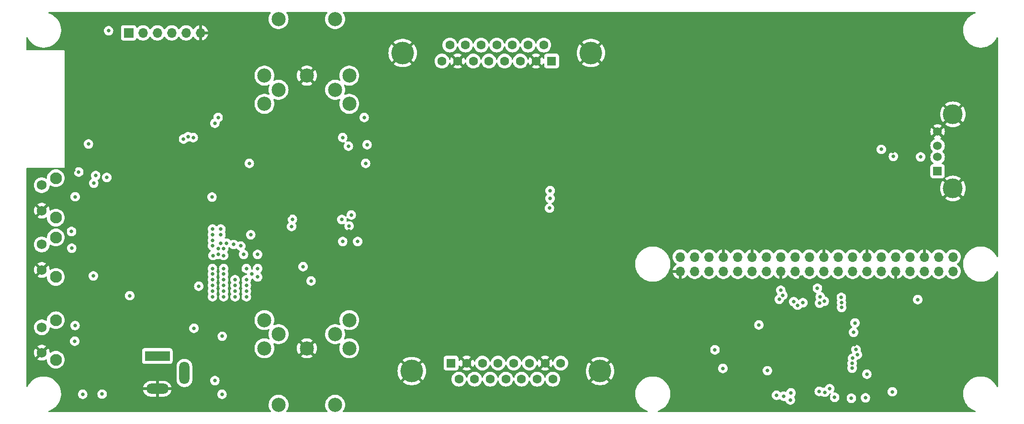
<source format=gbr>
%TF.GenerationSoftware,KiCad,Pcbnew,8.0.6*%
%TF.CreationDate,2024-10-18T08:00:21+02:00*%
%TF.ProjectId,key800,6b657938-3030-42e6-9b69-6361645f7063,1.06*%
%TF.SameCoordinates,Original*%
%TF.FileFunction,Copper,L3,Inr*%
%TF.FilePolarity,Positive*%
%FSLAX46Y46*%
G04 Gerber Fmt 4.6, Leading zero omitted, Abs format (unit mm)*
G04 Created by KiCad (PCBNEW 8.0.6) date 2024-10-18 08:00:21*
%MOMM*%
%LPD*%
G01*
G04 APERTURE LIST*
%TA.AperFunction,ComponentPad*%
%ADD10C,2.100000*%
%TD*%
%TA.AperFunction,ComponentPad*%
%ADD11C,1.750000*%
%TD*%
%TA.AperFunction,ComponentPad*%
%ADD12O,1.700000X1.700000*%
%TD*%
%TA.AperFunction,ComponentPad*%
%ADD13R,1.700000X1.700000*%
%TD*%
%TA.AperFunction,ComponentPad*%
%ADD14C,4.000000*%
%TD*%
%TA.AperFunction,ComponentPad*%
%ADD15R,1.600000X1.600000*%
%TD*%
%TA.AperFunction,ComponentPad*%
%ADD16C,1.600000*%
%TD*%
%TA.AperFunction,ComponentPad*%
%ADD17C,2.500000*%
%TD*%
%TA.AperFunction,ComponentPad*%
%ADD18R,4.400000X1.800000*%
%TD*%
%TA.AperFunction,ComponentPad*%
%ADD19O,4.000000X1.800000*%
%TD*%
%TA.AperFunction,ComponentPad*%
%ADD20O,1.800000X4.000000*%
%TD*%
%TA.AperFunction,ComponentPad*%
%ADD21R,1.524000X1.524000*%
%TD*%
%TA.AperFunction,ComponentPad*%
%ADD22C,1.524000*%
%TD*%
%TA.AperFunction,ComponentPad*%
%ADD23C,3.500000*%
%TD*%
%TA.AperFunction,ViaPad*%
%ADD24C,0.660400*%
%TD*%
G04 APERTURE END LIST*
D10*
%TO.N,*%
%TO.C,SW1*%
X-40593000Y-70259000D03*
X-40593000Y-63249000D03*
D11*
%TO.N,GND*%
X-43083000Y-69009000D03*
%TO.N,BTN1*%
X-43083000Y-64509000D03*
%TD*%
D12*
%TO.N,+3V3*%
%TO.C,P1*%
X118100000Y-54600000D03*
%TO.N,+5V*%
X118100000Y-52060000D03*
%TO.N,/GPIO2_Q00*%
X115560000Y-54600000D03*
%TO.N,+5V*%
X115560000Y-52060000D03*
%TO.N,/GPIO3_Q01*%
X113020000Y-54600000D03*
%TO.N,GND*%
X113020000Y-52060000D03*
%TO.N,/GPIO4_Q02*%
X110480000Y-54600000D03*
%TO.N,PI_TxD*%
X110480000Y-52060000D03*
%TO.N,GND*%
X107940000Y-54600000D03*
%TO.N,PI_RxD*%
X107940000Y-52060000D03*
%TO.N,/GPIO17_psync*%
X105400000Y-54600000D03*
%TO.N,/GPIO18_Version*%
X105400000Y-52060000D03*
%TO.N,/GPIO27_genlock*%
X102860000Y-54600000D03*
%TO.N,GND*%
X102860000Y-52060000D03*
%TO.N,/GPIO22_analog*%
X100320000Y-54600000D03*
%TO.N,/GPIO23_csync*%
X100320000Y-52060000D03*
%TO.N,+3V3*%
X97780000Y-54600000D03*
%TO.N,/GPIO24_mux*%
X97780000Y-52060000D03*
%TO.N,/GPIO10_Q08*%
X95240000Y-54600000D03*
%TO.N,GND*%
X95240000Y-52060000D03*
%TO.N,/GPIO9_Q07*%
X92700000Y-54600000D03*
%TO.N,/GPIO25_mode7*%
X92700000Y-52060000D03*
%TO.N,/GPIO11_Q09*%
X90160000Y-54600000D03*
%TO.N,/GPIO8_Q06*%
X90160000Y-52060000D03*
%TO.N,GND*%
X87620000Y-54600000D03*
%TO.N,/GPIO7_Q05*%
X87620000Y-52060000D03*
%TO.N,/GPIO0_sp_data*%
X85080000Y-54600000D03*
%TO.N,/GPIO1_sp_clken*%
X85080000Y-52060000D03*
%TO.N,/GPIO5_Q03*%
X82540000Y-54600000D03*
%TO.N,GND*%
X82540000Y-52060000D03*
%TO.N,/GPIO6_Q04*%
X80000000Y-54600000D03*
%TO.N,/GPIO12_Q10*%
X80000000Y-52060000D03*
%TO.N,/GPIO13_Q11*%
X77460000Y-54600000D03*
%TO.N,GND*%
X77460000Y-52060000D03*
%TO.N,BTN3*%
X74920000Y-54600000D03*
%TO.N,BTN1*%
X74920000Y-52060000D03*
%TO.N,BTN2*%
X72380000Y-54600000D03*
%TO.N,/GPIO20_sp_clk*%
X72380000Y-52060000D03*
%TO.N,GND*%
X69840000Y-54600000D03*
%TO.N,/GPIO21_clk*%
X69840000Y-52060000D03*
%TD*%
D13*
%TO.N,+3V3*%
%TO.C,J3*%
X-27716000Y-12367000D03*
D12*
%TO.N,ESP32_TXD*%
X-25176000Y-12367000D03*
%TO.N,ESP32_RXD*%
X-22636000Y-12367000D03*
%TO.N,ESP32_IO0*%
X-20096000Y-12367000D03*
%TO.N,ESP32_EN*%
X-17556000Y-12367000D03*
%TO.N,GND*%
X-15016000Y-12367000D03*
%TD*%
D14*
%TO.N,GND*%
%TO.C,J6*%
X22352000Y-72270000D03*
X55652000Y-72270000D03*
D15*
%TO.N,Net-(D13-A)*%
X29307000Y-70850000D03*
D16*
%TO.N,GND*%
X32077000Y-70850000D03*
%TO.N,unconnected-(J6-Pad3)*%
X34847000Y-70850000D03*
%TO.N,unconnected-(J6-Pad4)*%
X37617000Y-70850000D03*
%TO.N,/Video*%
X40387000Y-70850000D03*
%TO.N,unconnected-(J6-Pad6)*%
X43157000Y-70850000D03*
%TO.N,GND*%
X45927000Y-70850000D03*
%TO.N,/SYNC*%
X48697000Y-70850000D03*
%TO.N,/B3*%
X30692000Y-73690000D03*
%TO.N,/G3*%
X33462000Y-73690000D03*
%TO.N,/R3*%
X36232000Y-73690000D03*
%TO.N,unconnected-(J6-P12-Pad12)*%
X39002000Y-73690000D03*
%TO.N,unconnected-(J6-P13-Pad13)*%
X41772000Y-73690000D03*
%TO.N,/LF*%
X44542000Y-73690000D03*
%TO.N,unconnected-(J6-P15-Pad15)*%
X47312000Y-73690000D03*
%TD*%
D10*
%TO.N,*%
%TO.C,SW3*%
X-40593000Y-55600000D03*
X-40593000Y-48590000D03*
D11*
%TO.N,GND*%
X-43083000Y-54350000D03*
%TO.N,BTN3*%
X-43083000Y-49850000D03*
%TD*%
D10*
%TO.N,*%
%TO.C,SW2*%
X-40593000Y-45100000D03*
X-40593000Y-38090000D03*
D11*
%TO.N,GND*%
X-43083000Y-43850000D03*
%TO.N,BTN2*%
X-43083000Y-39350000D03*
%TD*%
D14*
%TO.N,GND*%
%TO.C,J4*%
X54042000Y-15930000D03*
X20742000Y-15930000D03*
D15*
%TO.N,+24V*%
X47087000Y-17350000D03*
D16*
%TO.N,GND*%
X44317000Y-17350000D03*
%TO.N,unconnected-(J4-Pad3)*%
X41547000Y-17350000D03*
%TO.N,unconnected-(J4-Pad4)*%
X38777000Y-17350000D03*
%TO.N,/Video*%
X36007000Y-17350000D03*
%TO.N,unconnected-(J4-Pad6)*%
X33237000Y-17350000D03*
%TO.N,GND*%
X30467000Y-17350000D03*
%TO.N,/SYNC*%
X27697000Y-17350000D03*
%TO.N,/B3*%
X45702000Y-14510000D03*
%TO.N,/G3*%
X42932000Y-14510000D03*
%TO.N,/R3*%
X40162000Y-14510000D03*
%TO.N,unconnected-(J4-P12-Pad12)*%
X37392000Y-14510000D03*
%TO.N,unconnected-(J4-P13-Pad13)*%
X34622000Y-14510000D03*
%TO.N,/LF*%
X31852000Y-14510000D03*
%TO.N,unconnected-(J4-P15-Pad15)*%
X29082000Y-14510000D03*
%TD*%
D17*
%TO.N,/Keyboard/TxD_IN*%
%TO.C,J1*%
X11300000Y-68231500D03*
%TO.N,GND*%
X3800000Y-68231500D03*
%TO.N,/Keyboard/RxD_IN*%
X-3700000Y-68231500D03*
%TO.N,/Keyboard/TRxC_IN*%
X8800000Y-65731500D03*
%TO.N,Net-(Q2-D)*%
X-1200000Y-65731500D03*
%TO.N,+12V*%
X11300000Y-63231500D03*
%TO.N,Net-(Q1-D)*%
X-3700000Y-63231500D03*
%TO.N,N/C*%
X-1200000Y-78231500D03*
X8800000Y-78231500D03*
%TD*%
%TO.N,/Keyboard/TxD_OUT*%
%TO.C,J2*%
X-3702000Y-19939000D03*
%TO.N,GND*%
X3798000Y-19939000D03*
%TO.N,/Keyboard/RxD_OUT*%
X11298000Y-19939000D03*
%TO.N,/Keyboard/TRxC_OUT*%
X-1202000Y-22439000D03*
%TO.N,Net-(Q4-D)*%
X8798000Y-22439000D03*
%TO.N,+12V*%
X-3702000Y-24939000D03*
%TO.N,Net-(Q3-D)*%
X11298000Y-24939000D03*
%TO.N,N/C*%
X8798000Y-9939000D03*
X-1202000Y-9939000D03*
%TD*%
D18*
%TO.N,Net-(D14-A)*%
%TO.C,J5*%
X-22650000Y-69600000D03*
D19*
%TO.N,GND*%
X-22650000Y-75400000D03*
D20*
%TO.N,unconnected-(J5-Pad3)*%
X-17850000Y-72600000D03*
%TD*%
D21*
%TO.N,Net-(U2-VBUS)*%
%TO.C,USB1*%
X115350000Y-36850000D03*
D22*
%TO.N,Net-(USB1-D-)*%
X115350000Y-34350000D03*
%TO.N,Net-(USB1-D+)*%
X115350000Y-32350000D03*
%TO.N,GND*%
X115350000Y-29850000D03*
D23*
X118060000Y-39920000D03*
X118060000Y-26780000D03*
%TD*%
D24*
%TO.N,/SYNC*%
X75979500Y-68501000D03*
%TO.N,/SPDATA*%
X102840000Y-72819000D03*
X102586000Y-77010000D03*
%TO.N,/SPCLK*%
X100109500Y-77073504D03*
X85239478Y-72195022D03*
%TO.N,/R3*%
X87600000Y-57960000D03*
X89900939Y-59970488D03*
%TO.N,/G3*%
X87981000Y-58849000D03*
X90562998Y-60605498D03*
%TO.N,/B3*%
X91547500Y-60172000D03*
X87346000Y-59547500D03*
%TO.N,/GPIO25_mode7*%
X111850000Y-59600000D03*
%TO.N,/GPIO0_sp_data*%
X95409252Y-76014717D03*
%TO.N,/GPIO20_sp_clk*%
X97147500Y-76905500D03*
%TO.N,/GPIO1_sp_clken*%
X107348500Y-75930500D03*
X96263733Y-75379707D03*
%TO.N,/GPIO17_psync*%
X100744500Y-63738500D03*
%TO.N,/GPIO21_clk*%
X77376500Y-71803000D03*
%TO.N,/GPIO2_Q00*%
X98370550Y-60990285D03*
X94100000Y-57600000D03*
%TO.N,/GPIO3_Q01*%
X98347211Y-60126989D03*
X94458000Y-60246000D03*
%TO.N,/GPIO4_Q02*%
X95305888Y-59894112D03*
X98331500Y-59230000D03*
%TO.N,/GPIO10_Q08*%
X100910069Y-68458532D03*
%TO.N,/GPIO9_Q07*%
X100305520Y-69996638D03*
%TO.N,/GPIO11_Q09*%
X100253712Y-70858685D03*
%TO.N,/GPIO8_Q06*%
X100236500Y-71739500D03*
%TO.N,/GPIO7_Q05*%
X94424985Y-75859082D03*
%TO.N,/GPIO5_Q03*%
X89297432Y-77390990D03*
%TO.N,/GPIO6_Q04*%
X88147139Y-76726714D03*
%TO.N,/GPIO12_Q10*%
X89417150Y-76120978D03*
%TO.N,/GPIO13_Q11*%
X86877127Y-76556929D03*
%TO.N,/GPIO23_csync*%
X100490500Y-65389500D03*
%TO.N,GND*%
X112373000Y-39195000D03*
X107420000Y-33353000D03*
X-35336000Y-58341000D03*
X-17048000Y-78026000D03*
X91700269Y-56145728D03*
X-28351000Y-24686000D03*
X-31399000Y-24686000D03*
X-17650004Y-49850004D03*
X105443500Y-70914000D03*
X92146579Y-56643759D03*
X-24350500Y-58849000D03*
X-18150000Y-49350004D03*
X-21366000Y-58087000D03*
X109850000Y-74600000D03*
X113350000Y-74600000D03*
X100682256Y-67625510D03*
X104300500Y-67104000D03*
X80424500Y-68310500D03*
X-37467000Y-36723000D03*
X-8158000Y-78026000D03*
X16400000Y-68200000D03*
X-5400000Y-60500000D03*
X-37749000Y-14780000D03*
X482498Y-44706349D03*
X104364000Y-64500500D03*
X-35082000Y-45704500D03*
X12600000Y-46600000D03*
X95664500Y-57071000D03*
X-33431000Y-35862000D03*
X-20543600Y-54392107D03*
X-37495000Y-74597000D03*
X9931729Y-39616271D03*
X11248068Y-47419000D03*
X-31208500Y-39608500D03*
X1240000Y-52626000D03*
X91192269Y-55637728D03*
X80361000Y-66342000D03*
X-31526000Y-13637000D03*
X-28800000Y-50300000D03*
X104300500Y-66151500D03*
X104173500Y-69390000D03*
X80234000Y-62151000D03*
X-21747000Y-53197500D03*
X80234008Y-63230500D03*
X80492513Y-70274487D03*
X-5150000Y-69929720D03*
X97260199Y-57134500D03*
X80234002Y-64309998D03*
X-6951500Y-61198500D03*
X-30129000Y-69390000D03*
X-35780500Y-56626500D03*
X93721421Y-77390990D03*
X-28351000Y-27480000D03*
X96670789Y-60320865D03*
X80424500Y-67294500D03*
X91547498Y-75335803D03*
X16400000Y-65700000D03*
X-20650000Y-50005000D03*
X-31399000Y-27607000D03*
X80234000Y-65326000D03*
X-34150000Y-74600000D03*
X15600000Y-18600000D03*
X-15031590Y-48943000D03*
X-8753000Y-22400000D03*
X-8880000Y-19987000D03*
X-12984000Y-18336000D03*
%TO.N,+5V*%
X-6380000Y-35481000D03*
X14194000Y-35481000D03*
X-15300000Y-57228000D03*
X13940000Y-27353000D03*
%TO.N,+24V*%
X46833000Y-40307000D03*
X46706000Y-43412500D03*
X46833000Y-41704000D03*
%TO.N,Net-(U7-VO)*%
X-9150000Y-49850000D03*
X-11400000Y-49600000D03*
X-12900000Y-55100000D03*
X-12900000Y-50100000D03*
X-12900000Y-59100000D03*
X-10900000Y-56100000D03*
X-6900000Y-57100000D03*
X-12800000Y-51800000D03*
X-11400000Y-47100000D03*
X-7400000Y-51600000D03*
X-8900000Y-58100000D03*
X-7900000Y-50100000D03*
X-4900000Y-55600000D03*
X-11900000Y-51600000D03*
X-4900000Y-51600000D03*
X-10900000Y-50600000D03*
X-10900000Y-58100000D03*
X-8900000Y-59100000D03*
X-12900000Y-57100000D03*
X-12900000Y-48100000D03*
X-6900000Y-58100000D03*
X-11400000Y-48100000D03*
X-6900000Y-56100000D03*
X-12900000Y-47100000D03*
X-12900000Y-56100000D03*
X-5900000Y-55100000D03*
X-10900000Y-51800000D03*
X-12900000Y-49100000D03*
X-6900000Y-54100000D03*
X-4900000Y-54100000D03*
X-10900000Y-57100000D03*
X-8900000Y-57100000D03*
X-10900000Y-55100000D03*
X-8900000Y-56100000D03*
X-10400000Y-49600000D03*
X-11900000Y-50600000D03*
X-10900000Y-54100000D03*
X-12900000Y-58100000D03*
X-10900000Y-59100000D03*
X-6900000Y-59100000D03*
X-12900000Y-54100000D03*
%TO.N,+3V3*%
X-11150000Y-66100000D03*
X-36542500Y-37005000D03*
X11146001Y-32433001D03*
X9978067Y-45417367D03*
X10130000Y-30909000D03*
X3145000Y-53769000D03*
X-37812500Y-47546000D03*
X14448000Y-32179000D03*
X-37241000Y-66977000D03*
X-6126000Y-48117500D03*
X1113000Y-46657000D03*
X94600000Y-59100000D03*
X1240000Y-45387000D03*
X-31574480Y-37972520D03*
X11281949Y-46556063D03*
X83758250Y-64087750D03*
X-33557998Y-37640000D03*
X101153137Y-69361637D03*
X4542000Y-56309000D03*
X-31282190Y-11996190D03*
X-37177500Y-41386500D03*
%TO.N,Net-(D3-A)*%
X-32400000Y-76350000D03*
X-11900000Y-27350000D03*
%TO.N,Net-(D5-A)*%
X-12476000Y-28369000D03*
X-35844000Y-76375000D03*
%TO.N,Net-(D7-A)*%
X-11206000Y-76375000D03*
X-16159000Y-64691000D03*
%TO.N,ESP32_IO0*%
X-34828000Y-32052000D03*
%TO.N,Net-(D9-A)*%
X-12984000Y-41450000D03*
X-12476000Y-73962000D03*
%TO.N,/Keyboard/TRxC_OUT*%
X10130000Y-49324000D03*
%TO.N,/Keyboard/RxD_OUT*%
X12797000Y-49324000D03*
%TO.N,/Keyboard/TxD_OUT*%
X11653998Y-44625000D03*
%TO.N,/Keyboard/USB_D+*%
X107547000Y-34242000D03*
X105416718Y-33000718D03*
%TO.N,Net-(U6-EN)*%
X-33939000Y-55420000D03*
X-27525500Y-58912500D03*
%TO.N,Net-(USB1-D+)*%
X112365000Y-34338000D03*
%TO.N,BTN3*%
X-18000000Y-31164990D03*
X-37800000Y-50500000D03*
%TO.N,BTN1*%
X-37200000Y-64200000D03*
X-16300000Y-30900000D03*
%TO.N,BTN2*%
X-33900000Y-39000000D03*
X-17234233Y-30765708D03*
%TD*%
%TA.AperFunction,Conductor*%
%TO.N,GND*%
G36*
X-2637119Y-8695502D02*
G01*
X-2590626Y-8749158D01*
X-2580522Y-8819432D01*
X-2606729Y-8880058D01*
X-2628763Y-8907688D01*
X-2659018Y-8945627D01*
X-2790795Y-9173871D01*
X-2790798Y-9173879D01*
X-2887089Y-9419224D01*
X-2942469Y-9661866D01*
X-2945735Y-9676174D01*
X-2965431Y-9939000D01*
X-2945735Y-10201826D01*
X-2945734Y-10201830D01*
X-2887089Y-10458775D01*
X-2790798Y-10704120D01*
X-2790795Y-10704128D01*
X-2659018Y-10932372D01*
X-2659016Y-10932375D01*
X-2659015Y-10932376D01*
X-2494686Y-11138438D01*
X-2301481Y-11317706D01*
X-2301475Y-11317710D01*
X-2083725Y-11466170D01*
X-2083721Y-11466172D01*
X-2083715Y-11466176D01*
X-1846254Y-11580532D01*
X-1846251Y-11580532D01*
X-1846246Y-11580535D01*
X-1594411Y-11658215D01*
X-1594409Y-11658215D01*
X-1594400Y-11658218D01*
X-1333781Y-11697500D01*
X-1333777Y-11697500D01*
X-1070223Y-11697500D01*
X-1070219Y-11697500D01*
X-809600Y-11658218D01*
X-793270Y-11653181D01*
X-557755Y-11580535D01*
X-557753Y-11580534D01*
X-557746Y-11580532D01*
X-320284Y-11466176D01*
X-102519Y-11317706D01*
X90686Y-11138438D01*
X255015Y-10932376D01*
X386796Y-10704124D01*
X483087Y-10458780D01*
X541735Y-10201826D01*
X561431Y-9939000D01*
X541735Y-9676174D01*
X483087Y-9419220D01*
X386796Y-9173876D01*
X386795Y-9173875D01*
X386794Y-9173871D01*
X255017Y-8945627D01*
X255015Y-8945624D01*
X202728Y-8880058D01*
X175895Y-8814330D01*
X188857Y-8744526D01*
X237499Y-8692812D01*
X301240Y-8675500D01*
X7294760Y-8675500D01*
X7362881Y-8695502D01*
X7409374Y-8749158D01*
X7419478Y-8819432D01*
X7393271Y-8880058D01*
X7371237Y-8907688D01*
X7340982Y-8945627D01*
X7209205Y-9173871D01*
X7209202Y-9173879D01*
X7112911Y-9419224D01*
X7057531Y-9661866D01*
X7054265Y-9676174D01*
X7034569Y-9939000D01*
X7054265Y-10201826D01*
X7054266Y-10201830D01*
X7112911Y-10458775D01*
X7209202Y-10704120D01*
X7209205Y-10704128D01*
X7340982Y-10932372D01*
X7340984Y-10932375D01*
X7340985Y-10932376D01*
X7505314Y-11138438D01*
X7698519Y-11317706D01*
X7698525Y-11317710D01*
X7916275Y-11466170D01*
X7916279Y-11466172D01*
X7916285Y-11466176D01*
X8153746Y-11580532D01*
X8153749Y-11580532D01*
X8153754Y-11580535D01*
X8405589Y-11658215D01*
X8405591Y-11658215D01*
X8405600Y-11658218D01*
X8666219Y-11697500D01*
X8666223Y-11697500D01*
X8929777Y-11697500D01*
X8929781Y-11697500D01*
X9190400Y-11658218D01*
X9206730Y-11653181D01*
X9442245Y-11580535D01*
X9442247Y-11580534D01*
X9442254Y-11580532D01*
X9679716Y-11466176D01*
X9897481Y-11317706D01*
X10090686Y-11138438D01*
X10255015Y-10932376D01*
X10386796Y-10704124D01*
X10483087Y-10458780D01*
X10541735Y-10201826D01*
X10561431Y-9939000D01*
X10541735Y-9676174D01*
X10483087Y-9419220D01*
X10386796Y-9173876D01*
X10386795Y-9173875D01*
X10386794Y-9173871D01*
X10255017Y-8945627D01*
X10255015Y-8945624D01*
X10202728Y-8880058D01*
X10175895Y-8814330D01*
X10188857Y-8744526D01*
X10237499Y-8692812D01*
X10301240Y-8675500D01*
X121969515Y-8675500D01*
X122037636Y-8695502D01*
X122084129Y-8749158D01*
X122094233Y-8819432D01*
X122064739Y-8884012D01*
X122011130Y-8920429D01*
X121783638Y-9000031D01*
X121783611Y-9000042D01*
X121469871Y-9151131D01*
X121469862Y-9151136D01*
X121174999Y-9336412D01*
X121174995Y-9336415D01*
X120902740Y-9553529D01*
X120656489Y-9799780D01*
X120439375Y-10072035D01*
X120439372Y-10072039D01*
X120254096Y-10366902D01*
X120254091Y-10366911D01*
X120103002Y-10680651D01*
X120102991Y-10680678D01*
X119987983Y-11009352D01*
X119910491Y-11348865D01*
X119871500Y-11694918D01*
X119871500Y-12043161D01*
X119910491Y-12389214D01*
X119949471Y-12559993D01*
X119987982Y-12728721D01*
X119987984Y-12728727D01*
X119987983Y-12728727D01*
X120102991Y-13057401D01*
X120103002Y-13057428D01*
X120254091Y-13371168D01*
X120254096Y-13371177D01*
X120439372Y-13666040D01*
X120439375Y-13666044D01*
X120656489Y-13938299D01*
X120902740Y-14184550D01*
X121174995Y-14401664D01*
X121175003Y-14401670D01*
X121469867Y-14586946D01*
X121783621Y-14738042D01*
X121783637Y-14738047D01*
X121783638Y-14738048D01*
X122112312Y-14853056D01*
X122112315Y-14853056D01*
X122112319Y-14853058D01*
X122451829Y-14930549D01*
X122697210Y-14958197D01*
X122797878Y-14969540D01*
X122797880Y-14969540D01*
X123146122Y-14969540D01*
X123237534Y-14959240D01*
X123492171Y-14930549D01*
X123831681Y-14853058D01*
X123837623Y-14850979D01*
X123946258Y-14812966D01*
X124160379Y-14738042D01*
X124474133Y-14586946D01*
X124768997Y-14401670D01*
X124945814Y-14260664D01*
X125041259Y-14184550D01*
X125287510Y-13938299D01*
X125457211Y-13725499D01*
X125504630Y-13666037D01*
X125689906Y-13371173D01*
X125784978Y-13173753D01*
X125832556Y-13121058D01*
X125901070Y-13102449D01*
X125968769Y-13123837D01*
X126014157Y-13178429D01*
X126024500Y-13228423D01*
X126024500Y-51969656D01*
X126004498Y-52037777D01*
X125950842Y-52084270D01*
X125880568Y-52094374D01*
X125815988Y-52064880D01*
X125784978Y-52024325D01*
X125689908Y-51826911D01*
X125689903Y-51826902D01*
X125558255Y-51617387D01*
X125504630Y-51532043D01*
X125504624Y-51532035D01*
X125287510Y-51259780D01*
X125041259Y-51013529D01*
X124769004Y-50796415D01*
X124769000Y-50796412D01*
X124474137Y-50611136D01*
X124474128Y-50611131D01*
X124160388Y-50460042D01*
X124160383Y-50460040D01*
X124160379Y-50460038D01*
X124160373Y-50460035D01*
X124160361Y-50460031D01*
X123831687Y-50345023D01*
X123492174Y-50267531D01*
X123146122Y-50228540D01*
X123146120Y-50228540D01*
X122797880Y-50228540D01*
X122797878Y-50228540D01*
X122451825Y-50267531D01*
X122112312Y-50345023D01*
X121783638Y-50460031D01*
X121783611Y-50460042D01*
X121469871Y-50611131D01*
X121469862Y-50611136D01*
X121174999Y-50796412D01*
X121174995Y-50796415D01*
X120902740Y-51013529D01*
X120656489Y-51259780D01*
X120439375Y-51532035D01*
X120439372Y-51532039D01*
X120254096Y-51826902D01*
X120254091Y-51826911D01*
X120103002Y-52140651D01*
X120102991Y-52140678D01*
X119987983Y-52469352D01*
X119910491Y-52808865D01*
X119871500Y-53154918D01*
X119871500Y-53503161D01*
X119910491Y-53849214D01*
X119950833Y-54025964D01*
X119987982Y-54188721D01*
X119987984Y-54188727D01*
X119987983Y-54188727D01*
X120102991Y-54517401D01*
X120103002Y-54517428D01*
X120254091Y-54831168D01*
X120254096Y-54831177D01*
X120439372Y-55126040D01*
X120439375Y-55126044D01*
X120656489Y-55398299D01*
X120902740Y-55644550D01*
X121158290Y-55848342D01*
X121175003Y-55861670D01*
X121403357Y-56005155D01*
X121469486Y-56046707D01*
X121469867Y-56046946D01*
X121783621Y-56198042D01*
X121783637Y-56198047D01*
X121783638Y-56198048D01*
X122112312Y-56313056D01*
X122112315Y-56313056D01*
X122112319Y-56313058D01*
X122451829Y-56390549D01*
X122697210Y-56418197D01*
X122797878Y-56429540D01*
X122797880Y-56429540D01*
X123146122Y-56429540D01*
X123234006Y-56419637D01*
X123492171Y-56390549D01*
X123831681Y-56313058D01*
X123841184Y-56309733D01*
X124078453Y-56226709D01*
X124160379Y-56198042D01*
X124474133Y-56046946D01*
X124768997Y-55861670D01*
X124892712Y-55763011D01*
X125041259Y-55644550D01*
X125287510Y-55398299D01*
X125504624Y-55126044D01*
X125504630Y-55126037D01*
X125689906Y-54831173D01*
X125784978Y-54633753D01*
X125832556Y-54581058D01*
X125901070Y-54562449D01*
X125968769Y-54583837D01*
X126014157Y-54638429D01*
X126024500Y-54688423D01*
X126024500Y-74969656D01*
X126004498Y-75037777D01*
X125950842Y-75084270D01*
X125880568Y-75094374D01*
X125815988Y-75064880D01*
X125784978Y-75024325D01*
X125689908Y-74826911D01*
X125689903Y-74826902D01*
X125605349Y-74692336D01*
X125504630Y-74532043D01*
X125504624Y-74532035D01*
X125287510Y-74259780D01*
X125041259Y-74013529D01*
X124769004Y-73796415D01*
X124769000Y-73796412D01*
X124474137Y-73611136D01*
X124474128Y-73611131D01*
X124160388Y-73460042D01*
X124160383Y-73460040D01*
X124160379Y-73460038D01*
X124160373Y-73460035D01*
X124160361Y-73460031D01*
X123831687Y-73345023D01*
X123492174Y-73267531D01*
X123146122Y-73228540D01*
X123146120Y-73228540D01*
X122797880Y-73228540D01*
X122797878Y-73228540D01*
X122451825Y-73267531D01*
X122112312Y-73345023D01*
X121783638Y-73460031D01*
X121783611Y-73460042D01*
X121469871Y-73611131D01*
X121469862Y-73611136D01*
X121174999Y-73796412D01*
X121174995Y-73796415D01*
X120902740Y-74013529D01*
X120656489Y-74259780D01*
X120439375Y-74532035D01*
X120439372Y-74532039D01*
X120254096Y-74826902D01*
X120254091Y-74826911D01*
X120103002Y-75140651D01*
X120102991Y-75140678D01*
X119987983Y-75469352D01*
X119910491Y-75808865D01*
X119871500Y-76154918D01*
X119871500Y-76503161D01*
X119910491Y-76849214D01*
X119945297Y-77001707D01*
X119987982Y-77188721D01*
X119987984Y-77188727D01*
X119987983Y-77188727D01*
X120102991Y-77517401D01*
X120103002Y-77517428D01*
X120254091Y-77831168D01*
X120254096Y-77831177D01*
X120439372Y-78126040D01*
X120439375Y-78126044D01*
X120656489Y-78398299D01*
X120902740Y-78644550D01*
X121174995Y-78861664D01*
X121175003Y-78861670D01*
X121384633Y-78993390D01*
X121469862Y-79046943D01*
X121469871Y-79046948D01*
X121559511Y-79090116D01*
X121783621Y-79198042D01*
X121783637Y-79198047D01*
X121783638Y-79198048D01*
X122016617Y-79279571D01*
X122074309Y-79320949D01*
X122100471Y-79386949D01*
X122086798Y-79456617D01*
X122037631Y-79507833D01*
X121975002Y-79524500D01*
X65968998Y-79524500D01*
X65900877Y-79504498D01*
X65854384Y-79450842D01*
X65844280Y-79380568D01*
X65873774Y-79315988D01*
X65927383Y-79279571D01*
X66068722Y-79230113D01*
X66160379Y-79198042D01*
X66474133Y-79046946D01*
X66768997Y-78861670D01*
X66874306Y-78777689D01*
X67041259Y-78644550D01*
X67287510Y-78398299D01*
X67451202Y-78193034D01*
X67504630Y-78126037D01*
X67689906Y-77831173D01*
X67841002Y-77517419D01*
X67956018Y-77188721D01*
X68033509Y-76849211D01*
X68066442Y-76556929D01*
X86033807Y-76556929D01*
X86052050Y-76730499D01*
X86052237Y-76732270D01*
X86106713Y-76899933D01*
X86106717Y-76899940D01*
X86194865Y-77052618D01*
X86194867Y-77052620D01*
X86312833Y-77183636D01*
X86312836Y-77183638D01*
X86455467Y-77287266D01*
X86616527Y-77358974D01*
X86788976Y-77395629D01*
X86965278Y-77395629D01*
X87137727Y-77358974D01*
X87298787Y-77287266D01*
X87342717Y-77255348D01*
X87409581Y-77231491D01*
X87478733Y-77247570D01*
X87510410Y-77272973D01*
X87582848Y-77353423D01*
X87725479Y-77457051D01*
X87886539Y-77528759D01*
X88058988Y-77565414D01*
X88235295Y-77565414D01*
X88345964Y-77541890D01*
X88416754Y-77547291D01*
X88473387Y-77590107D01*
X88491994Y-77626199D01*
X88527019Y-77733996D01*
X88527022Y-77734001D01*
X88615170Y-77886679D01*
X88615172Y-77886681D01*
X88733138Y-78017697D01*
X88733141Y-78017699D01*
X88875772Y-78121327D01*
X89036832Y-78193035D01*
X89209281Y-78229690D01*
X89385583Y-78229690D01*
X89558032Y-78193035D01*
X89719092Y-78121327D01*
X89861723Y-78017699D01*
X89979692Y-77886681D01*
X90067843Y-77733999D01*
X90076439Y-77707545D01*
X90114596Y-77590107D01*
X90122323Y-77566326D01*
X90140752Y-77390990D01*
X90122323Y-77215654D01*
X90112472Y-77185336D01*
X90067845Y-77047985D01*
X90067841Y-77047978D01*
X90058651Y-77032061D01*
X89985582Y-76905500D01*
X89976391Y-76889580D01*
X89978029Y-76888633D01*
X89957235Y-76830373D01*
X89973308Y-76761220D01*
X89989393Y-76738856D01*
X90099410Y-76616669D01*
X90099411Y-76616667D01*
X90121843Y-76577814D01*
X90187561Y-76463987D01*
X90205165Y-76409809D01*
X90222089Y-76357721D01*
X90242041Y-76296314D01*
X90260470Y-76120978D01*
X90242041Y-75945642D01*
X90235227Y-75924670D01*
X90213916Y-75859082D01*
X93581665Y-75859082D01*
X93599839Y-76031995D01*
X93600095Y-76034423D01*
X93654571Y-76202086D01*
X93654575Y-76202093D01*
X93742723Y-76354771D01*
X93742725Y-76354773D01*
X93860691Y-76485789D01*
X93897158Y-76512284D01*
X94003325Y-76589419D01*
X94164385Y-76661127D01*
X94336834Y-76697782D01*
X94513136Y-76697782D01*
X94685585Y-76661127D01*
X94734759Y-76639232D01*
X94805125Y-76629798D01*
X94860069Y-76652403D01*
X94915961Y-76693011D01*
X94987592Y-76745054D01*
X95148652Y-76816762D01*
X95321101Y-76853417D01*
X95497403Y-76853417D01*
X95669852Y-76816762D01*
X95830912Y-76745054D01*
X95973543Y-76641426D01*
X96091512Y-76510408D01*
X96179663Y-76357726D01*
X96179665Y-76357721D01*
X96196642Y-76305471D01*
X96236715Y-76246865D01*
X96302112Y-76219228D01*
X96316475Y-76218407D01*
X96357507Y-76218407D01*
X96425628Y-76238409D01*
X96472121Y-76292065D01*
X96482225Y-76362339D01*
X96466626Y-76407407D01*
X96377090Y-76562488D01*
X96377086Y-76562495D01*
X96322610Y-76730158D01*
X96322609Y-76730162D01*
X96322609Y-76730164D01*
X96304180Y-76905500D01*
X96322556Y-77080336D01*
X96322610Y-77080841D01*
X96377086Y-77248504D01*
X96377090Y-77248511D01*
X96465238Y-77401189D01*
X96465240Y-77401191D01*
X96583206Y-77532207D01*
X96629579Y-77565899D01*
X96725840Y-77635837D01*
X96886900Y-77707545D01*
X97059349Y-77744200D01*
X97235651Y-77744200D01*
X97408100Y-77707545D01*
X97569160Y-77635837D01*
X97711791Y-77532209D01*
X97714898Y-77528759D01*
X97735670Y-77505689D01*
X97829760Y-77401191D01*
X97917911Y-77248509D01*
X97921285Y-77238127D01*
X97964430Y-77105337D01*
X97972391Y-77080836D01*
X97973162Y-77073504D01*
X99266180Y-77073504D01*
X99284574Y-77248511D01*
X99284610Y-77248845D01*
X99339086Y-77416508D01*
X99339090Y-77416515D01*
X99427238Y-77569193D01*
X99427240Y-77569195D01*
X99545206Y-77700211D01*
X99561047Y-77711720D01*
X99687840Y-77803841D01*
X99848900Y-77875549D01*
X100021349Y-77912204D01*
X100197651Y-77912204D01*
X100370100Y-77875549D01*
X100531160Y-77803841D01*
X100673791Y-77700213D01*
X100791760Y-77569195D01*
X100879911Y-77416513D01*
X100884890Y-77401191D01*
X100907151Y-77332676D01*
X100934391Y-77248840D01*
X100952820Y-77073504D01*
X100946145Y-77010000D01*
X101742680Y-77010000D01*
X101760930Y-77183636D01*
X101761110Y-77185341D01*
X101815586Y-77353004D01*
X101815590Y-77353011D01*
X101903738Y-77505689D01*
X101903740Y-77505691D01*
X102021706Y-77636707D01*
X102021709Y-77636709D01*
X102164340Y-77740337D01*
X102325400Y-77812045D01*
X102497849Y-77848700D01*
X102674151Y-77848700D01*
X102846600Y-77812045D01*
X103007660Y-77740337D01*
X103150291Y-77636709D01*
X103268260Y-77505691D01*
X103356411Y-77353009D01*
X103382416Y-77272975D01*
X103390365Y-77248509D01*
X103410891Y-77185336D01*
X103429320Y-77010000D01*
X103410891Y-76834664D01*
X103381775Y-76745053D01*
X103356413Y-76666995D01*
X103356409Y-76666988D01*
X103347988Y-76652403D01*
X103311942Y-76589968D01*
X103268261Y-76514310D01*
X103268259Y-76514308D01*
X103264747Y-76510408D01*
X103231930Y-76473960D01*
X103150293Y-76383292D01*
X103007660Y-76279663D01*
X102846600Y-76207955D01*
X102674151Y-76171300D01*
X102497849Y-76171300D01*
X102325399Y-76207955D01*
X102164339Y-76279663D01*
X102021706Y-76383292D01*
X101903740Y-76514308D01*
X101903738Y-76514310D01*
X101815590Y-76666988D01*
X101815586Y-76666995D01*
X101761110Y-76834658D01*
X101761109Y-76834662D01*
X101761109Y-76834664D01*
X101742680Y-77010000D01*
X100946145Y-77010000D01*
X100934391Y-76898168D01*
X100917340Y-76845689D01*
X100879913Y-76730499D01*
X100879909Y-76730492D01*
X100858265Y-76693004D01*
X100814194Y-76616669D01*
X100791761Y-76577814D01*
X100791759Y-76577812D01*
X100673793Y-76446796D01*
X100531160Y-76343167D01*
X100370100Y-76271459D01*
X100197651Y-76234804D01*
X100021349Y-76234804D01*
X99848899Y-76271459D01*
X99687839Y-76343167D01*
X99545206Y-76446796D01*
X99427240Y-76577812D01*
X99427238Y-76577814D01*
X99339090Y-76730492D01*
X99339086Y-76730499D01*
X99284610Y-76898162D01*
X99284609Y-76898166D01*
X99284609Y-76898168D01*
X99266180Y-77073504D01*
X97973162Y-77073504D01*
X97990820Y-76905500D01*
X97972391Y-76730164D01*
X97963997Y-76704329D01*
X97917913Y-76562495D01*
X97917909Y-76562488D01*
X97896459Y-76525336D01*
X97861037Y-76463982D01*
X97829761Y-76409810D01*
X97829759Y-76409808D01*
X97711793Y-76278792D01*
X97569160Y-76175163D01*
X97408100Y-76103455D01*
X97235651Y-76066800D01*
X97059349Y-76066800D01*
X97053726Y-76066800D01*
X96985605Y-76046798D01*
X96939112Y-75993142D01*
X96930105Y-75930500D01*
X106505180Y-75930500D01*
X106522996Y-76100005D01*
X106523610Y-76105841D01*
X106578085Y-76273499D01*
X106578090Y-76273511D01*
X106666238Y-76426189D01*
X106666240Y-76426191D01*
X106784206Y-76557207D01*
X106812566Y-76577812D01*
X106926840Y-76660837D01*
X107087900Y-76732545D01*
X107260349Y-76769200D01*
X107436651Y-76769200D01*
X107609100Y-76732545D01*
X107770160Y-76660837D01*
X107912791Y-76557209D01*
X107918980Y-76550336D01*
X107941485Y-76525341D01*
X108030760Y-76426191D01*
X108118911Y-76273509D01*
X108118912Y-76273503D01*
X108118915Y-76273499D01*
X108157443Y-76154918D01*
X108173391Y-76105836D01*
X108191820Y-75930500D01*
X108173391Y-75755164D01*
X108162848Y-75722716D01*
X108118913Y-75587495D01*
X108118909Y-75587488D01*
X108110518Y-75572955D01*
X108065089Y-75494269D01*
X108030761Y-75434810D01*
X108030759Y-75434808D01*
X107912793Y-75303792D01*
X107770160Y-75200163D01*
X107609100Y-75128455D01*
X107436651Y-75091800D01*
X107260349Y-75091800D01*
X107087899Y-75128455D01*
X106926839Y-75200163D01*
X106784206Y-75303792D01*
X106666240Y-75434808D01*
X106666238Y-75434810D01*
X106578090Y-75587488D01*
X106578086Y-75587495D01*
X106523610Y-75755158D01*
X106523609Y-75755162D01*
X106523609Y-75755164D01*
X106505180Y-75930500D01*
X96930105Y-75930500D01*
X96929008Y-75922868D01*
X96944607Y-75877800D01*
X97002241Y-75777973D01*
X97034144Y-75722716D01*
X97035001Y-75720080D01*
X97088622Y-75555048D01*
X97088624Y-75555043D01*
X97107053Y-75379707D01*
X97088624Y-75204371D01*
X97067929Y-75140678D01*
X97034146Y-75036702D01*
X97034142Y-75036695D01*
X97016021Y-75005309D01*
X96957910Y-74904657D01*
X96945994Y-74884017D01*
X96945992Y-74884015D01*
X96828026Y-74752999D01*
X96685393Y-74649370D01*
X96524333Y-74577662D01*
X96351884Y-74541007D01*
X96175582Y-74541007D01*
X96003132Y-74577662D01*
X95842072Y-74649370D01*
X95699439Y-74752999D01*
X95581473Y-74884015D01*
X95581471Y-74884017D01*
X95493323Y-75036695D01*
X95493319Y-75036702D01*
X95476343Y-75088953D01*
X95436270Y-75147559D01*
X95370873Y-75175196D01*
X95356510Y-75176017D01*
X95321101Y-75176017D01*
X95148649Y-75212672D01*
X95099475Y-75234566D01*
X95029108Y-75244000D01*
X94974166Y-75221395D01*
X94846645Y-75128745D01*
X94685585Y-75057037D01*
X94513136Y-75020382D01*
X94336834Y-75020382D01*
X94164384Y-75057037D01*
X94003324Y-75128745D01*
X93860691Y-75232374D01*
X93742725Y-75363390D01*
X93742723Y-75363392D01*
X93654575Y-75516070D01*
X93654571Y-75516077D01*
X93600095Y-75683740D01*
X93600094Y-75683744D01*
X93600094Y-75683746D01*
X93581665Y-75859082D01*
X90213916Y-75859082D01*
X90187563Y-75777973D01*
X90187559Y-75777966D01*
X90184542Y-75772741D01*
X90133158Y-75683740D01*
X90099411Y-75625288D01*
X90099409Y-75625286D01*
X89981443Y-75494270D01*
X89838810Y-75390641D01*
X89677750Y-75318933D01*
X89505301Y-75282278D01*
X89328999Y-75282278D01*
X89156549Y-75318933D01*
X88995489Y-75390641D01*
X88852856Y-75494270D01*
X88734890Y-75625286D01*
X88734888Y-75625288D01*
X88646740Y-75777966D01*
X88646736Y-75777974D01*
X88618135Y-75866001D01*
X88578061Y-75924607D01*
X88512665Y-75952244D01*
X88447055Y-75942172D01*
X88407743Y-75924670D01*
X88407739Y-75924669D01*
X88235290Y-75888014D01*
X88058988Y-75888014D01*
X87886538Y-75924669D01*
X87725479Y-75996377D01*
X87681548Y-76028294D01*
X87614680Y-76052151D01*
X87545528Y-76036069D01*
X87513853Y-76010666D01*
X87441420Y-75930221D01*
X87298787Y-75826592D01*
X87137727Y-75754884D01*
X86965278Y-75718229D01*
X86788976Y-75718229D01*
X86616526Y-75754884D01*
X86455466Y-75826592D01*
X86312833Y-75930221D01*
X86194867Y-76061237D01*
X86194865Y-76061239D01*
X86106717Y-76213917D01*
X86106713Y-76213924D01*
X86052237Y-76381587D01*
X86052236Y-76381591D01*
X86052236Y-76381593D01*
X86033807Y-76556929D01*
X68066442Y-76556929D01*
X68072500Y-76503160D01*
X68072500Y-76154920D01*
X68066312Y-76100005D01*
X68058923Y-76034423D01*
X68033509Y-75808869D01*
X67956018Y-75469359D01*
X67950175Y-75452661D01*
X67841008Y-75140678D01*
X67841007Y-75140677D01*
X67841002Y-75140661D01*
X67689906Y-74826907D01*
X67656876Y-74774341D01*
X67605349Y-74692336D01*
X67504630Y-74532043D01*
X67504624Y-74532035D01*
X67287510Y-74259780D01*
X67041259Y-74013529D01*
X66769004Y-73796415D01*
X66769000Y-73796412D01*
X66474137Y-73611136D01*
X66474128Y-73611131D01*
X66160388Y-73460042D01*
X66160383Y-73460040D01*
X66160379Y-73460038D01*
X66160373Y-73460035D01*
X66160361Y-73460031D01*
X65831687Y-73345023D01*
X65492174Y-73267531D01*
X65146122Y-73228540D01*
X65146120Y-73228540D01*
X64797880Y-73228540D01*
X64797878Y-73228540D01*
X64451825Y-73267531D01*
X64112312Y-73345023D01*
X63783638Y-73460031D01*
X63783611Y-73460042D01*
X63469871Y-73611131D01*
X63469862Y-73611136D01*
X63174999Y-73796412D01*
X63174995Y-73796415D01*
X62902740Y-74013529D01*
X62656489Y-74259780D01*
X62439375Y-74532035D01*
X62439372Y-74532039D01*
X62254096Y-74826902D01*
X62254091Y-74826911D01*
X62103002Y-75140651D01*
X62102991Y-75140678D01*
X61987983Y-75469352D01*
X61910491Y-75808865D01*
X61871500Y-76154918D01*
X61871500Y-76503161D01*
X61910491Y-76849214D01*
X61945297Y-77001707D01*
X61987982Y-77188721D01*
X61987984Y-77188727D01*
X61987983Y-77188727D01*
X62102991Y-77517401D01*
X62103002Y-77517428D01*
X62254091Y-77831168D01*
X62254096Y-77831177D01*
X62439372Y-78126040D01*
X62439375Y-78126044D01*
X62656489Y-78398299D01*
X62902740Y-78644550D01*
X63174995Y-78861664D01*
X63175003Y-78861670D01*
X63384633Y-78993390D01*
X63469862Y-79046943D01*
X63469871Y-79046948D01*
X63559511Y-79090116D01*
X63783621Y-79198042D01*
X63783637Y-79198047D01*
X63783638Y-79198048D01*
X64016617Y-79279571D01*
X64074309Y-79320949D01*
X64100471Y-79386949D01*
X64086798Y-79456617D01*
X64037631Y-79507833D01*
X63975002Y-79524500D01*
X10279714Y-79524500D01*
X10211593Y-79504498D01*
X10165100Y-79450842D01*
X10154996Y-79380568D01*
X10181201Y-79319942D01*
X10257015Y-79224876D01*
X10342808Y-79076278D01*
X10388794Y-78996628D01*
X10388796Y-78996624D01*
X10485087Y-78751280D01*
X10543735Y-78494326D01*
X10563431Y-78231500D01*
X10543735Y-77968674D01*
X10485087Y-77711720D01*
X10388796Y-77466376D01*
X10388795Y-77466375D01*
X10388794Y-77466371D01*
X10257017Y-77238127D01*
X10251725Y-77231491D01*
X10092686Y-77032062D01*
X9899481Y-76852794D01*
X9889060Y-76845689D01*
X9681725Y-76704329D01*
X9681718Y-76704325D01*
X9444257Y-76589969D01*
X9444245Y-76589964D01*
X9192410Y-76512284D01*
X9192402Y-76512282D01*
X9192400Y-76512282D01*
X8931781Y-76473000D01*
X8668219Y-76473000D01*
X8407600Y-76512282D01*
X8407598Y-76512282D01*
X8407589Y-76512284D01*
X8155754Y-76589964D01*
X8155742Y-76589969D01*
X7918283Y-76704325D01*
X7918275Y-76704329D01*
X7700525Y-76852789D01*
X7700520Y-76852793D01*
X7566973Y-76976707D01*
X7507314Y-77032062D01*
X7494619Y-77047981D01*
X7342982Y-77238127D01*
X7211205Y-77466371D01*
X7211202Y-77466379D01*
X7114911Y-77711724D01*
X7074979Y-77886681D01*
X7056265Y-77968674D01*
X7036569Y-78231500D01*
X7056265Y-78494326D01*
X7056266Y-78494330D01*
X7114911Y-78751275D01*
X7211202Y-78996620D01*
X7211205Y-78996628D01*
X7342982Y-79224872D01*
X7342984Y-79224875D01*
X7342985Y-79224876D01*
X7418798Y-79319942D01*
X7445631Y-79385670D01*
X7432669Y-79455473D01*
X7384027Y-79507188D01*
X7320286Y-79524500D01*
X279714Y-79524500D01*
X211593Y-79504498D01*
X165100Y-79450842D01*
X154996Y-79380568D01*
X181201Y-79319942D01*
X257015Y-79224876D01*
X342808Y-79076278D01*
X388794Y-78996628D01*
X388796Y-78996624D01*
X485087Y-78751280D01*
X543735Y-78494326D01*
X563431Y-78231500D01*
X543735Y-77968674D01*
X485087Y-77711720D01*
X388796Y-77466376D01*
X388795Y-77466375D01*
X388794Y-77466371D01*
X257017Y-77238127D01*
X251725Y-77231491D01*
X92686Y-77032062D01*
X-100519Y-76852794D01*
X-110940Y-76845689D01*
X-318275Y-76704329D01*
X-318282Y-76704325D01*
X-555743Y-76589969D01*
X-555755Y-76589964D01*
X-807590Y-76512284D01*
X-807598Y-76512282D01*
X-807600Y-76512282D01*
X-1068219Y-76473000D01*
X-1331781Y-76473000D01*
X-1592400Y-76512282D01*
X-1592402Y-76512282D01*
X-1592411Y-76512284D01*
X-1844246Y-76589964D01*
X-1844258Y-76589969D01*
X-2081717Y-76704325D01*
X-2081725Y-76704329D01*
X-2299475Y-76852789D01*
X-2299480Y-76852793D01*
X-2433027Y-76976707D01*
X-2492686Y-77032062D01*
X-2505381Y-77047981D01*
X-2657018Y-77238127D01*
X-2788795Y-77466371D01*
X-2788798Y-77466379D01*
X-2885089Y-77711724D01*
X-2925021Y-77886681D01*
X-2943735Y-77968674D01*
X-2963431Y-78231500D01*
X-2943735Y-78494326D01*
X-2943734Y-78494330D01*
X-2885089Y-78751275D01*
X-2788798Y-78996620D01*
X-2788795Y-78996628D01*
X-2657018Y-79224872D01*
X-2657016Y-79224875D01*
X-2657015Y-79224876D01*
X-2581202Y-79319942D01*
X-2554369Y-79385670D01*
X-2567331Y-79455473D01*
X-2615973Y-79507188D01*
X-2679714Y-79524500D01*
X-41775002Y-79524500D01*
X-41843123Y-79504498D01*
X-41889616Y-79450842D01*
X-41899720Y-79380568D01*
X-41870226Y-79315988D01*
X-41816617Y-79279571D01*
X-41675278Y-79230113D01*
X-41583621Y-79198042D01*
X-41269867Y-79046946D01*
X-40975003Y-78861670D01*
X-40869694Y-78777689D01*
X-40702741Y-78644550D01*
X-40456490Y-78398299D01*
X-40292798Y-78193034D01*
X-40239370Y-78126037D01*
X-40054094Y-77831173D01*
X-39902998Y-77517419D01*
X-39787982Y-77188721D01*
X-39710491Y-76849211D01*
X-39671500Y-76503160D01*
X-39671500Y-76375000D01*
X-36687320Y-76375000D01*
X-36671519Y-76525336D01*
X-36668890Y-76550341D01*
X-36614414Y-76718004D01*
X-36614410Y-76718011D01*
X-36526262Y-76870689D01*
X-36526260Y-76870691D01*
X-36408294Y-77001707D01*
X-36366515Y-77032061D01*
X-36265660Y-77105337D01*
X-36104600Y-77177045D01*
X-35932151Y-77213700D01*
X-35755849Y-77213700D01*
X-35583400Y-77177045D01*
X-35422340Y-77105337D01*
X-35279709Y-77001709D01*
X-35161740Y-76870691D01*
X-35073589Y-76718009D01*
X-35065466Y-76693011D01*
X-35036619Y-76604227D01*
X-35019109Y-76550336D01*
X-35000680Y-76375000D01*
X-35003308Y-76350000D01*
X-33243320Y-76350000D01*
X-33226050Y-76514310D01*
X-33224890Y-76525341D01*
X-33170414Y-76693004D01*
X-33170410Y-76693011D01*
X-33082262Y-76845689D01*
X-33082260Y-76845691D01*
X-32964294Y-76976707D01*
X-32964291Y-76976709D01*
X-32821660Y-77080337D01*
X-32660600Y-77152045D01*
X-32488151Y-77188700D01*
X-32311849Y-77188700D01*
X-32139400Y-77152045D01*
X-31978340Y-77080337D01*
X-31835709Y-76976709D01*
X-31717740Y-76845691D01*
X-31629589Y-76693009D01*
X-31621136Y-76666995D01*
X-31599368Y-76599999D01*
X-31575109Y-76525336D01*
X-31556680Y-76350000D01*
X-31575109Y-76174664D01*
X-31587036Y-76137956D01*
X-31629587Y-76006995D01*
X-31629591Y-76006988D01*
X-31717739Y-75854310D01*
X-31717741Y-75854308D01*
X-31835707Y-75723292D01*
X-31978340Y-75619663D01*
X-32139400Y-75547955D01*
X-32311849Y-75511300D01*
X-32488151Y-75511300D01*
X-32660601Y-75547955D01*
X-32821661Y-75619663D01*
X-32964294Y-75723292D01*
X-33082260Y-75854308D01*
X-33082262Y-75854310D01*
X-33170410Y-76006988D01*
X-33170414Y-76006995D01*
X-33224890Y-76174658D01*
X-33224891Y-76174662D01*
X-33224891Y-76174664D01*
X-33243320Y-76350000D01*
X-35003308Y-76350000D01*
X-35019109Y-76199664D01*
X-35039159Y-76137956D01*
X-35073587Y-76031995D01*
X-35073591Y-76031988D01*
X-35075724Y-76028294D01*
X-35119631Y-75952244D01*
X-35161739Y-75879310D01*
X-35161741Y-75879308D01*
X-35165262Y-75875398D01*
X-35184251Y-75854308D01*
X-35279707Y-75748292D01*
X-35422340Y-75644663D01*
X-35583400Y-75572955D01*
X-35755849Y-75536300D01*
X-35932151Y-75536300D01*
X-36104601Y-75572955D01*
X-36265661Y-75644663D01*
X-36408294Y-75748292D01*
X-36526260Y-75879308D01*
X-36526262Y-75879310D01*
X-36614410Y-76031988D01*
X-36614414Y-76031995D01*
X-36668890Y-76199658D01*
X-36668891Y-76199662D01*
X-36668891Y-76199664D01*
X-36687320Y-76375000D01*
X-39671500Y-76375000D01*
X-39671500Y-76154920D01*
X-39677688Y-76100005D01*
X-39685077Y-76034423D01*
X-39710491Y-75808869D01*
X-39787982Y-75469359D01*
X-39793825Y-75452661D01*
X-39901130Y-75146000D01*
X-25135322Y-75146000D01*
X-24061686Y-75146000D01*
X-24070080Y-75154394D01*
X-24122741Y-75245606D01*
X-24150000Y-75347339D01*
X-24150000Y-75452661D01*
X-24122741Y-75554394D01*
X-24070080Y-75645606D01*
X-24061686Y-75654000D01*
X-25135322Y-75654000D01*
X-25123331Y-75729709D01*
X-25054845Y-75940483D01*
X-25054844Y-75940485D01*
X-24954228Y-76137956D01*
X-24823961Y-76317253D01*
X-24667254Y-76473960D01*
X-24487957Y-76604227D01*
X-24290486Y-76704843D01*
X-24290484Y-76704844D01*
X-24079711Y-76773329D01*
X-23860809Y-76808000D01*
X-22904000Y-76808000D01*
X-22904000Y-75800000D01*
X-22396000Y-75800000D01*
X-22396000Y-76808000D01*
X-21439191Y-76808000D01*
X-21220290Y-76773329D01*
X-21009517Y-76704844D01*
X-21009515Y-76704843D01*
X-20812044Y-76604227D01*
X-20632747Y-76473960D01*
X-20533787Y-76375000D01*
X-12049320Y-76375000D01*
X-12033519Y-76525336D01*
X-12030890Y-76550341D01*
X-11976414Y-76718004D01*
X-11976410Y-76718011D01*
X-11888262Y-76870689D01*
X-11888260Y-76870691D01*
X-11770294Y-77001707D01*
X-11728515Y-77032061D01*
X-11627660Y-77105337D01*
X-11466600Y-77177045D01*
X-11294151Y-77213700D01*
X-11117849Y-77213700D01*
X-10945400Y-77177045D01*
X-10784340Y-77105337D01*
X-10641709Y-77001709D01*
X-10523740Y-76870691D01*
X-10435589Y-76718009D01*
X-10427466Y-76693011D01*
X-10398619Y-76604227D01*
X-10381109Y-76550336D01*
X-10362680Y-76375000D01*
X-10381109Y-76199664D01*
X-10401159Y-76137956D01*
X-10435587Y-76031995D01*
X-10435591Y-76031988D01*
X-10437724Y-76028294D01*
X-10481631Y-75952244D01*
X-10523739Y-75879310D01*
X-10523741Y-75879308D01*
X-10527262Y-75875398D01*
X-10546251Y-75854308D01*
X-10641707Y-75748292D01*
X-10784340Y-75644663D01*
X-10945400Y-75572955D01*
X-11117849Y-75536300D01*
X-11294151Y-75536300D01*
X-11466601Y-75572955D01*
X-11627661Y-75644663D01*
X-11770294Y-75748292D01*
X-11888260Y-75879308D01*
X-11888262Y-75879310D01*
X-11976410Y-76031988D01*
X-11976414Y-76031995D01*
X-12030890Y-76199658D01*
X-12030891Y-76199662D01*
X-12030891Y-76199664D01*
X-12049320Y-76375000D01*
X-20533787Y-76375000D01*
X-20476040Y-76317253D01*
X-20345773Y-76137956D01*
X-20245157Y-75940485D01*
X-20245156Y-75940483D01*
X-20176670Y-75729709D01*
X-20164678Y-75654000D01*
X-21238314Y-75654000D01*
X-21229920Y-75645606D01*
X-21177259Y-75554394D01*
X-21150000Y-75452661D01*
X-21150000Y-75347339D01*
X-21177259Y-75245606D01*
X-21229920Y-75154394D01*
X-21238314Y-75146000D01*
X-20164679Y-75146000D01*
X-20176670Y-75070290D01*
X-20245156Y-74859516D01*
X-20245157Y-74859514D01*
X-20345773Y-74662043D01*
X-20476040Y-74482746D01*
X-20632747Y-74326039D01*
X-20812044Y-74195772D01*
X-21009515Y-74095156D01*
X-21009517Y-74095155D01*
X-21220290Y-74026670D01*
X-21439191Y-73992000D01*
X-22396000Y-73992000D01*
X-22396000Y-75000000D01*
X-22904000Y-75000000D01*
X-22904000Y-73992000D01*
X-23860809Y-73992000D01*
X-24079711Y-74026670D01*
X-24290484Y-74095155D01*
X-24290486Y-74095156D01*
X-24487957Y-74195772D01*
X-24667254Y-74326039D01*
X-24823961Y-74482746D01*
X-24954228Y-74662043D01*
X-25054844Y-74859514D01*
X-25054845Y-74859516D01*
X-25123331Y-75070290D01*
X-25135322Y-75146000D01*
X-39901130Y-75146000D01*
X-39902992Y-75140678D01*
X-39902993Y-75140677D01*
X-39902998Y-75140661D01*
X-40054094Y-74826907D01*
X-40087124Y-74774341D01*
X-40138651Y-74692336D01*
X-40239370Y-74532043D01*
X-40239376Y-74532035D01*
X-40456490Y-74259780D01*
X-40702741Y-74013529D01*
X-40974996Y-73796415D01*
X-40975000Y-73796412D01*
X-41269863Y-73611136D01*
X-41269872Y-73611131D01*
X-41583612Y-73460042D01*
X-41583617Y-73460040D01*
X-41583621Y-73460038D01*
X-41583627Y-73460035D01*
X-41583639Y-73460031D01*
X-41912313Y-73345023D01*
X-42251826Y-73267531D01*
X-42597878Y-73228540D01*
X-42597880Y-73228540D01*
X-42946120Y-73228540D01*
X-42946122Y-73228540D01*
X-43292175Y-73267531D01*
X-43631688Y-73345023D01*
X-43960362Y-73460031D01*
X-43960389Y-73460042D01*
X-44274129Y-73611131D01*
X-44274138Y-73611136D01*
X-44569001Y-73796412D01*
X-44569005Y-73796415D01*
X-44841260Y-74013529D01*
X-45087511Y-74259780D01*
X-45304625Y-74532035D01*
X-45304628Y-74532039D01*
X-45489904Y-74826902D01*
X-45489909Y-74826911D01*
X-45584978Y-75024325D01*
X-45632556Y-75077022D01*
X-45701070Y-75095630D01*
X-45768769Y-75074242D01*
X-45814158Y-75019649D01*
X-45824500Y-74969656D01*
X-45824500Y-69009000D01*
X-44470740Y-69009000D01*
X-44451812Y-69237419D01*
X-44395549Y-69459596D01*
X-44303481Y-69669490D01*
X-44224141Y-69790929D01*
X-43563076Y-69129864D01*
X-43544266Y-69200063D01*
X-43479098Y-69312937D01*
X-43386937Y-69405098D01*
X-43274063Y-69470266D01*
X-43203866Y-69489075D01*
X-43866504Y-70151712D01*
X-43842024Y-70170767D01*
X-43842019Y-70170770D01*
X-43640449Y-70279855D01*
X-43640446Y-70279856D01*
X-43423675Y-70354274D01*
X-43423666Y-70354276D01*
X-43197595Y-70392000D01*
X-42968405Y-70392000D01*
X-42742335Y-70354276D01*
X-42742326Y-70354274D01*
X-42525555Y-70279856D01*
X-42525548Y-70279853D01*
X-42340211Y-70179553D01*
X-42270781Y-70164722D01*
X-42204354Y-70189782D01*
X-42162021Y-70246777D01*
X-42154629Y-70280480D01*
X-42141803Y-70443448D01*
X-42137072Y-70503557D01*
X-42079805Y-70742092D01*
X-41985927Y-70968732D01*
X-41961558Y-71008499D01*
X-41857755Y-71177892D01*
X-41857754Y-71177894D01*
X-41857752Y-71177896D01*
X-41698433Y-71364433D01*
X-41511896Y-71523752D01*
X-41302732Y-71651927D01*
X-41076092Y-71745805D01*
X-40837557Y-71803072D01*
X-40593000Y-71822319D01*
X-40348443Y-71803072D01*
X-40109908Y-71745805D01*
X-39883268Y-71651927D01*
X-39674104Y-71523752D01*
X-39516505Y-71389149D01*
X-19258500Y-71389149D01*
X-19258500Y-73810851D01*
X-19223818Y-74029824D01*
X-19223817Y-74029829D01*
X-19155310Y-74240671D01*
X-19155308Y-74240676D01*
X-19111813Y-74326039D01*
X-19054655Y-74438218D01*
X-18924342Y-74617578D01*
X-18767579Y-74774341D01*
X-18762543Y-74778000D01*
X-18588215Y-74904657D01*
X-18390676Y-75005308D01*
X-18179824Y-75073818D01*
X-17960851Y-75108500D01*
X-17960848Y-75108500D01*
X-17739152Y-75108500D01*
X-17739149Y-75108500D01*
X-17520176Y-75073818D01*
X-17309324Y-75005308D01*
X-17111785Y-74904657D01*
X-16932424Y-74774343D01*
X-16775657Y-74617576D01*
X-16645343Y-74438215D01*
X-16544692Y-74240676D01*
X-16476182Y-74029824D01*
X-16465440Y-73962000D01*
X-13319320Y-73962000D01*
X-13305325Y-74095155D01*
X-13300890Y-74137341D01*
X-13246414Y-74305004D01*
X-13246410Y-74305011D01*
X-13158262Y-74457689D01*
X-13158260Y-74457691D01*
X-13040294Y-74588707D01*
X-12983745Y-74629792D01*
X-12897660Y-74692337D01*
X-12736600Y-74764045D01*
X-12564151Y-74800700D01*
X-12387849Y-74800700D01*
X-12215400Y-74764045D01*
X-12054340Y-74692337D01*
X-11911709Y-74588709D01*
X-11793740Y-74457691D01*
X-11705589Y-74305009D01*
X-11651109Y-74137336D01*
X-11632680Y-73962000D01*
X-11651109Y-73786664D01*
X-11682517Y-73690000D01*
X-11705587Y-73618995D01*
X-11705591Y-73618988D01*
X-11793739Y-73466310D01*
X-11793741Y-73466308D01*
X-11911707Y-73335292D01*
X-12054340Y-73231663D01*
X-12215400Y-73159955D01*
X-12387849Y-73123300D01*
X-12564151Y-73123300D01*
X-12736601Y-73159955D01*
X-12897661Y-73231663D01*
X-13040294Y-73335292D01*
X-13158260Y-73466308D01*
X-13158262Y-73466310D01*
X-13246410Y-73618988D01*
X-13246414Y-73618995D01*
X-13300890Y-73786658D01*
X-13300891Y-73786662D01*
X-13300891Y-73786664D01*
X-13319320Y-73962000D01*
X-16465440Y-73962000D01*
X-16441500Y-73810851D01*
X-16441500Y-72269993D01*
X19839041Y-72269993D01*
X19839041Y-72270006D01*
X19858854Y-72584944D01*
X19858856Y-72584961D01*
X19917989Y-72894942D01*
X19917992Y-72894955D01*
X20015509Y-73195079D01*
X20015513Y-73195088D01*
X20149875Y-73480622D01*
X20149882Y-73480636D01*
X20318969Y-73747075D01*
X20318971Y-73747078D01*
X20408042Y-73854746D01*
X21055367Y-73207421D01*
X21131588Y-73312330D01*
X21309670Y-73490412D01*
X21414576Y-73566631D01*
X20764522Y-74216686D01*
X20764522Y-74216688D01*
X21005482Y-74391756D01*
X21282034Y-74543792D01*
X21575460Y-74659968D01*
X21575466Y-74659970D01*
X21881103Y-74738444D01*
X21881130Y-74738449D01*
X22194195Y-74777998D01*
X22194214Y-74778000D01*
X22509786Y-74778000D01*
X22509804Y-74777998D01*
X22822869Y-74738449D01*
X22822896Y-74738444D01*
X23128533Y-74659970D01*
X23128539Y-74659968D01*
X23421965Y-74543792D01*
X23698512Y-74391759D01*
X23939476Y-74216688D01*
X23939476Y-74216686D01*
X23289422Y-73566631D01*
X23394330Y-73490412D01*
X23572412Y-73312330D01*
X23648632Y-73207422D01*
X24295956Y-73854746D01*
X24385030Y-73747075D01*
X24385033Y-73747071D01*
X24421251Y-73690000D01*
X29378502Y-73690000D01*
X29398457Y-73918087D01*
X29406409Y-73947763D01*
X29457715Y-74139240D01*
X29457717Y-74139246D01*
X29554477Y-74346749D01*
X29684221Y-74532043D01*
X29685802Y-74534300D01*
X29847700Y-74696198D01*
X30035251Y-74827523D01*
X30242757Y-74924284D01*
X30463913Y-74983543D01*
X30692000Y-75003498D01*
X30920087Y-74983543D01*
X31141243Y-74924284D01*
X31348749Y-74827523D01*
X31536300Y-74696198D01*
X31698198Y-74534300D01*
X31829523Y-74346749D01*
X31926284Y-74139243D01*
X31955293Y-74030977D01*
X31992245Y-73970356D01*
X32056105Y-73939335D01*
X32126600Y-73947763D01*
X32181347Y-73992966D01*
X32198707Y-74030979D01*
X32227715Y-74139240D01*
X32227717Y-74139246D01*
X32324477Y-74346749D01*
X32454221Y-74532043D01*
X32455802Y-74534300D01*
X32617700Y-74696198D01*
X32805251Y-74827523D01*
X33012757Y-74924284D01*
X33233913Y-74983543D01*
X33462000Y-75003498D01*
X33690087Y-74983543D01*
X33911243Y-74924284D01*
X34118749Y-74827523D01*
X34306300Y-74696198D01*
X34468198Y-74534300D01*
X34599523Y-74346749D01*
X34696284Y-74139243D01*
X34725293Y-74030977D01*
X34762245Y-73970356D01*
X34826105Y-73939335D01*
X34896600Y-73947763D01*
X34951347Y-73992966D01*
X34968707Y-74030979D01*
X34997715Y-74139240D01*
X34997717Y-74139246D01*
X35094477Y-74346749D01*
X35224221Y-74532043D01*
X35225802Y-74534300D01*
X35387700Y-74696198D01*
X35575251Y-74827523D01*
X35782757Y-74924284D01*
X36003913Y-74983543D01*
X36232000Y-75003498D01*
X36460087Y-74983543D01*
X36681243Y-74924284D01*
X36888749Y-74827523D01*
X37076300Y-74696198D01*
X37238198Y-74534300D01*
X37369523Y-74346749D01*
X37466284Y-74139243D01*
X37495293Y-74030977D01*
X37532245Y-73970356D01*
X37596105Y-73939335D01*
X37666600Y-73947763D01*
X37721347Y-73992966D01*
X37738707Y-74030979D01*
X37767715Y-74139240D01*
X37767717Y-74139246D01*
X37864477Y-74346749D01*
X37994221Y-74532043D01*
X37995802Y-74534300D01*
X38157700Y-74696198D01*
X38345251Y-74827523D01*
X38552757Y-74924284D01*
X38773913Y-74983543D01*
X39002000Y-75003498D01*
X39230087Y-74983543D01*
X39451243Y-74924284D01*
X39658749Y-74827523D01*
X39846300Y-74696198D01*
X40008198Y-74534300D01*
X40139523Y-74346749D01*
X40236284Y-74139243D01*
X40265293Y-74030977D01*
X40302245Y-73970356D01*
X40366105Y-73939335D01*
X40436600Y-73947763D01*
X40491347Y-73992966D01*
X40508707Y-74030979D01*
X40537715Y-74139240D01*
X40537717Y-74139246D01*
X40634477Y-74346749D01*
X40764221Y-74532043D01*
X40765802Y-74534300D01*
X40927700Y-74696198D01*
X41115251Y-74827523D01*
X41322757Y-74924284D01*
X41543913Y-74983543D01*
X41772000Y-75003498D01*
X42000087Y-74983543D01*
X42221243Y-74924284D01*
X42428749Y-74827523D01*
X42616300Y-74696198D01*
X42778198Y-74534300D01*
X42909523Y-74346749D01*
X43006284Y-74139243D01*
X43035293Y-74030977D01*
X43072245Y-73970356D01*
X43136105Y-73939335D01*
X43206600Y-73947763D01*
X43261347Y-73992966D01*
X43278707Y-74030979D01*
X43307715Y-74139240D01*
X43307717Y-74139246D01*
X43404477Y-74346749D01*
X43534221Y-74532043D01*
X43535802Y-74534300D01*
X43697700Y-74696198D01*
X43885251Y-74827523D01*
X44092757Y-74924284D01*
X44313913Y-74983543D01*
X44542000Y-75003498D01*
X44770087Y-74983543D01*
X44991243Y-74924284D01*
X45198749Y-74827523D01*
X45386300Y-74696198D01*
X45548198Y-74534300D01*
X45679523Y-74346749D01*
X45776284Y-74139243D01*
X45805293Y-74030977D01*
X45842245Y-73970356D01*
X45906105Y-73939335D01*
X45976600Y-73947763D01*
X46031347Y-73992966D01*
X46048707Y-74030979D01*
X46077715Y-74139240D01*
X46077717Y-74139246D01*
X46174477Y-74346749D01*
X46304221Y-74532043D01*
X46305802Y-74534300D01*
X46467700Y-74696198D01*
X46655251Y-74827523D01*
X46862757Y-74924284D01*
X47083913Y-74983543D01*
X47312000Y-75003498D01*
X47540087Y-74983543D01*
X47761243Y-74924284D01*
X47968749Y-74827523D01*
X48156300Y-74696198D01*
X48318198Y-74534300D01*
X48449523Y-74346749D01*
X48546284Y-74139243D01*
X48605543Y-73918087D01*
X48625498Y-73690000D01*
X48605543Y-73461913D01*
X48546284Y-73240757D01*
X48449523Y-73033251D01*
X48318198Y-72845700D01*
X48156300Y-72683802D01*
X47968749Y-72552477D01*
X47804732Y-72475995D01*
X47761246Y-72455717D01*
X47761240Y-72455715D01*
X47664177Y-72429707D01*
X47540087Y-72396457D01*
X47312000Y-72376502D01*
X47083913Y-72396457D01*
X46862759Y-72455715D01*
X46862753Y-72455717D01*
X46655250Y-72552477D01*
X46467703Y-72683799D01*
X46467697Y-72683804D01*
X46305804Y-72845697D01*
X46305799Y-72845703D01*
X46174477Y-73033250D01*
X46077717Y-73240753D01*
X46077715Y-73240759D01*
X46048707Y-73349020D01*
X46011755Y-73409643D01*
X45947894Y-73440664D01*
X45877400Y-73432236D01*
X45822653Y-73387033D01*
X45805293Y-73349020D01*
X45801614Y-73335291D01*
X45776284Y-73240757D01*
X45679523Y-73033251D01*
X45548198Y-72845700D01*
X45386300Y-72683802D01*
X45198749Y-72552477D01*
X45034732Y-72475995D01*
X44991246Y-72455717D01*
X44991240Y-72455715D01*
X44894177Y-72429707D01*
X44770087Y-72396457D01*
X44542000Y-72376502D01*
X44313913Y-72396457D01*
X44092759Y-72455715D01*
X44092753Y-72455717D01*
X43885250Y-72552477D01*
X43697703Y-72683799D01*
X43697697Y-72683804D01*
X43535804Y-72845697D01*
X43535799Y-72845703D01*
X43404477Y-73033250D01*
X43307717Y-73240753D01*
X43307715Y-73240759D01*
X43278707Y-73349020D01*
X43241755Y-73409643D01*
X43177894Y-73440664D01*
X43107400Y-73432236D01*
X43052653Y-73387033D01*
X43035293Y-73349020D01*
X43031614Y-73335291D01*
X43006284Y-73240757D01*
X42909523Y-73033251D01*
X42778198Y-72845700D01*
X42616300Y-72683802D01*
X42428749Y-72552477D01*
X42264732Y-72475995D01*
X42221246Y-72455717D01*
X42221240Y-72455715D01*
X42124177Y-72429707D01*
X42000087Y-72396457D01*
X41772000Y-72376502D01*
X41543913Y-72396457D01*
X41322759Y-72455715D01*
X41322753Y-72455717D01*
X41115250Y-72552477D01*
X40927703Y-72683799D01*
X40927697Y-72683804D01*
X40765804Y-72845697D01*
X40765799Y-72845703D01*
X40634477Y-73033250D01*
X40537717Y-73240753D01*
X40537715Y-73240759D01*
X40508707Y-73349020D01*
X40471755Y-73409643D01*
X40407894Y-73440664D01*
X40337400Y-73432236D01*
X40282653Y-73387033D01*
X40265293Y-73349020D01*
X40261614Y-73335291D01*
X40236284Y-73240757D01*
X40139523Y-73033251D01*
X40008198Y-72845700D01*
X39846300Y-72683802D01*
X39658749Y-72552477D01*
X39494732Y-72475995D01*
X39451246Y-72455717D01*
X39451240Y-72455715D01*
X39354177Y-72429707D01*
X39230087Y-72396457D01*
X39002000Y-72376502D01*
X38773913Y-72396457D01*
X38552759Y-72455715D01*
X38552753Y-72455717D01*
X38345250Y-72552477D01*
X38157703Y-72683799D01*
X38157697Y-72683804D01*
X37995804Y-72845697D01*
X37995799Y-72845703D01*
X37864477Y-73033250D01*
X37767717Y-73240753D01*
X37767715Y-73240759D01*
X37738707Y-73349020D01*
X37701755Y-73409643D01*
X37637894Y-73440664D01*
X37567400Y-73432236D01*
X37512653Y-73387033D01*
X37495293Y-73349020D01*
X37491614Y-73335291D01*
X37466284Y-73240757D01*
X37369523Y-73033251D01*
X37238198Y-72845700D01*
X37076300Y-72683802D01*
X36888749Y-72552477D01*
X36724732Y-72475995D01*
X36681246Y-72455717D01*
X36681240Y-72455715D01*
X36584177Y-72429707D01*
X36460087Y-72396457D01*
X36232000Y-72376502D01*
X36003913Y-72396457D01*
X35782759Y-72455715D01*
X35782753Y-72455717D01*
X35575250Y-72552477D01*
X35387703Y-72683799D01*
X35387697Y-72683804D01*
X35225804Y-72845697D01*
X35225799Y-72845703D01*
X35094477Y-73033250D01*
X34997717Y-73240753D01*
X34997715Y-73240759D01*
X34968707Y-73349020D01*
X34931755Y-73409643D01*
X34867894Y-73440664D01*
X34797400Y-73432236D01*
X34742653Y-73387033D01*
X34725293Y-73349020D01*
X34721614Y-73335291D01*
X34696284Y-73240757D01*
X34599523Y-73033251D01*
X34468198Y-72845700D01*
X34306300Y-72683802D01*
X34118749Y-72552477D01*
X33954732Y-72475995D01*
X33911246Y-72455717D01*
X33911240Y-72455715D01*
X33814177Y-72429707D01*
X33690087Y-72396457D01*
X33462000Y-72376502D01*
X33233913Y-72396457D01*
X33012759Y-72455715D01*
X33012753Y-72455717D01*
X32805250Y-72552477D01*
X32617703Y-72683799D01*
X32617697Y-72683804D01*
X32455804Y-72845697D01*
X32455799Y-72845703D01*
X32324477Y-73033250D01*
X32227717Y-73240753D01*
X32227715Y-73240759D01*
X32198707Y-73349020D01*
X32161755Y-73409643D01*
X32097894Y-73440664D01*
X32027400Y-73432236D01*
X31972653Y-73387033D01*
X31955293Y-73349020D01*
X31951614Y-73335291D01*
X31926284Y-73240757D01*
X31829523Y-73033251D01*
X31698198Y-72845700D01*
X31536300Y-72683802D01*
X31348749Y-72552477D01*
X31184732Y-72475995D01*
X31141246Y-72455717D01*
X31141240Y-72455715D01*
X31044177Y-72429707D01*
X30920087Y-72396457D01*
X30692000Y-72376502D01*
X30463913Y-72396457D01*
X30242759Y-72455715D01*
X30242753Y-72455717D01*
X30035250Y-72552477D01*
X29847703Y-72683799D01*
X29847697Y-72683804D01*
X29685804Y-72845697D01*
X29685799Y-72845703D01*
X29554477Y-73033250D01*
X29457717Y-73240753D01*
X29457715Y-73240759D01*
X29432385Y-73335292D01*
X29398457Y-73461913D01*
X29378502Y-73690000D01*
X24421251Y-73690000D01*
X24554117Y-73480636D01*
X24554124Y-73480622D01*
X24688486Y-73195088D01*
X24688490Y-73195079D01*
X24786007Y-72894955D01*
X24786010Y-72894942D01*
X24845143Y-72584961D01*
X24845145Y-72584944D01*
X24864959Y-72270006D01*
X24864959Y-72269993D01*
X53139041Y-72269993D01*
X53139041Y-72270006D01*
X53158854Y-72584944D01*
X53158856Y-72584961D01*
X53217989Y-72894942D01*
X53217992Y-72894955D01*
X53315509Y-73195079D01*
X53315513Y-73195088D01*
X53449875Y-73480622D01*
X53449882Y-73480636D01*
X53618969Y-73747075D01*
X53618971Y-73747078D01*
X53708042Y-73854746D01*
X54355367Y-73207421D01*
X54431588Y-73312330D01*
X54609670Y-73490412D01*
X54714576Y-73566631D01*
X54064522Y-74216686D01*
X54064522Y-74216688D01*
X54305482Y-74391756D01*
X54582034Y-74543792D01*
X54875460Y-74659968D01*
X54875466Y-74659970D01*
X55181103Y-74738444D01*
X55181130Y-74738449D01*
X55494195Y-74777998D01*
X55494214Y-74778000D01*
X55809786Y-74778000D01*
X55809804Y-74777998D01*
X56122869Y-74738449D01*
X56122896Y-74738444D01*
X56428533Y-74659970D01*
X56428539Y-74659968D01*
X56721965Y-74543792D01*
X56998512Y-74391759D01*
X57239476Y-74216688D01*
X57239476Y-74216686D01*
X56589422Y-73566631D01*
X56694330Y-73490412D01*
X56872412Y-73312330D01*
X56948632Y-73207422D01*
X57595956Y-73854746D01*
X57685030Y-73747075D01*
X57685033Y-73747071D01*
X57854117Y-73480636D01*
X57854124Y-73480622D01*
X57988486Y-73195088D01*
X57988490Y-73195079D01*
X58086007Y-72894955D01*
X58086010Y-72894942D01*
X58145143Y-72584961D01*
X58145145Y-72584944D01*
X58164959Y-72270006D01*
X58164959Y-72269993D01*
X58145145Y-71955055D01*
X58145143Y-71955038D01*
X58116140Y-71803000D01*
X76533180Y-71803000D01*
X76549160Y-71955038D01*
X76551610Y-71978341D01*
X76606086Y-72146004D01*
X76606090Y-72146011D01*
X76694238Y-72298689D01*
X76694240Y-72298691D01*
X76812206Y-72429707D01*
X76812209Y-72429709D01*
X76954840Y-72533337D01*
X77115900Y-72605045D01*
X77288349Y-72641700D01*
X77464651Y-72641700D01*
X77637100Y-72605045D01*
X77798160Y-72533337D01*
X77940791Y-72429709D01*
X78058760Y-72298691D01*
X78118613Y-72195022D01*
X84396158Y-72195022D01*
X84407054Y-72298691D01*
X84414588Y-72370363D01*
X84469064Y-72538026D01*
X84469068Y-72538033D01*
X84557216Y-72690711D01*
X84557218Y-72690713D01*
X84675184Y-72821729D01*
X84675187Y-72821731D01*
X84817818Y-72925359D01*
X84978878Y-72997067D01*
X85151327Y-73033722D01*
X85327629Y-73033722D01*
X85500078Y-72997067D01*
X85661138Y-72925359D01*
X85803769Y-72821731D01*
X85806228Y-72819000D01*
X101996680Y-72819000D01*
X102004663Y-72894955D01*
X102015110Y-72994341D01*
X102069586Y-73162004D01*
X102069590Y-73162011D01*
X102157738Y-73314689D01*
X102157740Y-73314691D01*
X102275706Y-73445707D01*
X102298012Y-73461913D01*
X102418340Y-73549337D01*
X102579400Y-73621045D01*
X102751849Y-73657700D01*
X102928151Y-73657700D01*
X103100600Y-73621045D01*
X103261660Y-73549337D01*
X103404291Y-73445709D01*
X103522260Y-73314691D01*
X103610411Y-73162009D01*
X103611079Y-73159955D01*
X103652247Y-73033250D01*
X103664891Y-72994336D01*
X103683320Y-72819000D01*
X103664891Y-72643664D01*
X103652343Y-72605044D01*
X103610413Y-72475995D01*
X103610409Y-72475988D01*
X103598704Y-72455715D01*
X103549424Y-72370358D01*
X103522261Y-72323310D01*
X103522259Y-72323308D01*
X103404293Y-72192292D01*
X103261660Y-72088663D01*
X103100600Y-72016955D01*
X102928151Y-71980300D01*
X102751849Y-71980300D01*
X102579399Y-72016955D01*
X102418339Y-72088663D01*
X102275706Y-72192292D01*
X102157740Y-72323308D01*
X102157738Y-72323310D01*
X102069590Y-72475988D01*
X102069586Y-72475995D01*
X102015110Y-72643658D01*
X102015109Y-72643662D01*
X102015109Y-72643664D01*
X101996680Y-72819000D01*
X85806228Y-72819000D01*
X85921738Y-72690713D01*
X86009889Y-72538031D01*
X86011415Y-72533337D01*
X86056062Y-72395923D01*
X86064369Y-72370358D01*
X86082798Y-72195022D01*
X86064369Y-72019686D01*
X86043364Y-71955038D01*
X86009891Y-71852017D01*
X86009887Y-71852010D01*
X85992744Y-71822318D01*
X85944929Y-71739500D01*
X99393180Y-71739500D01*
X99409650Y-71896202D01*
X99411610Y-71914841D01*
X99466086Y-72082504D01*
X99466090Y-72082511D01*
X99554238Y-72235189D01*
X99554240Y-72235191D01*
X99672206Y-72366207D01*
X99677926Y-72370363D01*
X99814840Y-72469837D01*
X99975900Y-72541545D01*
X100148349Y-72578200D01*
X100324651Y-72578200D01*
X100497100Y-72541545D01*
X100658160Y-72469837D01*
X100800791Y-72366209D01*
X100918760Y-72235191D01*
X101006911Y-72082509D01*
X101061391Y-71914836D01*
X101079820Y-71739500D01*
X101061391Y-71564164D01*
X101006911Y-71396491D01*
X101006909Y-71396487D01*
X101006909Y-71396486D01*
X100995658Y-71376999D01*
X100978919Y-71308004D01*
X100995658Y-71250996D01*
X101024123Y-71201694D01*
X101024123Y-71201693D01*
X101078603Y-71034021D01*
X101097032Y-70858685D01*
X101078603Y-70683349D01*
X101070044Y-70657007D01*
X101023517Y-70513809D01*
X101021490Y-70442841D01*
X101034231Y-70411872D01*
X101075931Y-70339647D01*
X101085900Y-70308962D01*
X101092907Y-70287401D01*
X101132980Y-70228795D01*
X101198377Y-70201158D01*
X101212740Y-70200337D01*
X101241288Y-70200337D01*
X101413737Y-70163682D01*
X101574797Y-70091974D01*
X101717428Y-69988346D01*
X101835397Y-69857328D01*
X101923548Y-69704646D01*
X101929367Y-69686739D01*
X101957838Y-69599111D01*
X101978028Y-69536973D01*
X101996457Y-69361637D01*
X101978028Y-69186301D01*
X101967392Y-69153567D01*
X101923550Y-69018632D01*
X101923546Y-69018625D01*
X101917988Y-69008999D01*
X101835471Y-68866074D01*
X101835399Y-68865949D01*
X101835398Y-68865948D01*
X101835397Y-68865946D01*
X101754858Y-68776498D01*
X101724141Y-68712490D01*
X101728663Y-68653249D01*
X101734957Y-68633878D01*
X101734958Y-68633873D01*
X101734960Y-68633868D01*
X101753389Y-68458532D01*
X101734960Y-68283196D01*
X101731294Y-68271914D01*
X101680482Y-68115527D01*
X101680478Y-68115520D01*
X101592330Y-67962842D01*
X101592328Y-67962840D01*
X101474362Y-67831824D01*
X101331729Y-67728195D01*
X101170669Y-67656487D01*
X100998220Y-67619832D01*
X100821918Y-67619832D01*
X100649468Y-67656487D01*
X100488408Y-67728195D01*
X100345775Y-67831824D01*
X100227809Y-67962840D01*
X100227807Y-67962842D01*
X100139659Y-68115520D01*
X100139655Y-68115527D01*
X100085179Y-68283190D01*
X100085178Y-68283194D01*
X100085178Y-68283196D01*
X100066749Y-68458532D01*
X100082974Y-68612902D01*
X100085179Y-68633873D01*
X100139655Y-68801536D01*
X100139659Y-68801543D01*
X100227806Y-68954219D01*
X100227807Y-68954221D01*
X100227809Y-68954223D01*
X100234060Y-68961165D01*
X100264778Y-69025172D01*
X100256015Y-69095626D01*
X100210553Y-69150158D01*
X100166622Y-69168723D01*
X100044924Y-69194591D01*
X99883859Y-69266301D01*
X99741226Y-69369930D01*
X99623260Y-69500946D01*
X99623258Y-69500948D01*
X99535110Y-69653626D01*
X99535106Y-69653633D01*
X99480630Y-69821296D01*
X99480629Y-69821300D01*
X99480629Y-69821302D01*
X99462200Y-69996638D01*
X99480502Y-70170770D01*
X99480630Y-70171980D01*
X99480630Y-70171981D01*
X99535714Y-70341514D01*
X99537741Y-70412481D01*
X99525001Y-70443448D01*
X99483300Y-70515676D01*
X99483298Y-70515680D01*
X99428822Y-70683343D01*
X99428821Y-70683347D01*
X99428821Y-70683349D01*
X99410392Y-70858685D01*
X99426138Y-71008499D01*
X99428822Y-71034026D01*
X99483298Y-71201689D01*
X99483302Y-71201698D01*
X99494555Y-71221188D01*
X99511292Y-71290183D01*
X99494555Y-71347184D01*
X99466090Y-71396487D01*
X99466086Y-71396495D01*
X99411610Y-71564158D01*
X99411609Y-71564162D01*
X99411609Y-71564164D01*
X99393180Y-71739500D01*
X85944929Y-71739500D01*
X85921738Y-71699331D01*
X85911939Y-71688448D01*
X85803771Y-71568314D01*
X85661138Y-71464685D01*
X85500078Y-71392977D01*
X85327629Y-71356322D01*
X85151327Y-71356322D01*
X84978877Y-71392977D01*
X84817817Y-71464685D01*
X84675184Y-71568314D01*
X84557218Y-71699330D01*
X84557216Y-71699332D01*
X84469068Y-71852010D01*
X84469064Y-71852017D01*
X84414588Y-72019680D01*
X84414587Y-72019684D01*
X84414587Y-72019686D01*
X84396158Y-72195022D01*
X78118613Y-72195022D01*
X78146911Y-72146009D01*
X78147713Y-72143543D01*
X78174151Y-72062172D01*
X78201391Y-71978336D01*
X78219820Y-71803000D01*
X78201391Y-71627664D01*
X78167629Y-71523754D01*
X78146913Y-71459995D01*
X78146909Y-71459988D01*
X78058761Y-71307310D01*
X78058759Y-71307308D01*
X77940793Y-71176292D01*
X77798160Y-71072663D01*
X77637100Y-71000955D01*
X77464651Y-70964300D01*
X77288349Y-70964300D01*
X77115899Y-71000955D01*
X76954839Y-71072663D01*
X76812206Y-71176292D01*
X76694240Y-71307308D01*
X76694238Y-71307310D01*
X76606090Y-71459988D01*
X76606086Y-71459995D01*
X76551610Y-71627658D01*
X76551609Y-71627662D01*
X76551609Y-71627664D01*
X76533180Y-71803000D01*
X58116140Y-71803000D01*
X58086010Y-71645057D01*
X58086007Y-71645044D01*
X57988490Y-71344920D01*
X57988486Y-71344911D01*
X57854124Y-71059377D01*
X57854117Y-71059363D01*
X57685030Y-70792924D01*
X57685028Y-70792921D01*
X57595956Y-70685252D01*
X56948631Y-71332576D01*
X56872412Y-71227670D01*
X56694330Y-71049588D01*
X56589421Y-70973367D01*
X57239476Y-70323312D01*
X57239476Y-70323310D01*
X56998513Y-70148240D01*
X56721965Y-69996207D01*
X56428539Y-69880031D01*
X56428533Y-69880029D01*
X56122896Y-69801555D01*
X56122869Y-69801550D01*
X55809804Y-69762001D01*
X55809786Y-69762000D01*
X55494214Y-69762000D01*
X55494195Y-69762001D01*
X55181130Y-69801550D01*
X55181103Y-69801555D01*
X54875466Y-69880029D01*
X54875460Y-69880031D01*
X54582034Y-69996207D01*
X54305486Y-70148240D01*
X54064522Y-70323310D01*
X54064522Y-70323312D01*
X54714577Y-70973367D01*
X54609670Y-71049588D01*
X54431588Y-71227670D01*
X54355367Y-71332577D01*
X53708042Y-70685252D01*
X53618972Y-70792921D01*
X53618969Y-70792924D01*
X53449882Y-71059363D01*
X53449875Y-71059377D01*
X53315513Y-71344911D01*
X53315509Y-71344920D01*
X53217992Y-71645044D01*
X53217989Y-71645057D01*
X53158856Y-71955038D01*
X53158854Y-71955055D01*
X53139041Y-72269993D01*
X24864959Y-72269993D01*
X24845145Y-71955055D01*
X24845143Y-71955038D01*
X24786010Y-71645057D01*
X24786007Y-71645044D01*
X24688490Y-71344920D01*
X24688486Y-71344911D01*
X24554124Y-71059377D01*
X24554117Y-71059363D01*
X24385030Y-70792924D01*
X24385028Y-70792921D01*
X24295956Y-70685252D01*
X23648631Y-71332576D01*
X23572412Y-71227670D01*
X23394330Y-71049588D01*
X23289421Y-70973367D01*
X23939476Y-70323312D01*
X23939476Y-70323310D01*
X23698513Y-70148240D01*
X23431320Y-70001350D01*
X27998500Y-70001350D01*
X27998500Y-71698649D01*
X28005009Y-71759196D01*
X28005011Y-71759204D01*
X28056110Y-71896202D01*
X28056112Y-71896207D01*
X28143738Y-72013261D01*
X28260792Y-72100887D01*
X28260794Y-72100888D01*
X28260796Y-72100889D01*
X28319875Y-72122924D01*
X28397795Y-72151988D01*
X28397803Y-72151990D01*
X28458350Y-72158499D01*
X28458355Y-72158499D01*
X28458362Y-72158500D01*
X28458368Y-72158500D01*
X30155632Y-72158500D01*
X30155638Y-72158500D01*
X30155645Y-72158499D01*
X30155649Y-72158499D01*
X30216196Y-72151990D01*
X30216199Y-72151989D01*
X30216201Y-72151989D01*
X30232229Y-72146011D01*
X30238848Y-72143542D01*
X30353204Y-72100889D01*
X30375389Y-72084282D01*
X30470261Y-72013261D01*
X30557887Y-71896207D01*
X30557887Y-71896206D01*
X30557889Y-71896204D01*
X30608989Y-71759201D01*
X30610430Y-71745805D01*
X30615499Y-71698649D01*
X30615500Y-71698632D01*
X30615500Y-71379144D01*
X30635502Y-71311023D01*
X30689158Y-71264530D01*
X30759432Y-71254426D01*
X30824012Y-71283920D01*
X30855695Y-71325894D01*
X30939913Y-71506501D01*
X30989899Y-71577888D01*
X31592841Y-70974946D01*
X31611075Y-71042993D01*
X31676901Y-71157007D01*
X31769993Y-71250099D01*
X31884007Y-71315925D01*
X31952051Y-71334157D01*
X31349110Y-71937098D01*
X31349110Y-71937100D01*
X31420498Y-71987086D01*
X31627926Y-72083811D01*
X31627931Y-72083813D01*
X31848999Y-72143048D01*
X31848995Y-72143048D01*
X32077000Y-72162995D01*
X32305002Y-72143048D01*
X32526068Y-72083813D01*
X32526073Y-72083811D01*
X32733497Y-71987088D01*
X32804888Y-71937099D01*
X32804888Y-71937097D01*
X32201948Y-71334157D01*
X32269993Y-71315925D01*
X32384007Y-71250099D01*
X32477099Y-71157007D01*
X32542925Y-71042993D01*
X32561157Y-70974948D01*
X33164097Y-71577888D01*
X33164099Y-71577888D01*
X33214088Y-71506497D01*
X33310811Y-71299073D01*
X33310813Y-71299069D01*
X33340034Y-71190014D01*
X33376985Y-71129392D01*
X33440846Y-71098370D01*
X33511340Y-71106798D01*
X33566087Y-71152001D01*
X33583448Y-71190014D01*
X33612715Y-71299240D01*
X33612717Y-71299246D01*
X33709477Y-71506749D01*
X33811130Y-71651925D01*
X33840802Y-71694300D01*
X34002700Y-71856198D01*
X34190251Y-71987523D01*
X34397757Y-72084284D01*
X34618913Y-72143543D01*
X34847000Y-72163498D01*
X35075087Y-72143543D01*
X35296243Y-72084284D01*
X35503749Y-71987523D01*
X35691300Y-71856198D01*
X35853198Y-71694300D01*
X35984523Y-71506749D01*
X36081284Y-71299243D01*
X36110293Y-71190977D01*
X36147245Y-71130356D01*
X36211105Y-71099335D01*
X36281600Y-71107763D01*
X36336347Y-71152966D01*
X36353705Y-71190976D01*
X36356578Y-71201694D01*
X36382715Y-71299240D01*
X36382717Y-71299246D01*
X36479477Y-71506749D01*
X36581130Y-71651925D01*
X36610802Y-71694300D01*
X36772700Y-71856198D01*
X36960251Y-71987523D01*
X37167757Y-72084284D01*
X37388913Y-72143543D01*
X37617000Y-72163498D01*
X37845087Y-72143543D01*
X38066243Y-72084284D01*
X38273749Y-71987523D01*
X38461300Y-71856198D01*
X38623198Y-71694300D01*
X38754523Y-71506749D01*
X38851284Y-71299243D01*
X38880293Y-71190977D01*
X38917245Y-71130356D01*
X38981105Y-71099335D01*
X39051600Y-71107763D01*
X39106347Y-71152966D01*
X39123705Y-71190976D01*
X39126578Y-71201694D01*
X39152715Y-71299240D01*
X39152717Y-71299246D01*
X39249477Y-71506749D01*
X39351130Y-71651925D01*
X39380802Y-71694300D01*
X39542700Y-71856198D01*
X39730251Y-71987523D01*
X39937757Y-72084284D01*
X40158913Y-72143543D01*
X40387000Y-72163498D01*
X40615087Y-72143543D01*
X40836243Y-72084284D01*
X41043749Y-71987523D01*
X41231300Y-71856198D01*
X41393198Y-71694300D01*
X41524523Y-71506749D01*
X41621284Y-71299243D01*
X41650293Y-71190977D01*
X41687245Y-71130356D01*
X41751105Y-71099335D01*
X41821600Y-71107763D01*
X41876347Y-71152966D01*
X41893705Y-71190976D01*
X41896578Y-71201694D01*
X41922715Y-71299240D01*
X41922717Y-71299246D01*
X42019477Y-71506749D01*
X42121130Y-71651925D01*
X42150802Y-71694300D01*
X42312700Y-71856198D01*
X42500251Y-71987523D01*
X42707757Y-72084284D01*
X42928913Y-72143543D01*
X43157000Y-72163498D01*
X43385087Y-72143543D01*
X43606243Y-72084284D01*
X43813749Y-71987523D01*
X44001300Y-71856198D01*
X44163198Y-71694300D01*
X44294523Y-71506749D01*
X44391284Y-71299243D01*
X44420552Y-71190010D01*
X44457502Y-71129392D01*
X44521363Y-71098370D01*
X44591857Y-71106798D01*
X44646604Y-71152000D01*
X44663965Y-71190013D01*
X44693187Y-71299071D01*
X44693188Y-71299073D01*
X44789913Y-71506501D01*
X44839899Y-71577888D01*
X45442841Y-70974946D01*
X45461075Y-71042993D01*
X45526901Y-71157007D01*
X45619993Y-71250099D01*
X45734007Y-71315925D01*
X45802051Y-71334157D01*
X45199110Y-71937098D01*
X45199110Y-71937100D01*
X45270498Y-71987086D01*
X45477926Y-72083811D01*
X45477931Y-72083813D01*
X45698999Y-72143048D01*
X45698995Y-72143048D01*
X45927000Y-72162995D01*
X46155002Y-72143048D01*
X46376068Y-72083813D01*
X46376073Y-72083811D01*
X46583497Y-71987088D01*
X46654888Y-71937099D01*
X46654888Y-71937097D01*
X46051948Y-71334157D01*
X46119993Y-71315925D01*
X46234007Y-71250099D01*
X46327099Y-71157007D01*
X46392925Y-71042993D01*
X46411157Y-70974948D01*
X47014097Y-71577888D01*
X47014099Y-71577888D01*
X47064088Y-71506497D01*
X47160811Y-71299073D01*
X47160813Y-71299069D01*
X47190034Y-71190014D01*
X47226985Y-71129392D01*
X47290846Y-71098370D01*
X47361340Y-71106798D01*
X47416087Y-71152001D01*
X47433448Y-71190014D01*
X47462715Y-71299240D01*
X47462717Y-71299246D01*
X47559477Y-71506749D01*
X47661130Y-71651925D01*
X47690802Y-71694300D01*
X47852700Y-71856198D01*
X48040251Y-71987523D01*
X48247757Y-72084284D01*
X48468913Y-72143543D01*
X48697000Y-72163498D01*
X48925087Y-72143543D01*
X49146243Y-72084284D01*
X49353749Y-71987523D01*
X49541300Y-71856198D01*
X49703198Y-71694300D01*
X49834523Y-71506749D01*
X49931284Y-71299243D01*
X49990543Y-71078087D01*
X50010498Y-70850000D01*
X49990543Y-70621913D01*
X49931284Y-70400757D01*
X49834523Y-70193251D01*
X49703198Y-70005700D01*
X49541300Y-69843802D01*
X49425757Y-69762898D01*
X49353749Y-69712477D01*
X49146246Y-69615717D01*
X49146240Y-69615715D01*
X49052771Y-69590670D01*
X48925087Y-69556457D01*
X48697000Y-69536502D01*
X48468913Y-69556457D01*
X48247759Y-69615715D01*
X48247753Y-69615717D01*
X48040250Y-69712477D01*
X47852703Y-69843799D01*
X47852697Y-69843804D01*
X47690804Y-70005697D01*
X47690799Y-70005703D01*
X47559477Y-70193250D01*
X47462717Y-70400753D01*
X47462716Y-70400756D01*
X47433448Y-70509986D01*
X47396496Y-70570608D01*
X47332635Y-70601630D01*
X47262141Y-70593201D01*
X47207394Y-70547997D01*
X47190034Y-70509985D01*
X47160813Y-70400930D01*
X47160811Y-70400926D01*
X47064086Y-70193498D01*
X47014100Y-70122110D01*
X47014098Y-70122110D01*
X46411157Y-70725051D01*
X46392925Y-70657007D01*
X46327099Y-70542993D01*
X46234007Y-70449901D01*
X46119993Y-70384075D01*
X46051947Y-70365841D01*
X46654888Y-69762899D01*
X46654888Y-69762898D01*
X46583501Y-69712913D01*
X46376073Y-69616188D01*
X46376068Y-69616186D01*
X46155000Y-69556951D01*
X46155004Y-69556951D01*
X45927000Y-69537004D01*
X45698997Y-69556951D01*
X45477931Y-69616186D01*
X45477926Y-69616188D01*
X45270500Y-69712913D01*
X45199109Y-69762900D01*
X45802051Y-70365842D01*
X45734007Y-70384075D01*
X45619993Y-70449901D01*
X45526901Y-70542993D01*
X45461075Y-70657007D01*
X45442842Y-70725051D01*
X44839900Y-70122109D01*
X44789913Y-70193500D01*
X44693188Y-70400926D01*
X44693183Y-70400939D01*
X44663964Y-70509986D01*
X44627013Y-70570608D01*
X44563152Y-70601630D01*
X44492657Y-70593201D01*
X44437911Y-70547997D01*
X44420552Y-70509989D01*
X44391284Y-70400757D01*
X44294523Y-70193251D01*
X44163198Y-70005700D01*
X44001300Y-69843802D01*
X43885757Y-69762898D01*
X43813749Y-69712477D01*
X43606246Y-69615717D01*
X43606240Y-69615715D01*
X43512771Y-69590670D01*
X43385087Y-69556457D01*
X43157000Y-69536502D01*
X42928913Y-69556457D01*
X42707759Y-69615715D01*
X42707753Y-69615717D01*
X42500250Y-69712477D01*
X42312703Y-69843799D01*
X42312697Y-69843804D01*
X42150804Y-70005697D01*
X42150799Y-70005703D01*
X42019477Y-70193250D01*
X41922717Y-70400753D01*
X41922715Y-70400759D01*
X41893707Y-70509020D01*
X41856755Y-70569643D01*
X41792894Y-70600664D01*
X41722400Y-70592236D01*
X41667653Y-70547033D01*
X41650293Y-70509020D01*
X41628420Y-70427390D01*
X41621284Y-70400757D01*
X41524523Y-70193251D01*
X41393198Y-70005700D01*
X41231300Y-69843802D01*
X41115757Y-69762898D01*
X41043749Y-69712477D01*
X40836246Y-69615717D01*
X40836240Y-69615715D01*
X40742771Y-69590670D01*
X40615087Y-69556457D01*
X40387000Y-69536502D01*
X40158913Y-69556457D01*
X39937759Y-69615715D01*
X39937753Y-69615717D01*
X39730250Y-69712477D01*
X39542703Y-69843799D01*
X39542697Y-69843804D01*
X39380804Y-70005697D01*
X39380799Y-70005703D01*
X39249477Y-70193250D01*
X39152717Y-70400753D01*
X39152715Y-70400759D01*
X39123707Y-70509020D01*
X39086755Y-70569643D01*
X39022894Y-70600664D01*
X38952400Y-70592236D01*
X38897653Y-70547033D01*
X38880293Y-70509020D01*
X38858420Y-70427390D01*
X38851284Y-70400757D01*
X38754523Y-70193251D01*
X38623198Y-70005700D01*
X38461300Y-69843802D01*
X38345757Y-69762898D01*
X38273749Y-69712477D01*
X38066246Y-69615717D01*
X38066240Y-69615715D01*
X37972771Y-69590670D01*
X37845087Y-69556457D01*
X37617000Y-69536502D01*
X37388913Y-69556457D01*
X37167759Y-69615715D01*
X37167753Y-69615717D01*
X36960250Y-69712477D01*
X36772703Y-69843799D01*
X36772697Y-69843804D01*
X36610804Y-70005697D01*
X36610799Y-70005703D01*
X36479477Y-70193250D01*
X36382717Y-70400753D01*
X36382715Y-70400759D01*
X36353707Y-70509020D01*
X36316755Y-70569643D01*
X36252894Y-70600664D01*
X36182400Y-70592236D01*
X36127653Y-70547033D01*
X36110293Y-70509020D01*
X36088420Y-70427390D01*
X36081284Y-70400757D01*
X35984523Y-70193251D01*
X35853198Y-70005700D01*
X35691300Y-69843802D01*
X35575757Y-69762898D01*
X35503749Y-69712477D01*
X35296246Y-69615717D01*
X35296240Y-69615715D01*
X35202771Y-69590670D01*
X35075087Y-69556457D01*
X34847000Y-69536502D01*
X34618913Y-69556457D01*
X34397759Y-69615715D01*
X34397753Y-69615717D01*
X34190250Y-69712477D01*
X34002703Y-69843799D01*
X34002697Y-69843804D01*
X33840804Y-70005697D01*
X33840799Y-70005703D01*
X33709477Y-70193250D01*
X33612717Y-70400753D01*
X33612716Y-70400756D01*
X33583448Y-70509986D01*
X33546496Y-70570608D01*
X33482635Y-70601630D01*
X33412141Y-70593201D01*
X33357394Y-70547997D01*
X33340034Y-70509985D01*
X33310813Y-70400930D01*
X33310811Y-70400926D01*
X33214086Y-70193498D01*
X33164100Y-70122110D01*
X33164098Y-70122110D01*
X32561157Y-70725051D01*
X32542925Y-70657007D01*
X32477099Y-70542993D01*
X32384007Y-70449901D01*
X32269993Y-70384075D01*
X32201947Y-70365841D01*
X32804888Y-69762899D01*
X32804888Y-69762898D01*
X32733501Y-69712913D01*
X32526073Y-69616188D01*
X32526068Y-69616186D01*
X32305000Y-69556951D01*
X32305004Y-69556951D01*
X32077000Y-69537004D01*
X31848997Y-69556951D01*
X31627931Y-69616186D01*
X31627926Y-69616188D01*
X31420500Y-69712913D01*
X31349109Y-69762900D01*
X31952051Y-70365842D01*
X31884007Y-70384075D01*
X31769993Y-70449901D01*
X31676901Y-70542993D01*
X31611075Y-70657007D01*
X31592842Y-70725051D01*
X30989900Y-70122109D01*
X30939913Y-70193500D01*
X30855695Y-70374105D01*
X30808777Y-70427390D01*
X30740500Y-70446851D01*
X30672540Y-70426309D01*
X30626475Y-70372286D01*
X30615500Y-70320855D01*
X30615500Y-70001367D01*
X30615499Y-70001350D01*
X30608990Y-69940803D01*
X30608988Y-69940795D01*
X30572811Y-69843804D01*
X30557889Y-69803796D01*
X30557888Y-69803794D01*
X30557887Y-69803792D01*
X30470261Y-69686738D01*
X30353207Y-69599112D01*
X30353202Y-69599110D01*
X30216204Y-69548011D01*
X30216196Y-69548009D01*
X30155649Y-69541500D01*
X30155638Y-69541500D01*
X28458362Y-69541500D01*
X28458350Y-69541500D01*
X28397803Y-69548009D01*
X28397795Y-69548011D01*
X28260797Y-69599110D01*
X28260792Y-69599112D01*
X28143738Y-69686738D01*
X28056112Y-69803792D01*
X28056110Y-69803797D01*
X28005011Y-69940795D01*
X28005009Y-69940803D01*
X27998500Y-70001350D01*
X23431320Y-70001350D01*
X23421965Y-69996207D01*
X23128539Y-69880031D01*
X23128533Y-69880029D01*
X22822896Y-69801555D01*
X22822869Y-69801550D01*
X22509804Y-69762001D01*
X22509786Y-69762000D01*
X22194214Y-69762000D01*
X22194195Y-69762001D01*
X21881130Y-69801550D01*
X21881103Y-69801555D01*
X21575466Y-69880029D01*
X21575460Y-69880031D01*
X21282034Y-69996207D01*
X21005486Y-70148240D01*
X20764522Y-70323310D01*
X20764522Y-70323312D01*
X21414577Y-70973367D01*
X21309670Y-71049588D01*
X21131588Y-71227670D01*
X21055367Y-71332577D01*
X20408042Y-70685252D01*
X20318972Y-70792921D01*
X20318969Y-70792924D01*
X20149882Y-71059363D01*
X20149875Y-71059377D01*
X20015513Y-71344911D01*
X20015509Y-71344920D01*
X19917992Y-71645044D01*
X19917989Y-71645057D01*
X19858856Y-71955038D01*
X19858854Y-71955055D01*
X19839041Y-72269993D01*
X-16441500Y-72269993D01*
X-16441500Y-71389149D01*
X-16476182Y-71170176D01*
X-16544692Y-70959324D01*
X-16645343Y-70761785D01*
X-16775657Y-70582424D01*
X-16775659Y-70582421D01*
X-16932422Y-70425658D01*
X-17111782Y-70295345D01*
X-17111783Y-70295344D01*
X-17111785Y-70295343D01*
X-17309324Y-70194692D01*
X-17309327Y-70194691D01*
X-17309329Y-70194690D01*
X-17520171Y-70126183D01*
X-17520175Y-70126182D01*
X-17520176Y-70126182D01*
X-17739149Y-70091500D01*
X-17960851Y-70091500D01*
X-18154108Y-70122109D01*
X-18179830Y-70126183D01*
X-18390672Y-70194690D01*
X-18390678Y-70194693D01*
X-18588219Y-70295345D01*
X-18767579Y-70425658D01*
X-18924342Y-70582421D01*
X-19054655Y-70761781D01*
X-19155307Y-70959322D01*
X-19155310Y-70959328D01*
X-19223817Y-71170170D01*
X-19223818Y-71170175D01*
X-19223818Y-71170176D01*
X-19258500Y-71389149D01*
X-39516505Y-71389149D01*
X-39487567Y-71364433D01*
X-39328248Y-71177896D01*
X-39200073Y-70968732D01*
X-39106195Y-70742092D01*
X-39048928Y-70503557D01*
X-39029681Y-70259000D01*
X-39048928Y-70014443D01*
X-39106195Y-69775908D01*
X-39200073Y-69549268D01*
X-39328248Y-69340104D01*
X-39487567Y-69153567D01*
X-39674104Y-68994248D01*
X-39674106Y-68994246D01*
X-39674108Y-68994245D01*
X-39820399Y-68904599D01*
X-39883268Y-68866073D01*
X-40109908Y-68772195D01*
X-40348443Y-68714928D01*
X-40593000Y-68695681D01*
X-40837557Y-68714928D01*
X-41076093Y-68772195D01*
X-41236355Y-68838578D01*
X-41302432Y-68865949D01*
X-41302734Y-68866074D01*
X-41513060Y-68994960D01*
X-41581594Y-69013498D01*
X-41649270Y-68992041D01*
X-41694603Y-68937402D01*
X-41704464Y-68897932D01*
X-41714189Y-68780580D01*
X-41746915Y-68651350D01*
X-25358500Y-68651350D01*
X-25358500Y-70548649D01*
X-25351991Y-70609196D01*
X-25351989Y-70609204D01*
X-25300890Y-70746202D01*
X-25300888Y-70746207D01*
X-25213262Y-70863261D01*
X-25096208Y-70950887D01*
X-25096206Y-70950888D01*
X-25096204Y-70950889D01*
X-25048363Y-70968733D01*
X-24959205Y-71001988D01*
X-24959197Y-71001990D01*
X-24898650Y-71008499D01*
X-24898645Y-71008499D01*
X-24898638Y-71008500D01*
X-24898632Y-71008500D01*
X-20401368Y-71008500D01*
X-20401362Y-71008500D01*
X-20401355Y-71008499D01*
X-20401351Y-71008499D01*
X-20340804Y-71001990D01*
X-20340801Y-71001989D01*
X-20340799Y-71001989D01*
X-20338026Y-71000955D01*
X-20321955Y-70994960D01*
X-20203796Y-70950889D01*
X-20086739Y-70863261D01*
X-19999111Y-70746204D01*
X-19948011Y-70609201D01*
X-19946290Y-70593201D01*
X-19941501Y-70548649D01*
X-19941500Y-70548632D01*
X-19941500Y-68651367D01*
X-19941501Y-68651350D01*
X-19948010Y-68590803D01*
X-19948012Y-68590795D01*
X-19981505Y-68501000D01*
X-19999111Y-68453796D01*
X-19999112Y-68453794D01*
X-19999113Y-68453792D01*
X-20086739Y-68336738D01*
X-20203793Y-68249112D01*
X-20203798Y-68249110D01*
X-20340796Y-68198011D01*
X-20340804Y-68198009D01*
X-20401351Y-68191500D01*
X-20401362Y-68191500D01*
X-24898638Y-68191500D01*
X-24898650Y-68191500D01*
X-24959197Y-68198009D01*
X-24959205Y-68198011D01*
X-25096203Y-68249110D01*
X-25096208Y-68249112D01*
X-25213262Y-68336738D01*
X-25300888Y-68453792D01*
X-25300890Y-68453797D01*
X-25351989Y-68590795D01*
X-25351991Y-68590803D01*
X-25358500Y-68651350D01*
X-41746915Y-68651350D01*
X-41770452Y-68558403D01*
X-41862520Y-68348509D01*
X-41941861Y-68227069D01*
X-41941862Y-68227069D01*
X-42602925Y-68888132D01*
X-42621734Y-68817937D01*
X-42686902Y-68705063D01*
X-42779063Y-68612902D01*
X-42891937Y-68547734D01*
X-42962135Y-68528924D01*
X-42299498Y-67866286D01*
X-42299498Y-67866285D01*
X-42323975Y-67847233D01*
X-42525552Y-67738144D01*
X-42525555Y-67738143D01*
X-42742326Y-67663725D01*
X-42742335Y-67663723D01*
X-42968405Y-67626000D01*
X-43197595Y-67626000D01*
X-43423666Y-67663723D01*
X-43423675Y-67663725D01*
X-43640446Y-67738143D01*
X-43640449Y-67738144D01*
X-43842022Y-67847230D01*
X-43842031Y-67847236D01*
X-43866504Y-67866285D01*
X-43866504Y-67866287D01*
X-43203867Y-68528924D01*
X-43274063Y-68547734D01*
X-43386937Y-68612902D01*
X-43479098Y-68705063D01*
X-43544266Y-68817937D01*
X-43563076Y-68888133D01*
X-44224141Y-68227068D01*
X-44224142Y-68227069D01*
X-44303477Y-68348500D01*
X-44303481Y-68348508D01*
X-44395549Y-68558403D01*
X-44451812Y-68780580D01*
X-44470740Y-69009000D01*
X-45824500Y-69009000D01*
X-45824500Y-66977000D01*
X-38084320Y-66977000D01*
X-38070319Y-67110210D01*
X-38065890Y-67152341D01*
X-38011414Y-67320004D01*
X-38011410Y-67320011D01*
X-37923262Y-67472689D01*
X-37923260Y-67472691D01*
X-37805294Y-67603707D01*
X-37805291Y-67603709D01*
X-37662660Y-67707337D01*
X-37501600Y-67779045D01*
X-37329151Y-67815700D01*
X-37152849Y-67815700D01*
X-36980400Y-67779045D01*
X-36819340Y-67707337D01*
X-36676709Y-67603709D01*
X-36558740Y-67472691D01*
X-36470589Y-67320009D01*
X-36416109Y-67152336D01*
X-36397680Y-66977000D01*
X-36416109Y-66801664D01*
X-36447736Y-66704325D01*
X-36470587Y-66633995D01*
X-36470591Y-66633988D01*
X-36481953Y-66614309D01*
X-36540576Y-66512770D01*
X-36558739Y-66481310D01*
X-36558741Y-66481308D01*
X-36676707Y-66350292D01*
X-36819340Y-66246663D01*
X-36980400Y-66174955D01*
X-37152849Y-66138300D01*
X-37329151Y-66138300D01*
X-37501601Y-66174955D01*
X-37662661Y-66246663D01*
X-37805294Y-66350292D01*
X-37923260Y-66481308D01*
X-37923262Y-66481310D01*
X-38011410Y-66633988D01*
X-38011414Y-66633995D01*
X-38065890Y-66801658D01*
X-38065891Y-66801662D01*
X-38065891Y-66801664D01*
X-38084320Y-66977000D01*
X-45824500Y-66977000D01*
X-45824500Y-66100000D01*
X-11993320Y-66100000D01*
X-11977905Y-66246663D01*
X-11974890Y-66275341D01*
X-11920414Y-66443004D01*
X-11920410Y-66443011D01*
X-11832262Y-66595689D01*
X-11832260Y-66595691D01*
X-11714294Y-66726707D01*
X-11714291Y-66726709D01*
X-11571660Y-66830337D01*
X-11410600Y-66902045D01*
X-11238151Y-66938700D01*
X-11061849Y-66938700D01*
X-10889400Y-66902045D01*
X-10728340Y-66830337D01*
X-10585709Y-66726709D01*
X-10584058Y-66724876D01*
X-10565553Y-66704324D01*
X-10467740Y-66595691D01*
X-10379589Y-66443009D01*
X-10325109Y-66275336D01*
X-10306680Y-66100000D01*
X-10325109Y-65924664D01*
X-10372010Y-65780316D01*
X-10379587Y-65756995D01*
X-10379591Y-65756988D01*
X-10467739Y-65604310D01*
X-10467741Y-65604308D01*
X-10585707Y-65473292D01*
X-10728340Y-65369663D01*
X-10889400Y-65297955D01*
X-11061849Y-65261300D01*
X-11238151Y-65261300D01*
X-11410601Y-65297955D01*
X-11571661Y-65369663D01*
X-11714294Y-65473292D01*
X-11832260Y-65604308D01*
X-11832262Y-65604310D01*
X-11920410Y-65756988D01*
X-11920414Y-65756995D01*
X-11974890Y-65924658D01*
X-11974891Y-65924662D01*
X-11974891Y-65924664D01*
X-11993320Y-66100000D01*
X-45824500Y-66100000D01*
X-45824500Y-64509000D01*
X-44471242Y-64509000D01*
X-44456797Y-64683326D01*
X-44452307Y-64737504D01*
X-44396025Y-64959757D01*
X-44396022Y-64959764D01*
X-44303927Y-65169720D01*
X-44303925Y-65169724D01*
X-44303922Y-65169730D01*
X-44178518Y-65361676D01*
X-44171165Y-65369663D01*
X-44023842Y-65529700D01*
X-44023231Y-65530363D01*
X-43842296Y-65671190D01*
X-43640650Y-65780315D01*
X-43640649Y-65780315D01*
X-43640648Y-65780316D01*
X-43526792Y-65819402D01*
X-43423793Y-65854762D01*
X-43197640Y-65892500D01*
X-43197636Y-65892500D01*
X-42968364Y-65892500D01*
X-42968360Y-65892500D01*
X-42742207Y-65854762D01*
X-42525350Y-65780315D01*
X-42323704Y-65671190D01*
X-42142769Y-65530363D01*
X-41987482Y-65361676D01*
X-41862078Y-65169730D01*
X-41769977Y-64959761D01*
X-41713692Y-64737497D01*
X-41703197Y-64610839D01*
X-41677639Y-64544607D01*
X-41620327Y-64502704D01*
X-41549459Y-64498437D01*
X-41511794Y-64513815D01*
X-41461545Y-64544607D01*
X-41302732Y-64641927D01*
X-41076092Y-64735805D01*
X-40837557Y-64793072D01*
X-40593000Y-64812319D01*
X-40348443Y-64793072D01*
X-40109908Y-64735805D01*
X-39883268Y-64641927D01*
X-39674104Y-64513752D01*
X-39487567Y-64354433D01*
X-39355668Y-64200000D01*
X-38043320Y-64200000D01*
X-38025956Y-64365207D01*
X-38024890Y-64375341D01*
X-37970414Y-64543004D01*
X-37970410Y-64543011D01*
X-37882262Y-64695689D01*
X-37882260Y-64695691D01*
X-37764294Y-64826707D01*
X-37764291Y-64826709D01*
X-37621660Y-64930337D01*
X-37460600Y-65002045D01*
X-37288151Y-65038700D01*
X-37111849Y-65038700D01*
X-36939400Y-65002045D01*
X-36778340Y-64930337D01*
X-36635709Y-64826709D01*
X-36517740Y-64695691D01*
X-36515032Y-64691000D01*
X-17002320Y-64691000D01*
X-16985746Y-64848689D01*
X-16983890Y-64866341D01*
X-16929414Y-65034004D01*
X-16929410Y-65034011D01*
X-16841262Y-65186689D01*
X-16841260Y-65186691D01*
X-16723294Y-65317707D01*
X-16723291Y-65317709D01*
X-16580660Y-65421337D01*
X-16419600Y-65493045D01*
X-16247151Y-65529700D01*
X-16070849Y-65529700D01*
X-15898400Y-65493045D01*
X-15737340Y-65421337D01*
X-15594709Y-65317709D01*
X-15476740Y-65186691D01*
X-15388589Y-65034009D01*
X-15374289Y-64990000D01*
X-15343036Y-64893810D01*
X-15334109Y-64866336D01*
X-15315680Y-64691000D01*
X-15334109Y-64515664D01*
X-15361638Y-64430938D01*
X-15388587Y-64347995D01*
X-15388591Y-64347988D01*
X-15391708Y-64342590D01*
X-15454291Y-64234191D01*
X-15476739Y-64195310D01*
X-15476741Y-64195308D01*
X-15594707Y-64064292D01*
X-15737340Y-63960663D01*
X-15898400Y-63888955D01*
X-16070849Y-63852300D01*
X-16247151Y-63852300D01*
X-16419601Y-63888955D01*
X-16580661Y-63960663D01*
X-16723294Y-64064292D01*
X-16841260Y-64195308D01*
X-16841262Y-64195310D01*
X-16929410Y-64347988D01*
X-16929414Y-64347995D01*
X-16983890Y-64515658D01*
X-16983891Y-64515662D01*
X-16983891Y-64515664D01*
X-17002320Y-64691000D01*
X-36515032Y-64691000D01*
X-36429589Y-64543009D01*
X-36426031Y-64532061D01*
X-36375111Y-64375341D01*
X-36375109Y-64375336D01*
X-36356680Y-64200000D01*
X-36375109Y-64024664D01*
X-36388193Y-63984396D01*
X-36429587Y-63856995D01*
X-36429591Y-63856988D01*
X-36432298Y-63852300D01*
X-36494394Y-63744745D01*
X-36517739Y-63704310D01*
X-36517741Y-63704308D01*
X-36635707Y-63573292D01*
X-36778340Y-63469663D01*
X-36939400Y-63397955D01*
X-37111849Y-63361300D01*
X-37288151Y-63361300D01*
X-37460601Y-63397955D01*
X-37621661Y-63469663D01*
X-37764294Y-63573292D01*
X-37882260Y-63704308D01*
X-37882262Y-63704310D01*
X-37970410Y-63856988D01*
X-37970414Y-63856995D01*
X-38024890Y-64024658D01*
X-38024891Y-64024662D01*
X-38024891Y-64024664D01*
X-38043320Y-64200000D01*
X-39355668Y-64200000D01*
X-39328248Y-64167896D01*
X-39200073Y-63958732D01*
X-39106195Y-63732092D01*
X-39048928Y-63493557D01*
X-39029681Y-63249000D01*
X-39031058Y-63231500D01*
X-5463431Y-63231500D01*
X-5443735Y-63494326D01*
X-5443734Y-63494330D01*
X-5385089Y-63751275D01*
X-5288798Y-63996620D01*
X-5288795Y-63996628D01*
X-5157018Y-64224872D01*
X-5157016Y-64224875D01*
X-5157015Y-64224876D01*
X-4992686Y-64430938D01*
X-4799481Y-64610206D01*
X-4799475Y-64610210D01*
X-4581725Y-64758670D01*
X-4581721Y-64758672D01*
X-4581715Y-64758676D01*
X-4344254Y-64873032D01*
X-4344251Y-64873032D01*
X-4344246Y-64873035D01*
X-4092411Y-64950715D01*
X-4092409Y-64950715D01*
X-4092400Y-64950718D01*
X-3831781Y-64990000D01*
X-3831777Y-64990000D01*
X-3568223Y-64990000D01*
X-3568219Y-64990000D01*
X-3307600Y-64950718D01*
X-3307590Y-64950715D01*
X-3055755Y-64873035D01*
X-3055753Y-64873033D01*
X-3055746Y-64873032D01*
X-3055741Y-64873029D01*
X-3055737Y-64873028D01*
X-3024553Y-64858010D01*
X-2970661Y-64832056D01*
X-2900609Y-64820520D01*
X-2835439Y-64848689D01*
X-2795845Y-64907619D01*
X-2794395Y-64978601D01*
X-2798701Y-64991611D01*
X-2885089Y-65211724D01*
X-2932931Y-65421337D01*
X-2943735Y-65468674D01*
X-2963431Y-65731500D01*
X-2943735Y-65994326D01*
X-2943734Y-65994330D01*
X-2885089Y-66251275D01*
X-2798701Y-66471388D01*
X-2792433Y-66542108D01*
X-2825394Y-66604989D01*
X-2887119Y-66640068D01*
X-2958011Y-66636208D01*
X-2970661Y-66630943D01*
X-3055743Y-66589969D01*
X-3055755Y-66589964D01*
X-3307590Y-66512284D01*
X-3307598Y-66512282D01*
X-3307600Y-66512282D01*
X-3568219Y-66473000D01*
X-3831781Y-66473000D01*
X-4092400Y-66512282D01*
X-4092402Y-66512282D01*
X-4092411Y-66512284D01*
X-4344246Y-66589964D01*
X-4344258Y-66589969D01*
X-4581717Y-66704325D01*
X-4581725Y-66704329D01*
X-4799475Y-66852789D01*
X-4799480Y-66852793D01*
X-4992685Y-67032061D01*
X-5157018Y-67238127D01*
X-5288795Y-67466371D01*
X-5288798Y-67466379D01*
X-5385089Y-67711724D01*
X-5442404Y-67962841D01*
X-5443735Y-67968674D01*
X-5463431Y-68231500D01*
X-5443735Y-68494326D01*
X-5443734Y-68494330D01*
X-5385089Y-68751275D01*
X-5288798Y-68996620D01*
X-5288795Y-68996628D01*
X-5157018Y-69224872D01*
X-5157016Y-69224875D01*
X-5157015Y-69224876D01*
X-4992686Y-69430938D01*
X-4799481Y-69610206D01*
X-4799475Y-69610210D01*
X-4581725Y-69758670D01*
X-4581721Y-69758672D01*
X-4581715Y-69758676D01*
X-4344254Y-69873032D01*
X-4344251Y-69873032D01*
X-4344246Y-69873035D01*
X-4092411Y-69950715D01*
X-4092409Y-69950715D01*
X-4092400Y-69950718D01*
X-3831781Y-69990000D01*
X-3831777Y-69990000D01*
X-3568223Y-69990000D01*
X-3568219Y-69990000D01*
X-3307600Y-69950718D01*
X-3307590Y-69950715D01*
X-3055755Y-69873035D01*
X-3055753Y-69873034D01*
X-3055746Y-69873032D01*
X-2818284Y-69758676D01*
X-2817644Y-69758240D01*
X-2739037Y-69704646D01*
X-2600519Y-69610206D01*
X-2407314Y-69430938D01*
X-2242985Y-69224876D01*
X-2118349Y-69009000D01*
X-2111206Y-68996628D01*
X-2111204Y-68996624D01*
X-2014913Y-68751280D01*
X-1956265Y-68494326D01*
X-1936569Y-68231500D01*
X2037070Y-68231500D01*
X2056760Y-68494254D01*
X2115392Y-68751134D01*
X2115393Y-68751136D01*
X2211651Y-68996400D01*
X2211653Y-68996404D01*
X2343397Y-69224592D01*
X2343400Y-69224597D01*
X2389670Y-69282617D01*
X2389672Y-69282617D01*
X3159033Y-68513256D01*
X3179668Y-68563074D01*
X3256274Y-68677724D01*
X3353776Y-68775226D01*
X3468426Y-68851832D01*
X3518242Y-68872466D01*
X2748437Y-69642270D01*
X2918532Y-69758239D01*
X2918532Y-69758240D01*
X3155923Y-69872562D01*
X3407704Y-69950228D01*
X3407712Y-69950229D01*
X3668260Y-69989500D01*
X3931740Y-69989500D01*
X4192287Y-69950229D01*
X4192295Y-69950228D01*
X4444076Y-69872562D01*
X4681467Y-69758240D01*
X4851561Y-69642270D01*
X4081757Y-68872466D01*
X4131574Y-68851832D01*
X4246224Y-68775226D01*
X4343726Y-68677724D01*
X4420332Y-68563074D01*
X4440966Y-68513257D01*
X5210327Y-69282618D01*
X5256603Y-69224590D01*
X5388346Y-68996404D01*
X5388348Y-68996400D01*
X5484606Y-68751136D01*
X5484607Y-68751134D01*
X5543239Y-68494254D01*
X5562929Y-68231500D01*
X5543239Y-67968745D01*
X5484607Y-67711865D01*
X5484606Y-67711863D01*
X5388348Y-67466599D01*
X5388346Y-67466595D01*
X5256605Y-67238413D01*
X5256600Y-67238405D01*
X5210328Y-67180381D01*
X5210326Y-67180381D01*
X4440966Y-67949741D01*
X4420332Y-67899926D01*
X4343726Y-67785276D01*
X4246224Y-67687774D01*
X4131574Y-67611168D01*
X4081757Y-67590533D01*
X4851560Y-66820729D01*
X4851560Y-66820728D01*
X4681467Y-66704759D01*
X4444076Y-66590437D01*
X4192295Y-66512771D01*
X4192287Y-66512770D01*
X3931740Y-66473500D01*
X3668260Y-66473500D01*
X3407712Y-66512770D01*
X3407704Y-66512771D01*
X3155923Y-66590437D01*
X2918532Y-66704759D01*
X2918525Y-66704763D01*
X2748438Y-66820727D01*
X2748438Y-66820729D01*
X3518242Y-67590533D01*
X3468426Y-67611168D01*
X3353776Y-67687774D01*
X3256274Y-67785276D01*
X3179668Y-67899926D01*
X3159033Y-67949742D01*
X2389671Y-67180380D01*
X2389670Y-67180381D01*
X2343400Y-67238404D01*
X2343397Y-67238407D01*
X2211653Y-67466595D01*
X2211651Y-67466599D01*
X2115393Y-67711863D01*
X2115392Y-67711865D01*
X2056760Y-67968745D01*
X2037070Y-68231500D01*
X-1936569Y-68231500D01*
X-1956265Y-67968674D01*
X-2014913Y-67711720D01*
X-2101301Y-67491610D01*
X-2107568Y-67420892D01*
X-2074607Y-67358010D01*
X-2012882Y-67322931D01*
X-1941991Y-67326791D01*
X-1929347Y-67332053D01*
X-1844254Y-67373032D01*
X-1844251Y-67373032D01*
X-1844246Y-67373035D01*
X-1592411Y-67450715D01*
X-1592409Y-67450715D01*
X-1592400Y-67450718D01*
X-1331781Y-67490000D01*
X-1331777Y-67490000D01*
X-1068223Y-67490000D01*
X-1068219Y-67490000D01*
X-807600Y-67450718D01*
X-807590Y-67450715D01*
X-555755Y-67373035D01*
X-555753Y-67373034D01*
X-555746Y-67373032D01*
X-318284Y-67258676D01*
X-288550Y-67238404D01*
X-203447Y-67180381D01*
X-100519Y-67110206D01*
X92686Y-66930938D01*
X257015Y-66724876D01*
X334906Y-66589964D01*
X388794Y-66496628D01*
X388796Y-66496624D01*
X485087Y-66251280D01*
X543735Y-65994326D01*
X563431Y-65731500D01*
X7036569Y-65731500D01*
X7056265Y-65994326D01*
X7056266Y-65994330D01*
X7114911Y-66251275D01*
X7211202Y-66496620D01*
X7211205Y-66496628D01*
X7342982Y-66724872D01*
X7342984Y-66724875D01*
X7342985Y-66724876D01*
X7507314Y-66930938D01*
X7700519Y-67110206D01*
X7700525Y-67110210D01*
X7918275Y-67258670D01*
X7918279Y-67258672D01*
X7918285Y-67258676D01*
X8155746Y-67373032D01*
X8155749Y-67373032D01*
X8155754Y-67373035D01*
X8407589Y-67450715D01*
X8407591Y-67450715D01*
X8407600Y-67450718D01*
X8668219Y-67490000D01*
X8668223Y-67490000D01*
X8931777Y-67490000D01*
X8931781Y-67490000D01*
X9192400Y-67450718D01*
X9192410Y-67450715D01*
X9444245Y-67373035D01*
X9444247Y-67373033D01*
X9444254Y-67373032D01*
X9444259Y-67373029D01*
X9444263Y-67373028D01*
X9475447Y-67358010D01*
X9529339Y-67332056D01*
X9599391Y-67320520D01*
X9664561Y-67348689D01*
X9704155Y-67407619D01*
X9705605Y-67478601D01*
X9701299Y-67491611D01*
X9614911Y-67711724D01*
X9557596Y-67962841D01*
X9556265Y-67968674D01*
X9536569Y-68231500D01*
X9556265Y-68494326D01*
X9556266Y-68494330D01*
X9614911Y-68751275D01*
X9711202Y-68996620D01*
X9711205Y-68996628D01*
X9842982Y-69224872D01*
X9842984Y-69224875D01*
X9842985Y-69224876D01*
X10007314Y-69430938D01*
X10200519Y-69610206D01*
X10200525Y-69610210D01*
X10418275Y-69758670D01*
X10418279Y-69758672D01*
X10418285Y-69758676D01*
X10655746Y-69873032D01*
X10655749Y-69873032D01*
X10655754Y-69873035D01*
X10907589Y-69950715D01*
X10907591Y-69950715D01*
X10907600Y-69950718D01*
X11168219Y-69990000D01*
X11168223Y-69990000D01*
X11431777Y-69990000D01*
X11431781Y-69990000D01*
X11692400Y-69950718D01*
X11692410Y-69950715D01*
X11944245Y-69873035D01*
X11944247Y-69873034D01*
X11944254Y-69873032D01*
X12181716Y-69758676D01*
X12182356Y-69758240D01*
X12260963Y-69704646D01*
X12399481Y-69610206D01*
X12592686Y-69430938D01*
X12757015Y-69224876D01*
X12881651Y-69009000D01*
X12888794Y-68996628D01*
X12888796Y-68996624D01*
X12985087Y-68751280D01*
X13042212Y-68501000D01*
X75136180Y-68501000D01*
X75152182Y-68653249D01*
X75154610Y-68676341D01*
X75209086Y-68844004D01*
X75209090Y-68844011D01*
X75297238Y-68996689D01*
X75297240Y-68996691D01*
X75415206Y-69127707D01*
X75415209Y-69127709D01*
X75557840Y-69231337D01*
X75718900Y-69303045D01*
X75891349Y-69339700D01*
X76067651Y-69339700D01*
X76240100Y-69303045D01*
X76401160Y-69231337D01*
X76543791Y-69127709D01*
X76661760Y-68996691D01*
X76749911Y-68844009D01*
X76758383Y-68817937D01*
X76804389Y-68676341D01*
X76804391Y-68676336D01*
X76822820Y-68501000D01*
X76804391Y-68325664D01*
X76796197Y-68300444D01*
X76749913Y-68157995D01*
X76749909Y-68157988D01*
X76661761Y-68005310D01*
X76661759Y-68005308D01*
X76543793Y-67874292D01*
X76401160Y-67770663D01*
X76240100Y-67698955D01*
X76067651Y-67662300D01*
X75891349Y-67662300D01*
X75718899Y-67698955D01*
X75557839Y-67770663D01*
X75415206Y-67874292D01*
X75297240Y-68005308D01*
X75297238Y-68005310D01*
X75209090Y-68157988D01*
X75209086Y-68157995D01*
X75154610Y-68325658D01*
X75154609Y-68325662D01*
X75154609Y-68325664D01*
X75136180Y-68501000D01*
X13042212Y-68501000D01*
X13043735Y-68494326D01*
X13063431Y-68231500D01*
X13043735Y-67968674D01*
X12985087Y-67711720D01*
X12888796Y-67466376D01*
X12888795Y-67466375D01*
X12888794Y-67466371D01*
X12757017Y-67238127D01*
X12710966Y-67180381D01*
X12592686Y-67032062D01*
X12399481Y-66852794D01*
X12366543Y-66830337D01*
X12181725Y-66704329D01*
X12181718Y-66704325D01*
X11944257Y-66589969D01*
X11944245Y-66589964D01*
X11692410Y-66512284D01*
X11692402Y-66512282D01*
X11692400Y-66512282D01*
X11431781Y-66473000D01*
X11168219Y-66473000D01*
X10907600Y-66512282D01*
X10907598Y-66512282D01*
X10907589Y-66512284D01*
X10655754Y-66589964D01*
X10655736Y-66589971D01*
X10570659Y-66630943D01*
X10500606Y-66642478D01*
X10435437Y-66614309D01*
X10395843Y-66555378D01*
X10394395Y-66484396D01*
X10398700Y-66471388D01*
X10485087Y-66251280D01*
X10543735Y-65994326D01*
X10563431Y-65731500D01*
X10543735Y-65468674D01*
X10525664Y-65389500D01*
X99647180Y-65389500D01*
X99661985Y-65530360D01*
X99665610Y-65564841D01*
X99720086Y-65732504D01*
X99720090Y-65732511D01*
X99808238Y-65885189D01*
X99808240Y-65885191D01*
X99926206Y-66016207D01*
X99926209Y-66016209D01*
X100068840Y-66119837D01*
X100229900Y-66191545D01*
X100402349Y-66228200D01*
X100578651Y-66228200D01*
X100751100Y-66191545D01*
X100912160Y-66119837D01*
X101054791Y-66016209D01*
X101172760Y-65885191D01*
X101260911Y-65732509D01*
X101315391Y-65564836D01*
X101333820Y-65389500D01*
X101315391Y-65214164D01*
X101300950Y-65169720D01*
X101260913Y-65046495D01*
X101260909Y-65046488D01*
X101253705Y-65034011D01*
X101210839Y-64959764D01*
X101172761Y-64893810D01*
X101172759Y-64893808D01*
X101054795Y-64762794D01*
X101022801Y-64739549D01*
X100979448Y-64683326D01*
X100973373Y-64612590D01*
X101006505Y-64549798D01*
X101045612Y-64522507D01*
X101166160Y-64468837D01*
X101308791Y-64365209D01*
X101426760Y-64234191D01*
X101514911Y-64081509D01*
X101520506Y-64064291D01*
X101546465Y-63984396D01*
X101569391Y-63913836D01*
X101587820Y-63738500D01*
X101569391Y-63563164D01*
X101547026Y-63494330D01*
X101514913Y-63395495D01*
X101514909Y-63395488D01*
X101426761Y-63242810D01*
X101426759Y-63242808D01*
X101422144Y-63237683D01*
X101416577Y-63231500D01*
X101308793Y-63111792D01*
X101166160Y-63008163D01*
X101005100Y-62936455D01*
X100832651Y-62899800D01*
X100656349Y-62899800D01*
X100483899Y-62936455D01*
X100322839Y-63008163D01*
X100180206Y-63111792D01*
X100062240Y-63242808D01*
X100062238Y-63242810D01*
X99974090Y-63395488D01*
X99974086Y-63395495D01*
X99919610Y-63563158D01*
X99919609Y-63563162D01*
X99919609Y-63563164D01*
X99901180Y-63738500D01*
X99913634Y-63856991D01*
X99919610Y-63913841D01*
X99974086Y-64081504D01*
X99974090Y-64081511D01*
X100062238Y-64234189D01*
X100062240Y-64234191D01*
X100180206Y-64365207D01*
X100212197Y-64388450D01*
X100255551Y-64444673D01*
X100261626Y-64515409D01*
X100228494Y-64578200D01*
X100189385Y-64605493D01*
X100068839Y-64659163D01*
X99926206Y-64762792D01*
X99808240Y-64893808D01*
X99808238Y-64893810D01*
X99720090Y-65046488D01*
X99720086Y-65046495D01*
X99665610Y-65214158D01*
X99665609Y-65214162D01*
X99665609Y-65214164D01*
X99647180Y-65389500D01*
X10525664Y-65389500D01*
X10485645Y-65214164D01*
X10485088Y-65211724D01*
X10485087Y-65211723D01*
X10485087Y-65211720D01*
X10398699Y-64991610D01*
X10392432Y-64920892D01*
X10425393Y-64858010D01*
X10487118Y-64822931D01*
X10558009Y-64826791D01*
X10570653Y-64832053D01*
X10655746Y-64873032D01*
X10655749Y-64873032D01*
X10655754Y-64873035D01*
X10907589Y-64950715D01*
X10907591Y-64950715D01*
X10907600Y-64950718D01*
X11168219Y-64990000D01*
X11168223Y-64990000D01*
X11431777Y-64990000D01*
X11431781Y-64990000D01*
X11692400Y-64950718D01*
X11692410Y-64950715D01*
X11944245Y-64873035D01*
X11944247Y-64873034D01*
X11944254Y-64873032D01*
X12181716Y-64758676D01*
X12399481Y-64610206D01*
X12592686Y-64430938D01*
X12757015Y-64224876D01*
X12836185Y-64087750D01*
X82914930Y-64087750D01*
X82929342Y-64224872D01*
X82933360Y-64263091D01*
X82987836Y-64430754D01*
X82987840Y-64430761D01*
X83075988Y-64583439D01*
X83075990Y-64583441D01*
X83193956Y-64714457D01*
X83226531Y-64738124D01*
X83336590Y-64818087D01*
X83497650Y-64889795D01*
X83670099Y-64926450D01*
X83846401Y-64926450D01*
X84018850Y-64889795D01*
X84179910Y-64818087D01*
X84322541Y-64714459D01*
X84440510Y-64583441D01*
X84528661Y-64430759D01*
X84583141Y-64263086D01*
X84601570Y-64087750D01*
X84583141Y-63912414D01*
X84575519Y-63888955D01*
X84528663Y-63744745D01*
X84528659Y-63744738D01*
X84505317Y-63704309D01*
X84477615Y-63656327D01*
X84440511Y-63592060D01*
X84440509Y-63592058D01*
X84322543Y-63461042D01*
X84179910Y-63357413D01*
X84018850Y-63285705D01*
X83846401Y-63249050D01*
X83670099Y-63249050D01*
X83497649Y-63285705D01*
X83336589Y-63357413D01*
X83193956Y-63461042D01*
X83075990Y-63592058D01*
X83075988Y-63592060D01*
X82987840Y-63744738D01*
X82987836Y-63744745D01*
X82933360Y-63912408D01*
X82933359Y-63912412D01*
X82933359Y-63912414D01*
X82914930Y-64087750D01*
X12836185Y-64087750D01*
X12853225Y-64058235D01*
X12888794Y-63996628D01*
X12888796Y-63996624D01*
X12985087Y-63751280D01*
X13043735Y-63494326D01*
X13063431Y-63231500D01*
X13043735Y-62968674D01*
X12985087Y-62711720D01*
X12888796Y-62466376D01*
X12888795Y-62466375D01*
X12888794Y-62466371D01*
X12757017Y-62238127D01*
X12681608Y-62143567D01*
X12592686Y-62032062D01*
X12399481Y-61852794D01*
X12364560Y-61828985D01*
X12181725Y-61704329D01*
X12181718Y-61704325D01*
X11944257Y-61589969D01*
X11944245Y-61589964D01*
X11692410Y-61512284D01*
X11692402Y-61512282D01*
X11692400Y-61512282D01*
X11431781Y-61473000D01*
X11168219Y-61473000D01*
X10907600Y-61512282D01*
X10907598Y-61512282D01*
X10907589Y-61512284D01*
X10655754Y-61589964D01*
X10655742Y-61589969D01*
X10418283Y-61704325D01*
X10418275Y-61704329D01*
X10200525Y-61852789D01*
X10200520Y-61852793D01*
X10007315Y-62032061D01*
X9842982Y-62238127D01*
X9711205Y-62466371D01*
X9711202Y-62466379D01*
X9614911Y-62711724D01*
X9571985Y-62899800D01*
X9556265Y-62968674D01*
X9536569Y-63231500D01*
X9556265Y-63494326D01*
X9556266Y-63494330D01*
X9614911Y-63751275D01*
X9701299Y-63971388D01*
X9707567Y-64042108D01*
X9674606Y-64104989D01*
X9612881Y-64140068D01*
X9541989Y-64136208D01*
X9529339Y-64130943D01*
X9444257Y-64089969D01*
X9444245Y-64089964D01*
X9192410Y-64012284D01*
X9192402Y-64012282D01*
X9192400Y-64012282D01*
X8931781Y-63973000D01*
X8668219Y-63973000D01*
X8407600Y-64012282D01*
X8407598Y-64012282D01*
X8407589Y-64012284D01*
X8155754Y-64089964D01*
X8155742Y-64089969D01*
X7918283Y-64204325D01*
X7918275Y-64204329D01*
X7700525Y-64352789D01*
X7700520Y-64352793D01*
X7616491Y-64430761D01*
X7507314Y-64532062D01*
X7497310Y-64544607D01*
X7342982Y-64738127D01*
X7211205Y-64966371D01*
X7211202Y-64966379D01*
X7114911Y-65211724D01*
X7067069Y-65421337D01*
X7056265Y-65468674D01*
X7036569Y-65731500D01*
X563431Y-65731500D01*
X543735Y-65468674D01*
X485645Y-65214164D01*
X485088Y-65211724D01*
X485087Y-65211723D01*
X485087Y-65211720D01*
X388796Y-64966376D01*
X388795Y-64966375D01*
X388794Y-64966371D01*
X257017Y-64738127D01*
X257015Y-64738124D01*
X92686Y-64532062D01*
X-100519Y-64352794D01*
X-100526Y-64352789D01*
X-318275Y-64204329D01*
X-318282Y-64204325D01*
X-555743Y-64089969D01*
X-555755Y-64089964D01*
X-807590Y-64012284D01*
X-807598Y-64012282D01*
X-807600Y-64012282D01*
X-1068219Y-63973000D01*
X-1331781Y-63973000D01*
X-1592400Y-64012282D01*
X-1592402Y-64012282D01*
X-1592411Y-64012284D01*
X-1844246Y-64089964D01*
X-1844264Y-64089971D01*
X-1929341Y-64130943D01*
X-1999394Y-64142478D01*
X-2064563Y-64114309D01*
X-2104157Y-64055378D01*
X-2105605Y-63984396D01*
X-2101300Y-63971388D01*
X-2014913Y-63751280D01*
X-1956265Y-63494326D01*
X-1936569Y-63231500D01*
X-1956265Y-62968674D01*
X-2014913Y-62711720D01*
X-2111204Y-62466376D01*
X-2111205Y-62466375D01*
X-2111206Y-62466371D01*
X-2242983Y-62238127D01*
X-2318392Y-62143567D01*
X-2407314Y-62032062D01*
X-2600519Y-61852794D01*
X-2635440Y-61828985D01*
X-2818275Y-61704329D01*
X-2818282Y-61704325D01*
X-3055743Y-61589969D01*
X-3055755Y-61589964D01*
X-3307590Y-61512284D01*
X-3307598Y-61512282D01*
X-3307600Y-61512282D01*
X-3568219Y-61473000D01*
X-3831781Y-61473000D01*
X-4092400Y-61512282D01*
X-4092402Y-61512282D01*
X-4092411Y-61512284D01*
X-4344246Y-61589964D01*
X-4344258Y-61589969D01*
X-4581717Y-61704325D01*
X-4581725Y-61704329D01*
X-4799475Y-61852789D01*
X-4799480Y-61852793D01*
X-4992685Y-62032061D01*
X-5157018Y-62238127D01*
X-5288795Y-62466371D01*
X-5288798Y-62466379D01*
X-5385089Y-62711724D01*
X-5428015Y-62899800D01*
X-5443735Y-62968674D01*
X-5463431Y-63231500D01*
X-39031058Y-63231500D01*
X-39048928Y-63004443D01*
X-39106195Y-62765908D01*
X-39200073Y-62539268D01*
X-39328248Y-62330104D01*
X-39487567Y-62143567D01*
X-39674104Y-61984248D01*
X-39674106Y-61984246D01*
X-39674108Y-61984245D01*
X-39796744Y-61909094D01*
X-39883268Y-61856073D01*
X-40109908Y-61762195D01*
X-40348443Y-61704928D01*
X-40593000Y-61685681D01*
X-40837557Y-61704928D01*
X-41076093Y-61762195D01*
X-41148844Y-61792330D01*
X-41294815Y-61852794D01*
X-41302734Y-61856074D01*
X-41511893Y-61984245D01*
X-41698433Y-62143567D01*
X-41857755Y-62330107D01*
X-41985926Y-62539266D01*
X-42057359Y-62711720D01*
X-42079805Y-62765908D01*
X-42137072Y-63004443D01*
X-42154941Y-63231500D01*
X-42155340Y-63236564D01*
X-42180626Y-63302905D01*
X-42237764Y-63345045D01*
X-42308614Y-63349604D01*
X-42340921Y-63337492D01*
X-42441989Y-63282797D01*
X-42525350Y-63237685D01*
X-42525352Y-63237684D01*
X-42525353Y-63237683D01*
X-42742203Y-63163239D01*
X-42742212Y-63163237D01*
X-42787179Y-63155733D01*
X-42968360Y-63125500D01*
X-43197640Y-63125500D01*
X-43348588Y-63150688D01*
X-43423789Y-63163237D01*
X-43423798Y-63163239D01*
X-43640648Y-63237683D01*
X-43640650Y-63237685D01*
X-43842296Y-63346809D01*
X-43842297Y-63346810D01*
X-44023234Y-63487639D01*
X-44178521Y-63656327D01*
X-44303920Y-63848267D01*
X-44303927Y-63848279D01*
X-44396022Y-64058235D01*
X-44396025Y-64058242D01*
X-44452307Y-64280495D01*
X-44452308Y-64280501D01*
X-44452308Y-64280503D01*
X-44471242Y-64509000D01*
X-45824500Y-64509000D01*
X-45824500Y-58912500D01*
X-28368820Y-58912500D01*
X-28350780Y-59084139D01*
X-28350390Y-59087841D01*
X-28295914Y-59255504D01*
X-28295910Y-59255511D01*
X-28207762Y-59408189D01*
X-28207760Y-59408191D01*
X-28089794Y-59539207D01*
X-28073415Y-59551107D01*
X-27947160Y-59642837D01*
X-27786100Y-59714545D01*
X-27613651Y-59751200D01*
X-27437349Y-59751200D01*
X-27264900Y-59714545D01*
X-27103840Y-59642837D01*
X-26961209Y-59539209D01*
X-26843240Y-59408191D01*
X-26755089Y-59255509D01*
X-26746800Y-59230000D01*
X-26705962Y-59104310D01*
X-26700609Y-59087836D01*
X-26682180Y-58912500D01*
X-26700609Y-58737164D01*
X-26724706Y-58663000D01*
X-26755087Y-58569495D01*
X-26755091Y-58569488D01*
X-26843239Y-58416810D01*
X-26843241Y-58416808D01*
X-26961207Y-58285792D01*
X-27103840Y-58182163D01*
X-27264900Y-58110455D01*
X-27437349Y-58073800D01*
X-27613651Y-58073800D01*
X-27786101Y-58110455D01*
X-27947161Y-58182163D01*
X-28089794Y-58285792D01*
X-28207760Y-58416808D01*
X-28207762Y-58416810D01*
X-28295910Y-58569488D01*
X-28295914Y-58569495D01*
X-28350390Y-58737158D01*
X-28350391Y-58737162D01*
X-28350391Y-58737164D01*
X-28368820Y-58912500D01*
X-45824500Y-58912500D01*
X-45824500Y-57228000D01*
X-16143320Y-57228000D01*
X-16124890Y-57403341D01*
X-16070414Y-57571004D01*
X-16070410Y-57571011D01*
X-15982262Y-57723689D01*
X-15982260Y-57723691D01*
X-15864294Y-57854707D01*
X-15864291Y-57854709D01*
X-15721660Y-57958337D01*
X-15560600Y-58030045D01*
X-15388151Y-58066700D01*
X-15211849Y-58066700D01*
X-15039400Y-58030045D01*
X-14878340Y-57958337D01*
X-14735709Y-57854709D01*
X-14617740Y-57723691D01*
X-14529589Y-57571009D01*
X-14475109Y-57403336D01*
X-14456680Y-57228000D01*
X-14475109Y-57052664D01*
X-14479439Y-57039337D01*
X-14529587Y-56884995D01*
X-14529591Y-56884988D01*
X-14617739Y-56732310D01*
X-14617741Y-56732308D01*
X-14735707Y-56601292D01*
X-14878340Y-56497663D01*
X-15039400Y-56425955D01*
X-15211849Y-56389300D01*
X-15388151Y-56389300D01*
X-15560601Y-56425955D01*
X-15721661Y-56497663D01*
X-15864294Y-56601292D01*
X-15982260Y-56732308D01*
X-15982262Y-56732310D01*
X-16070410Y-56884988D01*
X-16070414Y-56884995D01*
X-16124890Y-57052658D01*
X-16124891Y-57052662D01*
X-16124891Y-57052664D01*
X-16143320Y-57228000D01*
X-45824500Y-57228000D01*
X-45824500Y-54350000D01*
X-44470740Y-54350000D01*
X-44451812Y-54578419D01*
X-44395549Y-54800596D01*
X-44303481Y-55010490D01*
X-44224141Y-55131929D01*
X-43563076Y-54470864D01*
X-43544266Y-54541063D01*
X-43479098Y-54653937D01*
X-43386937Y-54746098D01*
X-43274063Y-54811266D01*
X-43203866Y-54830075D01*
X-43866504Y-55492712D01*
X-43842024Y-55511767D01*
X-43842019Y-55511770D01*
X-43640449Y-55620855D01*
X-43640446Y-55620856D01*
X-43423675Y-55695274D01*
X-43423666Y-55695276D01*
X-43197595Y-55733000D01*
X-42968405Y-55733000D01*
X-42742335Y-55695276D01*
X-42742326Y-55695274D01*
X-42525555Y-55620856D01*
X-42525548Y-55620853D01*
X-42340211Y-55520553D01*
X-42270781Y-55505722D01*
X-42204354Y-55530782D01*
X-42162021Y-55587777D01*
X-42154629Y-55621480D01*
X-42139531Y-55813308D01*
X-42137072Y-55844557D01*
X-42079805Y-56083092D01*
X-41985927Y-56309732D01*
X-41973301Y-56330336D01*
X-41857755Y-56518892D01*
X-41857754Y-56518894D01*
X-41857752Y-56518896D01*
X-41698433Y-56705433D01*
X-41511896Y-56864752D01*
X-41302732Y-56992927D01*
X-41076092Y-57086805D01*
X-40837557Y-57144072D01*
X-40593000Y-57163319D01*
X-40348443Y-57144072D01*
X-40109908Y-57086805D01*
X-39883268Y-56992927D01*
X-39674104Y-56864752D01*
X-39487567Y-56705433D01*
X-39328248Y-56518896D01*
X-39200073Y-56309732D01*
X-39106195Y-56083092D01*
X-39048928Y-55844557D01*
X-39029681Y-55600000D01*
X-39043847Y-55420000D01*
X-34782320Y-55420000D01*
X-34764031Y-55594005D01*
X-34763890Y-55595341D01*
X-34709414Y-55763004D01*
X-34709410Y-55763011D01*
X-34621262Y-55915689D01*
X-34621260Y-55915691D01*
X-34503294Y-56046707D01*
X-34503291Y-56046709D01*
X-34360660Y-56150337D01*
X-34199600Y-56222045D01*
X-34027151Y-56258700D01*
X-33850849Y-56258700D01*
X-33678400Y-56222045D01*
X-33517340Y-56150337D01*
X-33374709Y-56046709D01*
X-33256740Y-55915691D01*
X-33168589Y-55763009D01*
X-33166633Y-55756991D01*
X-33117025Y-55604310D01*
X-33114109Y-55595336D01*
X-33095680Y-55420000D01*
X-33114109Y-55244664D01*
X-33131231Y-55191968D01*
X-33168587Y-55076995D01*
X-33168591Y-55076988D01*
X-33188436Y-55042616D01*
X-33256535Y-54924664D01*
X-33256739Y-54924310D01*
X-33256741Y-54924308D01*
X-33260723Y-54919886D01*
X-33266539Y-54913426D01*
X-33374707Y-54793292D01*
X-33517340Y-54689663D01*
X-33678400Y-54617955D01*
X-33850849Y-54581300D01*
X-34027151Y-54581300D01*
X-34199601Y-54617955D01*
X-34360661Y-54689663D01*
X-34503294Y-54793292D01*
X-34621260Y-54924308D01*
X-34621262Y-54924310D01*
X-34709410Y-55076988D01*
X-34709414Y-55076995D01*
X-34763890Y-55244658D01*
X-34763891Y-55244662D01*
X-34763891Y-55244664D01*
X-34782320Y-55420000D01*
X-39043847Y-55420000D01*
X-39048928Y-55355443D01*
X-39106195Y-55116908D01*
X-39200073Y-54890268D01*
X-39328248Y-54681104D01*
X-39487567Y-54494567D01*
X-39674104Y-54335248D01*
X-39674106Y-54335246D01*
X-39674108Y-54335245D01*
X-39823310Y-54243815D01*
X-39883268Y-54207073D01*
X-40109908Y-54113195D01*
X-40164869Y-54100000D01*
X-13743320Y-54100000D01*
X-13726010Y-54264691D01*
X-13724890Y-54275341D01*
X-13670414Y-54443004D01*
X-13670410Y-54443011D01*
X-13616146Y-54537000D01*
X-13599408Y-54605996D01*
X-13616146Y-54663000D01*
X-13670410Y-54756988D01*
X-13670414Y-54756995D01*
X-13724890Y-54924658D01*
X-13724891Y-54924662D01*
X-13724891Y-54924664D01*
X-13743320Y-55100000D01*
X-13726819Y-55256995D01*
X-13724890Y-55275341D01*
X-13670414Y-55443004D01*
X-13670410Y-55443011D01*
X-13616146Y-55537000D01*
X-13599408Y-55605996D01*
X-13616146Y-55663000D01*
X-13670410Y-55756988D01*
X-13670414Y-55756995D01*
X-13724890Y-55924658D01*
X-13724891Y-55924662D01*
X-13724891Y-55924664D01*
X-13743320Y-56100000D01*
X-13726640Y-56258700D01*
X-13724890Y-56275341D01*
X-13670414Y-56443004D01*
X-13670410Y-56443011D01*
X-13616146Y-56537000D01*
X-13599408Y-56605996D01*
X-13616146Y-56663000D01*
X-13670410Y-56756988D01*
X-13670414Y-56756995D01*
X-13724890Y-56924658D01*
X-13724891Y-56924662D01*
X-13724891Y-56924664D01*
X-13743320Y-57100000D01*
X-13726819Y-57256995D01*
X-13724890Y-57275341D01*
X-13670414Y-57443004D01*
X-13670410Y-57443011D01*
X-13616146Y-57537000D01*
X-13599408Y-57605996D01*
X-13616146Y-57663000D01*
X-13670410Y-57756988D01*
X-13670414Y-57756995D01*
X-13724890Y-57924658D01*
X-13724891Y-57924662D01*
X-13724891Y-57924664D01*
X-13743320Y-58100000D01*
X-13726179Y-58263083D01*
X-13724890Y-58275341D01*
X-13670414Y-58443004D01*
X-13670410Y-58443011D01*
X-13616146Y-58537000D01*
X-13599408Y-58605996D01*
X-13616146Y-58663000D01*
X-13670410Y-58756988D01*
X-13670414Y-58756995D01*
X-13724890Y-58924658D01*
X-13724891Y-58924662D01*
X-13724891Y-58924664D01*
X-13743320Y-59100000D01*
X-13725725Y-59267404D01*
X-13724890Y-59275341D01*
X-13670414Y-59443004D01*
X-13670410Y-59443011D01*
X-13582262Y-59595689D01*
X-13582260Y-59595691D01*
X-13464294Y-59726707D01*
X-13431810Y-59750308D01*
X-13321660Y-59830337D01*
X-13160600Y-59902045D01*
X-12988151Y-59938700D01*
X-12811849Y-59938700D01*
X-12639400Y-59902045D01*
X-12478340Y-59830337D01*
X-12335709Y-59726709D01*
X-12217740Y-59595691D01*
X-12129589Y-59443009D01*
X-12129151Y-59441663D01*
X-12075111Y-59275341D01*
X-12075109Y-59275336D01*
X-12056680Y-59100000D01*
X-12075109Y-58924664D01*
X-12087350Y-58886991D01*
X-12129587Y-58756995D01*
X-12129590Y-58756989D01*
X-12150136Y-58721402D01*
X-12183856Y-58662999D01*
X-12200593Y-58594005D01*
X-12183855Y-58537000D01*
X-12165950Y-58505988D01*
X-12129589Y-58443009D01*
X-12127607Y-58436911D01*
X-12092980Y-58330337D01*
X-12075109Y-58275336D01*
X-12056680Y-58100000D01*
X-12075109Y-57924664D01*
X-12078775Y-57913382D01*
X-12129587Y-57756995D01*
X-12129590Y-57756989D01*
X-12183855Y-57663000D01*
X-12200593Y-57594005D01*
X-12183855Y-57537000D01*
X-12129589Y-57443009D01*
X-12116698Y-57403336D01*
X-12075111Y-57275341D01*
X-12075109Y-57275336D01*
X-12056680Y-57100000D01*
X-12075109Y-56924664D01*
X-12116279Y-56797955D01*
X-12129587Y-56756995D01*
X-12129590Y-56756989D01*
X-12183855Y-56663000D01*
X-12200593Y-56594005D01*
X-12183855Y-56537000D01*
X-12129589Y-56443009D01*
X-12125212Y-56429540D01*
X-12092980Y-56330337D01*
X-12075109Y-56275336D01*
X-12056680Y-56100000D01*
X-12075109Y-55924664D01*
X-12099907Y-55848342D01*
X-12129587Y-55756995D01*
X-12129590Y-55756989D01*
X-12165221Y-55695274D01*
X-12183856Y-55662999D01*
X-12200593Y-55594005D01*
X-12183855Y-55537000D01*
X-12169288Y-55511770D01*
X-12129589Y-55443009D01*
X-12127723Y-55437268D01*
X-12101137Y-55355443D01*
X-12075109Y-55275336D01*
X-12056680Y-55100000D01*
X-12075109Y-54924664D01*
X-12086285Y-54890268D01*
X-12129587Y-54756995D01*
X-12129590Y-54756989D01*
X-12173401Y-54681107D01*
X-12183856Y-54662999D01*
X-12200593Y-54594005D01*
X-12183855Y-54537000D01*
X-12172550Y-54517419D01*
X-12129589Y-54443009D01*
X-12075109Y-54275336D01*
X-12056680Y-54100000D01*
X-11743320Y-54100000D01*
X-11726010Y-54264691D01*
X-11724890Y-54275341D01*
X-11670414Y-54443004D01*
X-11670410Y-54443011D01*
X-11616146Y-54537000D01*
X-11599408Y-54605996D01*
X-11616146Y-54663000D01*
X-11670410Y-54756988D01*
X-11670414Y-54756995D01*
X-11724890Y-54924658D01*
X-11724891Y-54924662D01*
X-11724891Y-54924664D01*
X-11743320Y-55100000D01*
X-11726819Y-55256995D01*
X-11724890Y-55275341D01*
X-11670414Y-55443004D01*
X-11670410Y-55443011D01*
X-11616146Y-55537000D01*
X-11599408Y-55605996D01*
X-11616146Y-55663000D01*
X-11670410Y-55756988D01*
X-11670414Y-55756995D01*
X-11724890Y-55924658D01*
X-11724891Y-55924662D01*
X-11724891Y-55924664D01*
X-11743320Y-56100000D01*
X-11726640Y-56258700D01*
X-11724890Y-56275341D01*
X-11670414Y-56443004D01*
X-11670410Y-56443011D01*
X-11616146Y-56537000D01*
X-11599408Y-56605996D01*
X-11616146Y-56663000D01*
X-11670410Y-56756988D01*
X-11670414Y-56756995D01*
X-11724890Y-56924658D01*
X-11724891Y-56924662D01*
X-11724891Y-56924664D01*
X-11743320Y-57100000D01*
X-11726819Y-57256995D01*
X-11724890Y-57275341D01*
X-11670414Y-57443004D01*
X-11670410Y-57443011D01*
X-11616146Y-57537000D01*
X-11599408Y-57605996D01*
X-11616146Y-57663000D01*
X-11670410Y-57756988D01*
X-11670414Y-57756995D01*
X-11724890Y-57924658D01*
X-11724891Y-57924662D01*
X-11724891Y-57924664D01*
X-11743320Y-58100000D01*
X-11726179Y-58263083D01*
X-11724890Y-58275341D01*
X-11670414Y-58443004D01*
X-11670410Y-58443011D01*
X-11616146Y-58537000D01*
X-11599408Y-58605996D01*
X-11616146Y-58663000D01*
X-11670410Y-58756988D01*
X-11670414Y-58756995D01*
X-11724890Y-58924658D01*
X-11724891Y-58924662D01*
X-11724891Y-58924664D01*
X-11743320Y-59100000D01*
X-11725725Y-59267404D01*
X-11724890Y-59275341D01*
X-11670414Y-59443004D01*
X-11670410Y-59443011D01*
X-11582262Y-59595689D01*
X-11582260Y-59595691D01*
X-11464294Y-59726707D01*
X-11431810Y-59750308D01*
X-11321660Y-59830337D01*
X-11160600Y-59902045D01*
X-10988151Y-59938700D01*
X-10811849Y-59938700D01*
X-10639400Y-59902045D01*
X-10478340Y-59830337D01*
X-10335709Y-59726709D01*
X-10217740Y-59595691D01*
X-10129589Y-59443009D01*
X-10129151Y-59441663D01*
X-10075111Y-59275341D01*
X-10075109Y-59275336D01*
X-10056680Y-59100000D01*
X-10075109Y-58924664D01*
X-10087350Y-58886991D01*
X-10129587Y-58756995D01*
X-10129590Y-58756989D01*
X-10150136Y-58721402D01*
X-10183856Y-58662999D01*
X-10200593Y-58594005D01*
X-10183855Y-58537000D01*
X-10165950Y-58505988D01*
X-10129589Y-58443009D01*
X-10127607Y-58436911D01*
X-10092980Y-58330337D01*
X-10075109Y-58275336D01*
X-10056680Y-58100000D01*
X-10075109Y-57924664D01*
X-10078775Y-57913382D01*
X-10129587Y-57756995D01*
X-10129590Y-57756989D01*
X-10183855Y-57663000D01*
X-10200593Y-57594005D01*
X-10183855Y-57537000D01*
X-10129589Y-57443009D01*
X-10116698Y-57403336D01*
X-10075111Y-57275341D01*
X-10075109Y-57275336D01*
X-10056680Y-57100000D01*
X-10075109Y-56924664D01*
X-10116279Y-56797955D01*
X-10129587Y-56756995D01*
X-10129590Y-56756989D01*
X-10183855Y-56663000D01*
X-10200593Y-56594005D01*
X-10183855Y-56537000D01*
X-10129589Y-56443009D01*
X-10125212Y-56429540D01*
X-10092980Y-56330337D01*
X-10075109Y-56275336D01*
X-10056680Y-56100000D01*
X-9743320Y-56100000D01*
X-9726640Y-56258700D01*
X-9724890Y-56275341D01*
X-9670414Y-56443004D01*
X-9670410Y-56443011D01*
X-9616146Y-56537000D01*
X-9599408Y-56605996D01*
X-9616146Y-56663000D01*
X-9670410Y-56756988D01*
X-9670414Y-56756995D01*
X-9724890Y-56924658D01*
X-9724891Y-56924662D01*
X-9724891Y-56924664D01*
X-9743320Y-57100000D01*
X-9726819Y-57256995D01*
X-9724890Y-57275341D01*
X-9670414Y-57443004D01*
X-9670410Y-57443011D01*
X-9616146Y-57537000D01*
X-9599408Y-57605996D01*
X-9616146Y-57663000D01*
X-9670410Y-57756988D01*
X-9670414Y-57756995D01*
X-9724890Y-57924658D01*
X-9724891Y-57924662D01*
X-9724891Y-57924664D01*
X-9743320Y-58100000D01*
X-9726179Y-58263083D01*
X-9724890Y-58275341D01*
X-9670414Y-58443004D01*
X-9670410Y-58443011D01*
X-9616146Y-58537000D01*
X-9599408Y-58605996D01*
X-9616146Y-58663000D01*
X-9670410Y-58756988D01*
X-9670414Y-58756995D01*
X-9724890Y-58924658D01*
X-9724891Y-58924662D01*
X-9724891Y-58924664D01*
X-9743320Y-59100000D01*
X-9725725Y-59267404D01*
X-9724890Y-59275341D01*
X-9670414Y-59443004D01*
X-9670410Y-59443011D01*
X-9582262Y-59595689D01*
X-9582260Y-59595691D01*
X-9464294Y-59726707D01*
X-9431810Y-59750308D01*
X-9321660Y-59830337D01*
X-9160600Y-59902045D01*
X-8988151Y-59938700D01*
X-8811849Y-59938700D01*
X-8639400Y-59902045D01*
X-8478340Y-59830337D01*
X-8335709Y-59726709D01*
X-8217740Y-59595691D01*
X-8129589Y-59443009D01*
X-8129151Y-59441663D01*
X-8075111Y-59275341D01*
X-8075109Y-59275336D01*
X-8056680Y-59100000D01*
X-8075109Y-58924664D01*
X-8087350Y-58886991D01*
X-8129587Y-58756995D01*
X-8129590Y-58756989D01*
X-8150136Y-58721402D01*
X-8183856Y-58662999D01*
X-8200593Y-58594005D01*
X-8183855Y-58537000D01*
X-8165950Y-58505988D01*
X-8129589Y-58443009D01*
X-8127607Y-58436911D01*
X-8092980Y-58330337D01*
X-8075109Y-58275336D01*
X-8056680Y-58100000D01*
X-8075109Y-57924664D01*
X-8078775Y-57913382D01*
X-8129587Y-57756995D01*
X-8129590Y-57756989D01*
X-8183855Y-57663000D01*
X-8200593Y-57594005D01*
X-8183855Y-57537000D01*
X-8129589Y-57443009D01*
X-8116698Y-57403336D01*
X-8075111Y-57275341D01*
X-8075109Y-57275336D01*
X-8056680Y-57100000D01*
X-8075109Y-56924664D01*
X-8116279Y-56797955D01*
X-8129587Y-56756995D01*
X-8129590Y-56756989D01*
X-8183855Y-56663000D01*
X-8200593Y-56594005D01*
X-8183855Y-56537000D01*
X-8129589Y-56443009D01*
X-8125212Y-56429540D01*
X-8092980Y-56330337D01*
X-8075109Y-56275336D01*
X-8056680Y-56100000D01*
X-8075109Y-55924664D01*
X-8099907Y-55848342D01*
X-8129587Y-55756995D01*
X-8129591Y-55756988D01*
X-8138956Y-55740768D01*
X-8207826Y-55621480D01*
X-8217739Y-55604310D01*
X-8217741Y-55604308D01*
X-8219002Y-55602908D01*
X-8278345Y-55537000D01*
X-8335707Y-55473292D01*
X-8478340Y-55369663D01*
X-8639400Y-55297955D01*
X-8811849Y-55261300D01*
X-8988151Y-55261300D01*
X-9160601Y-55297955D01*
X-9321661Y-55369663D01*
X-9464294Y-55473292D01*
X-9582260Y-55604308D01*
X-9582262Y-55604310D01*
X-9670410Y-55756988D01*
X-9670414Y-55756995D01*
X-9724890Y-55924658D01*
X-9724891Y-55924662D01*
X-9724891Y-55924664D01*
X-9743320Y-56100000D01*
X-10056680Y-56100000D01*
X-10075109Y-55924664D01*
X-10099907Y-55848342D01*
X-10129587Y-55756995D01*
X-10129590Y-55756989D01*
X-10165221Y-55695274D01*
X-10183856Y-55662999D01*
X-10200593Y-55594005D01*
X-10183855Y-55537000D01*
X-10169288Y-55511770D01*
X-10129589Y-55443009D01*
X-10127723Y-55437268D01*
X-10101137Y-55355443D01*
X-10075109Y-55275336D01*
X-10056680Y-55100000D01*
X-10075109Y-54924664D01*
X-10086285Y-54890268D01*
X-10129587Y-54756995D01*
X-10129590Y-54756989D01*
X-10173401Y-54681107D01*
X-10183856Y-54662999D01*
X-10200593Y-54594005D01*
X-10183855Y-54537000D01*
X-10172550Y-54517419D01*
X-10129589Y-54443009D01*
X-10075109Y-54275336D01*
X-10056680Y-54100000D01*
X-7743320Y-54100000D01*
X-7726010Y-54264691D01*
X-7724890Y-54275341D01*
X-7670414Y-54443004D01*
X-7670410Y-54443011D01*
X-7582262Y-54595689D01*
X-7582260Y-54595691D01*
X-7464294Y-54726707D01*
X-7434900Y-54748063D01*
X-7321660Y-54830337D01*
X-7160600Y-54902045D01*
X-6988151Y-54938700D01*
X-6866304Y-54938700D01*
X-6798183Y-54958702D01*
X-6751690Y-55012358D01*
X-6740994Y-55077870D01*
X-6743320Y-55100000D01*
X-6740994Y-55122130D01*
X-6753766Y-55191968D01*
X-6802268Y-55243815D01*
X-6866304Y-55261300D01*
X-6988151Y-55261300D01*
X-7160601Y-55297955D01*
X-7321661Y-55369663D01*
X-7464294Y-55473292D01*
X-7582260Y-55604308D01*
X-7582262Y-55604310D01*
X-7670410Y-55756988D01*
X-7670414Y-55756995D01*
X-7724890Y-55924658D01*
X-7724891Y-55924662D01*
X-7724891Y-55924664D01*
X-7743320Y-56100000D01*
X-7726640Y-56258700D01*
X-7724890Y-56275341D01*
X-7670414Y-56443004D01*
X-7670410Y-56443011D01*
X-7616146Y-56537000D01*
X-7599408Y-56605996D01*
X-7616146Y-56663000D01*
X-7670410Y-56756988D01*
X-7670414Y-56756995D01*
X-7724890Y-56924658D01*
X-7724891Y-56924662D01*
X-7724891Y-56924664D01*
X-7743320Y-57100000D01*
X-7726819Y-57256995D01*
X-7724890Y-57275341D01*
X-7670414Y-57443004D01*
X-7670410Y-57443011D01*
X-7616146Y-57537000D01*
X-7599408Y-57605996D01*
X-7616146Y-57663000D01*
X-7670410Y-57756988D01*
X-7670414Y-57756995D01*
X-7724890Y-57924658D01*
X-7724891Y-57924662D01*
X-7724891Y-57924664D01*
X-7743320Y-58100000D01*
X-7726179Y-58263083D01*
X-7724890Y-58275341D01*
X-7670414Y-58443004D01*
X-7670410Y-58443011D01*
X-7616146Y-58537000D01*
X-7599408Y-58605996D01*
X-7616146Y-58663000D01*
X-7670410Y-58756988D01*
X-7670414Y-58756995D01*
X-7724890Y-58924658D01*
X-7724891Y-58924662D01*
X-7724891Y-58924664D01*
X-7743320Y-59100000D01*
X-7725725Y-59267404D01*
X-7724890Y-59275341D01*
X-7670414Y-59443004D01*
X-7670410Y-59443011D01*
X-7582262Y-59595689D01*
X-7582260Y-59595691D01*
X-7464294Y-59726707D01*
X-7431810Y-59750308D01*
X-7321660Y-59830337D01*
X-7160600Y-59902045D01*
X-6988151Y-59938700D01*
X-6811849Y-59938700D01*
X-6639400Y-59902045D01*
X-6478340Y-59830337D01*
X-6335709Y-59726709D01*
X-6217740Y-59595691D01*
X-6189917Y-59547500D01*
X86502680Y-59547500D01*
X86520682Y-59718776D01*
X86521110Y-59722841D01*
X86575586Y-59890504D01*
X86575590Y-59890511D01*
X86663738Y-60043189D01*
X86663740Y-60043191D01*
X86781706Y-60174207D01*
X86781709Y-60174209D01*
X86924340Y-60277837D01*
X87085400Y-60349545D01*
X87257849Y-60386200D01*
X87434151Y-60386200D01*
X87606600Y-60349545D01*
X87767660Y-60277837D01*
X87910291Y-60174209D01*
X88028260Y-60043191D01*
X88070235Y-59970488D01*
X89057619Y-59970488D01*
X89074068Y-60126989D01*
X89076049Y-60145829D01*
X89130525Y-60313492D01*
X89130529Y-60313499D01*
X89218677Y-60466177D01*
X89218679Y-60466179D01*
X89336645Y-60597195D01*
X89336648Y-60597197D01*
X89479279Y-60700825D01*
X89640339Y-60772533D01*
X89671303Y-60779114D01*
X89733777Y-60812840D01*
X89764942Y-60863425D01*
X89792584Y-60948502D01*
X89792588Y-60948509D01*
X89880736Y-61101187D01*
X89880738Y-61101189D01*
X89998704Y-61232205D01*
X89998707Y-61232207D01*
X90141338Y-61335835D01*
X90302398Y-61407543D01*
X90474847Y-61444198D01*
X90651149Y-61444198D01*
X90823598Y-61407543D01*
X90984658Y-61335835D01*
X91127289Y-61232207D01*
X91187239Y-61165626D01*
X91245254Y-61101194D01*
X91245255Y-61101191D01*
X91245258Y-61101189D01*
X91269419Y-61059339D01*
X91320801Y-61010346D01*
X91390514Y-60996908D01*
X91404730Y-60999090D01*
X91459349Y-61010700D01*
X91459352Y-61010700D01*
X91635651Y-61010700D01*
X91808100Y-60974045D01*
X91969160Y-60902337D01*
X92111791Y-60798709D01*
X92229760Y-60667691D01*
X92317911Y-60515009D01*
X92333778Y-60466177D01*
X92371673Y-60349545D01*
X92372391Y-60347336D01*
X92390820Y-60172000D01*
X92372391Y-59996664D01*
X92354956Y-59943004D01*
X92317913Y-59828995D01*
X92317909Y-59828988D01*
X92298370Y-59795146D01*
X92259540Y-59727889D01*
X92229761Y-59676310D01*
X92229759Y-59676308D01*
X92111793Y-59545292D01*
X91969160Y-59441663D01*
X91808100Y-59369955D01*
X91635651Y-59333300D01*
X91459349Y-59333300D01*
X91286899Y-59369955D01*
X91125839Y-59441663D01*
X90983206Y-59545292D01*
X90879876Y-59660053D01*
X90819430Y-59697293D01*
X90748447Y-59695941D01*
X90689462Y-59656428D01*
X90674906Y-59633051D01*
X90674652Y-59633198D01*
X90583200Y-59474798D01*
X90583198Y-59474796D01*
X90465232Y-59343780D01*
X90322599Y-59240151D01*
X90161539Y-59168443D01*
X89989090Y-59131788D01*
X89812788Y-59131788D01*
X89640338Y-59168443D01*
X89479278Y-59240151D01*
X89336645Y-59343780D01*
X89218679Y-59474796D01*
X89218677Y-59474798D01*
X89130529Y-59627476D01*
X89130525Y-59627483D01*
X89076049Y-59795146D01*
X89076048Y-59795150D01*
X89076048Y-59795152D01*
X89057619Y-59970488D01*
X88070235Y-59970488D01*
X88116411Y-59890509D01*
X88135963Y-59830336D01*
X88168868Y-59729062D01*
X88208941Y-59670457D01*
X88237453Y-59652891D01*
X88241598Y-59651045D01*
X88241600Y-59651045D01*
X88402660Y-59579337D01*
X88545291Y-59475709D01*
X88663260Y-59344691D01*
X88751411Y-59192009D01*
X88805891Y-59024336D01*
X88824320Y-58849000D01*
X88805891Y-58673664D01*
X88802225Y-58662382D01*
X88751413Y-58505995D01*
X88751409Y-58505988D01*
X88747757Y-58499663D01*
X88663260Y-58353309D01*
X88617970Y-58303009D01*
X88545295Y-58222294D01*
X88483793Y-58177610D01*
X88440440Y-58121387D01*
X88432545Y-58062505D01*
X88443320Y-57960000D01*
X88424891Y-57784664D01*
X88405079Y-57723689D01*
X88370413Y-57616995D01*
X88370409Y-57616988D01*
X88360601Y-57600000D01*
X93256680Y-57600000D01*
X93273181Y-57756995D01*
X93275110Y-57775341D01*
X93329586Y-57943004D01*
X93329590Y-57943011D01*
X93417738Y-58095689D01*
X93417740Y-58095691D01*
X93535706Y-58226707D01*
X93535709Y-58226709D01*
X93678340Y-58330337D01*
X93839400Y-58402045D01*
X93844766Y-58403185D01*
X93907240Y-58436911D01*
X93941564Y-58499059D01*
X93936840Y-58569898D01*
X93920515Y-58600487D01*
X93917741Y-58604304D01*
X93829590Y-58756988D01*
X93829586Y-58756995D01*
X93775110Y-58924658D01*
X93775109Y-58924662D01*
X93775109Y-58924664D01*
X93756680Y-59100000D01*
X93774275Y-59267404D01*
X93775110Y-59275341D01*
X93829586Y-59443004D01*
X93829589Y-59443010D01*
X93870881Y-59514529D01*
X93887619Y-59583524D01*
X93864399Y-59650616D01*
X93855398Y-59661839D01*
X93775739Y-59750308D01*
X93775738Y-59750310D01*
X93687590Y-59902988D01*
X93687586Y-59902995D01*
X93633110Y-60070658D01*
X93633109Y-60070662D01*
X93633109Y-60070664D01*
X93614680Y-60246000D01*
X93631081Y-60402045D01*
X93633110Y-60421341D01*
X93687586Y-60589004D01*
X93687590Y-60589011D01*
X93775738Y-60741689D01*
X93775740Y-60741691D01*
X93893706Y-60872707D01*
X93893709Y-60872709D01*
X94036340Y-60976337D01*
X94197400Y-61048045D01*
X94369849Y-61084700D01*
X94546151Y-61084700D01*
X94718600Y-61048045D01*
X94879660Y-60976337D01*
X95022291Y-60872709D01*
X95111304Y-60773849D01*
X95171747Y-60736610D01*
X95211134Y-60733418D01*
X95211134Y-60732812D01*
X95394039Y-60732812D01*
X95566488Y-60696157D01*
X95727548Y-60624449D01*
X95870179Y-60520821D01*
X95988148Y-60389803D01*
X96076299Y-60237121D01*
X96130779Y-60069448D01*
X96149208Y-59894112D01*
X96130779Y-59718776D01*
X96123799Y-59697293D01*
X96076301Y-59551107D01*
X96076297Y-59551100D01*
X95988149Y-59398422D01*
X95988147Y-59398420D01*
X95870181Y-59267404D01*
X95818699Y-59230000D01*
X97488180Y-59230000D01*
X97505882Y-59398422D01*
X97506610Y-59405341D01*
X97561086Y-59573004D01*
X97561089Y-59573010D01*
X97593473Y-59629100D01*
X97610211Y-59698095D01*
X97593474Y-59755098D01*
X97576801Y-59783976D01*
X97576797Y-59783984D01*
X97522321Y-59951647D01*
X97522320Y-59951651D01*
X97522320Y-59951653D01*
X97503891Y-60126989D01*
X97519746Y-60277837D01*
X97522321Y-60302330D01*
X97576797Y-60469993D01*
X97576800Y-60469999D01*
X97603272Y-60515849D01*
X97620010Y-60584844D01*
X97603273Y-60641848D01*
X97600138Y-60647276D01*
X97600136Y-60647280D01*
X97545660Y-60814943D01*
X97545659Y-60814947D01*
X97545659Y-60814949D01*
X97527230Y-60990285D01*
X97538887Y-61101194D01*
X97545660Y-61165626D01*
X97600136Y-61333289D01*
X97600140Y-61333296D01*
X97688288Y-61485974D01*
X97688290Y-61485976D01*
X97806256Y-61616992D01*
X97806259Y-61616994D01*
X97948890Y-61720622D01*
X98109950Y-61792330D01*
X98282399Y-61828985D01*
X98458701Y-61828985D01*
X98631150Y-61792330D01*
X98792210Y-61720622D01*
X98934841Y-61616994D01*
X99052810Y-61485976D01*
X99140961Y-61333294D01*
X99195441Y-61165621D01*
X99213870Y-60990285D01*
X99195441Y-60814949D01*
X99171638Y-60741691D01*
X99140963Y-60647280D01*
X99140962Y-60647278D01*
X99137827Y-60641848D01*
X99114487Y-60601422D01*
X99097750Y-60532430D01*
X99114490Y-60475421D01*
X99117622Y-60469998D01*
X99172102Y-60302325D01*
X99190531Y-60126989D01*
X99172102Y-59951653D01*
X99156290Y-59902988D01*
X99117624Y-59783984D01*
X99117623Y-59783982D01*
X99112631Y-59775336D01*
X99085236Y-59727886D01*
X99068499Y-59658893D01*
X99085239Y-59601885D01*
X99086328Y-59600000D01*
X111006680Y-59600000D01*
X111022572Y-59751200D01*
X111025110Y-59775341D01*
X111079586Y-59943004D01*
X111079590Y-59943011D01*
X111167738Y-60095689D01*
X111167740Y-60095691D01*
X111285706Y-60226707D01*
X111312261Y-60246000D01*
X111428340Y-60330337D01*
X111589400Y-60402045D01*
X111761849Y-60438700D01*
X111938151Y-60438700D01*
X112110600Y-60402045D01*
X112271660Y-60330337D01*
X112414291Y-60226709D01*
X112532260Y-60095691D01*
X112620411Y-59943009D01*
X112674891Y-59775336D01*
X112693320Y-59600000D01*
X112674891Y-59424664D01*
X112668611Y-59405336D01*
X112620413Y-59256995D01*
X112620409Y-59256988D01*
X112619556Y-59255511D01*
X112532260Y-59104309D01*
X112514099Y-59084139D01*
X112414293Y-58973292D01*
X112271660Y-58869663D01*
X112110600Y-58797955D01*
X111938151Y-58761300D01*
X111761849Y-58761300D01*
X111589399Y-58797955D01*
X111428339Y-58869663D01*
X111285706Y-58973292D01*
X111167740Y-59104308D01*
X111167738Y-59104310D01*
X111079590Y-59256988D01*
X111079586Y-59256995D01*
X111025110Y-59424658D01*
X111025109Y-59424662D01*
X111025109Y-59424664D01*
X111006680Y-59600000D01*
X99086328Y-59600000D01*
X99095840Y-59583524D01*
X99101910Y-59573011D01*
X99101911Y-59573008D01*
X99156391Y-59405336D01*
X99174820Y-59230000D01*
X99156391Y-59054664D01*
X99146537Y-59024336D01*
X99101913Y-58886995D01*
X99101909Y-58886988D01*
X99091906Y-58869663D01*
X99061595Y-58817162D01*
X99013761Y-58734310D01*
X99013759Y-58734308D01*
X98895793Y-58603292D01*
X98753160Y-58499663D01*
X98592100Y-58427955D01*
X98419651Y-58391300D01*
X98243349Y-58391300D01*
X98070899Y-58427955D01*
X97909839Y-58499663D01*
X97767206Y-58603292D01*
X97649240Y-58734308D01*
X97649238Y-58734310D01*
X97561090Y-58886988D01*
X97561086Y-58886995D01*
X97506610Y-59054658D01*
X97506609Y-59054662D01*
X97506609Y-59054664D01*
X97488180Y-59230000D01*
X95818699Y-59230000D01*
X95727548Y-59163775D01*
X95566484Y-59092065D01*
X95529195Y-59084139D01*
X95466722Y-59050411D01*
X95432401Y-58988261D01*
X95430083Y-58974063D01*
X95424891Y-58924662D01*
X95370413Y-58756995D01*
X95370409Y-58756988D01*
X95363750Y-58745455D01*
X95282260Y-58604309D01*
X95251276Y-58569898D01*
X95164293Y-58473292D01*
X95021660Y-58369663D01*
X94860597Y-58297953D01*
X94855226Y-58296812D01*
X94792753Y-58263083D01*
X94758433Y-58200933D01*
X94763162Y-58130094D01*
X94779493Y-58099499D01*
X94782264Y-58095685D01*
X94860601Y-57960000D01*
X94870411Y-57943009D01*
X94924891Y-57775336D01*
X94943320Y-57600000D01*
X94924891Y-57424664D01*
X94895203Y-57333292D01*
X94870413Y-57256995D01*
X94870409Y-57256988D01*
X94782261Y-57104310D01*
X94782259Y-57104308D01*
X94664293Y-56973292D01*
X94521660Y-56869663D01*
X94360600Y-56797955D01*
X94188151Y-56761300D01*
X94011849Y-56761300D01*
X93839399Y-56797955D01*
X93678339Y-56869663D01*
X93535706Y-56973292D01*
X93417740Y-57104308D01*
X93417738Y-57104310D01*
X93329590Y-57256988D01*
X93329586Y-57256995D01*
X93275110Y-57424658D01*
X93275109Y-57424662D01*
X93275109Y-57424664D01*
X93256680Y-57600000D01*
X88360601Y-57600000D01*
X88282261Y-57464310D01*
X88282259Y-57464308D01*
X88164293Y-57333292D01*
X88021660Y-57229663D01*
X87860600Y-57157955D01*
X87688151Y-57121300D01*
X87511849Y-57121300D01*
X87339399Y-57157955D01*
X87178339Y-57229663D01*
X87035706Y-57333292D01*
X86917740Y-57464308D01*
X86917738Y-57464310D01*
X86829590Y-57616988D01*
X86829586Y-57616995D01*
X86775110Y-57784658D01*
X86775109Y-57784662D01*
X86775109Y-57784664D01*
X86756680Y-57960000D01*
X86771342Y-58099499D01*
X86775110Y-58135341D01*
X86829586Y-58303004D01*
X86829590Y-58303011D01*
X86917737Y-58455687D01*
X86917738Y-58455689D01*
X86917740Y-58455691D01*
X86933587Y-58473291D01*
X87035917Y-58586941D01*
X87066634Y-58650949D01*
X87057869Y-58721402D01*
X87012406Y-58775933D01*
X86993529Y-58786357D01*
X86924346Y-58817159D01*
X86924340Y-58817162D01*
X86781706Y-58920792D01*
X86663740Y-59051808D01*
X86663738Y-59051810D01*
X86575590Y-59204488D01*
X86575586Y-59204495D01*
X86521110Y-59372158D01*
X86521109Y-59372162D01*
X86521109Y-59372164D01*
X86502680Y-59547500D01*
X-6189917Y-59547500D01*
X-6129589Y-59443009D01*
X-6129151Y-59441663D01*
X-6075111Y-59275341D01*
X-6075109Y-59275336D01*
X-6056680Y-59100000D01*
X-6075109Y-58924664D01*
X-6087350Y-58886991D01*
X-6129587Y-58756995D01*
X-6129590Y-58756989D01*
X-6150136Y-58721402D01*
X-6183856Y-58662999D01*
X-6200593Y-58594005D01*
X-6183855Y-58537000D01*
X-6165950Y-58505988D01*
X-6129589Y-58443009D01*
X-6127607Y-58436911D01*
X-6092980Y-58330337D01*
X-6075109Y-58275336D01*
X-6056680Y-58100000D01*
X-6075109Y-57924664D01*
X-6078775Y-57913382D01*
X-6129587Y-57756995D01*
X-6129590Y-57756989D01*
X-6183855Y-57663000D01*
X-6200593Y-57594005D01*
X-6183855Y-57537000D01*
X-6129589Y-57443009D01*
X-6116698Y-57403336D01*
X-6075111Y-57275341D01*
X-6075109Y-57275336D01*
X-6056680Y-57100000D01*
X-6075109Y-56924664D01*
X-6116279Y-56797955D01*
X-6129587Y-56756995D01*
X-6129590Y-56756989D01*
X-6183855Y-56663000D01*
X-6200593Y-56594005D01*
X-6183855Y-56537000D01*
X-6129589Y-56443009D01*
X-6125212Y-56429540D01*
X-6092980Y-56330337D01*
X-6075109Y-56275336D01*
X-6056680Y-56100000D01*
X-6059006Y-56077870D01*
X-6046234Y-56008032D01*
X-5997732Y-55956185D01*
X-5933696Y-55938700D01*
X-5811846Y-55938700D01*
X-5784625Y-55932913D01*
X-5777633Y-55931427D01*
X-5706842Y-55936827D01*
X-5650209Y-55979643D01*
X-5642315Y-55991674D01*
X-5582265Y-56095685D01*
X-5582260Y-56095691D01*
X-5464294Y-56226707D01*
X-5464291Y-56226709D01*
X-5321660Y-56330337D01*
X-5160600Y-56402045D01*
X-4988151Y-56438700D01*
X-4811849Y-56438700D01*
X-4639400Y-56402045D01*
X-4478340Y-56330337D01*
X-4448972Y-56309000D01*
X3698680Y-56309000D01*
X3712765Y-56443011D01*
X3717110Y-56484341D01*
X3771586Y-56652004D01*
X3771590Y-56652011D01*
X3859738Y-56804689D01*
X3859740Y-56804691D01*
X3977706Y-56935707D01*
X3977709Y-56935709D01*
X4120340Y-57039337D01*
X4281400Y-57111045D01*
X4453849Y-57147700D01*
X4630151Y-57147700D01*
X4802600Y-57111045D01*
X4963660Y-57039337D01*
X5106291Y-56935709D01*
X5224260Y-56804691D01*
X5312411Y-56652009D01*
X5327362Y-56605996D01*
X5339651Y-56568172D01*
X5366891Y-56484336D01*
X5385320Y-56309000D01*
X5366891Y-56133664D01*
X5348763Y-56077870D01*
X5312413Y-55965995D01*
X5312409Y-55965988D01*
X5306749Y-55956185D01*
X5244487Y-55848343D01*
X5224261Y-55813310D01*
X5224259Y-55813308D01*
X5106293Y-55682292D01*
X4963660Y-55578663D01*
X4802600Y-55506955D01*
X4630151Y-55470300D01*
X4453849Y-55470300D01*
X4281399Y-55506955D01*
X4120339Y-55578663D01*
X3977706Y-55682292D01*
X3859740Y-55813308D01*
X3859738Y-55813310D01*
X3771590Y-55965988D01*
X3771586Y-55965995D01*
X3717110Y-56133658D01*
X3717109Y-56133662D01*
X3717109Y-56133664D01*
X3698680Y-56309000D01*
X-4448972Y-56309000D01*
X-4335709Y-56226709D01*
X-4331509Y-56222045D01*
X-4309893Y-56198037D01*
X-4217740Y-56095691D01*
X-4129589Y-55943009D01*
X-4126788Y-55934390D01*
X-4097600Y-55844556D01*
X-4075109Y-55775336D01*
X-4056680Y-55600000D01*
X-4075109Y-55424664D01*
X-4115322Y-55300899D01*
X-4129587Y-55256995D01*
X-4129591Y-55256988D01*
X-4134324Y-55248791D01*
X-4167130Y-55191968D01*
X-4217739Y-55104310D01*
X-4217741Y-55104308D01*
X-4335706Y-54973293D01*
X-4355789Y-54958702D01*
X-4365103Y-54951935D01*
X-4408455Y-54895715D01*
X-4414532Y-54824979D01*
X-4381400Y-54762187D01*
X-4365106Y-54748066D01*
X-4335709Y-54726709D01*
X-4217740Y-54595691D01*
X-4129589Y-54443009D01*
X-4075109Y-54275336D01*
X-4056680Y-54100000D01*
X-4075109Y-53924664D01*
X-4086783Y-53888734D01*
X-4125686Y-53769000D01*
X2301680Y-53769000D01*
X2318054Y-53924786D01*
X2320110Y-53944341D01*
X2374586Y-54112004D01*
X2374590Y-54112011D01*
X2462738Y-54264689D01*
X2462740Y-54264691D01*
X2580706Y-54395707D01*
X2580709Y-54395709D01*
X2723340Y-54499337D01*
X2884400Y-54571045D01*
X3056849Y-54607700D01*
X3233151Y-54607700D01*
X3405600Y-54571045D01*
X3566660Y-54499337D01*
X3709291Y-54395709D01*
X3827260Y-54264691D01*
X3915411Y-54112009D01*
X3969891Y-53944336D01*
X3988320Y-53769000D01*
X3969891Y-53593664D01*
X3926212Y-53459232D01*
X3915413Y-53425995D01*
X3915409Y-53425988D01*
X3827261Y-53273310D01*
X3827259Y-53273308D01*
X3720661Y-53154918D01*
X61871500Y-53154918D01*
X61871500Y-53503161D01*
X61910491Y-53849214D01*
X61950833Y-54025964D01*
X61987982Y-54188721D01*
X61987984Y-54188727D01*
X61987983Y-54188727D01*
X62102991Y-54517401D01*
X62103002Y-54517428D01*
X62254091Y-54831168D01*
X62254096Y-54831177D01*
X62439372Y-55126040D01*
X62439375Y-55126044D01*
X62656489Y-55398299D01*
X62902740Y-55644550D01*
X63158290Y-55848342D01*
X63175003Y-55861670D01*
X63403357Y-56005155D01*
X63469486Y-56046707D01*
X63469867Y-56046946D01*
X63783621Y-56198042D01*
X63783637Y-56198047D01*
X63783638Y-56198048D01*
X64112312Y-56313056D01*
X64112315Y-56313056D01*
X64112319Y-56313058D01*
X64451829Y-56390549D01*
X64697210Y-56418197D01*
X64797878Y-56429540D01*
X64797880Y-56429540D01*
X65146122Y-56429540D01*
X65234006Y-56419637D01*
X65492171Y-56390549D01*
X65831681Y-56313058D01*
X65841184Y-56309733D01*
X66078453Y-56226709D01*
X66160379Y-56198042D01*
X66474133Y-56046946D01*
X66768997Y-55861670D01*
X66892712Y-55763011D01*
X67041259Y-55644550D01*
X67287510Y-55398299D01*
X67504624Y-55126044D01*
X67504630Y-55126037D01*
X67689906Y-54831173D01*
X67841002Y-54517419D01*
X67938106Y-54239910D01*
X67956016Y-54188727D01*
X67956016Y-54188726D01*
X67956018Y-54188721D01*
X68033509Y-53849211D01*
X68072500Y-53503160D01*
X68072500Y-53154920D01*
X68062090Y-53062534D01*
X68047191Y-52930300D01*
X68033509Y-52808869D01*
X67956018Y-52469359D01*
X67941633Y-52428250D01*
X67841008Y-52140678D01*
X67841007Y-52140677D01*
X67841002Y-52140661D01*
X67802158Y-52060000D01*
X68476844Y-52060000D01*
X68493095Y-52256121D01*
X68495437Y-52284375D01*
X68550702Y-52502612D01*
X68550703Y-52502613D01*
X68550704Y-52502616D01*
X68639580Y-52705235D01*
X68641141Y-52708793D01*
X68764275Y-52897265D01*
X68764279Y-52897270D01*
X68916762Y-53062908D01*
X68937621Y-53079143D01*
X69094424Y-53201189D01*
X69128205Y-53219470D01*
X69178596Y-53269482D01*
X69193949Y-53338799D01*
X69169389Y-53405412D01*
X69128209Y-53441096D01*
X69094704Y-53459228D01*
X69094698Y-53459232D01*
X68917097Y-53597465D01*
X68764674Y-53763041D01*
X68641580Y-53951451D01*
X68551179Y-54157543D01*
X68551176Y-54157550D01*
X68503455Y-54345999D01*
X68503456Y-54346000D01*
X69467032Y-54346000D01*
X69420667Y-54426306D01*
X69390000Y-54540756D01*
X69390000Y-54659244D01*
X69420667Y-54773694D01*
X69467032Y-54854000D01*
X68503455Y-54854000D01*
X68551176Y-55042449D01*
X68551179Y-55042456D01*
X68641580Y-55248548D01*
X68764674Y-55436958D01*
X68917097Y-55602534D01*
X69094698Y-55740767D01*
X69094699Y-55740768D01*
X69292628Y-55847882D01*
X69292630Y-55847883D01*
X69505483Y-55920955D01*
X69505492Y-55920957D01*
X69586000Y-55934391D01*
X69586000Y-54972968D01*
X69666306Y-55019333D01*
X69780756Y-55050000D01*
X69899244Y-55050000D01*
X70013694Y-55019333D01*
X70094000Y-54972968D01*
X70094000Y-55934390D01*
X70174507Y-55920957D01*
X70174516Y-55920955D01*
X70387369Y-55847883D01*
X70387371Y-55847882D01*
X70585300Y-55740768D01*
X70585301Y-55740767D01*
X70762902Y-55602534D01*
X70915327Y-55436955D01*
X71004217Y-55300899D01*
X71058220Y-55254810D01*
X71128568Y-55245235D01*
X71192925Y-55275212D01*
X71215183Y-55300898D01*
X71304279Y-55437270D01*
X71456762Y-55602908D01*
X71510258Y-55644546D01*
X71634424Y-55741189D01*
X71832426Y-55848342D01*
X71832427Y-55848342D01*
X71832428Y-55848343D01*
X71871240Y-55861667D01*
X72045365Y-55921444D01*
X72267431Y-55958500D01*
X72267435Y-55958500D01*
X72492565Y-55958500D01*
X72492569Y-55958500D01*
X72714635Y-55921444D01*
X72927574Y-55848342D01*
X73125576Y-55741189D01*
X73303240Y-55602906D01*
X73455722Y-55437268D01*
X73455927Y-55436955D01*
X73463957Y-55424664D01*
X73544518Y-55301354D01*
X73598520Y-55255268D01*
X73668868Y-55245692D01*
X73733225Y-55275669D01*
X73755480Y-55301353D01*
X73788607Y-55352058D01*
X73844275Y-55437265D01*
X73844279Y-55437270D01*
X73996762Y-55602908D01*
X74050258Y-55644546D01*
X74174424Y-55741189D01*
X74372426Y-55848342D01*
X74372427Y-55848342D01*
X74372428Y-55848343D01*
X74411240Y-55861667D01*
X74585365Y-55921444D01*
X74807431Y-55958500D01*
X74807435Y-55958500D01*
X75032565Y-55958500D01*
X75032569Y-55958500D01*
X75254635Y-55921444D01*
X75467574Y-55848342D01*
X75665576Y-55741189D01*
X75843240Y-55602906D01*
X75995722Y-55437268D01*
X75995927Y-55436955D01*
X76003957Y-55424664D01*
X76084518Y-55301354D01*
X76138520Y-55255268D01*
X76208868Y-55245692D01*
X76273225Y-55275669D01*
X76295480Y-55301353D01*
X76328607Y-55352058D01*
X76384275Y-55437265D01*
X76384279Y-55437270D01*
X76536762Y-55602908D01*
X76590258Y-55644546D01*
X76714424Y-55741189D01*
X76912426Y-55848342D01*
X76912427Y-55848342D01*
X76912428Y-55848343D01*
X76951240Y-55861667D01*
X77125365Y-55921444D01*
X77347431Y-55958500D01*
X77347435Y-55958500D01*
X77572565Y-55958500D01*
X77572569Y-55958500D01*
X77794635Y-55921444D01*
X78007574Y-55848342D01*
X78205576Y-55741189D01*
X78383240Y-55602906D01*
X78535722Y-55437268D01*
X78535927Y-55436955D01*
X78543957Y-55424664D01*
X78624518Y-55301354D01*
X78678520Y-55255268D01*
X78748868Y-55245692D01*
X78813225Y-55275669D01*
X78835480Y-55301353D01*
X78868607Y-55352058D01*
X78924275Y-55437265D01*
X78924279Y-55437270D01*
X79076762Y-55602908D01*
X79130258Y-55644546D01*
X79254424Y-55741189D01*
X79452426Y-55848342D01*
X79452427Y-55848342D01*
X79452428Y-55848343D01*
X79491240Y-55861667D01*
X79665365Y-55921444D01*
X79887431Y-55958500D01*
X79887435Y-55958500D01*
X80112565Y-55958500D01*
X80112569Y-55958500D01*
X80334635Y-55921444D01*
X80547574Y-55848342D01*
X80745576Y-55741189D01*
X80923240Y-55602906D01*
X81075722Y-55437268D01*
X81075927Y-55436955D01*
X81083957Y-55424664D01*
X81164518Y-55301354D01*
X81218520Y-55255268D01*
X81288868Y-55245692D01*
X81353225Y-55275669D01*
X81375480Y-55301353D01*
X81408607Y-55352058D01*
X81464275Y-55437265D01*
X81464279Y-55437270D01*
X81616762Y-55602908D01*
X81670258Y-55644546D01*
X81794424Y-55741189D01*
X81992426Y-55848342D01*
X81992427Y-55848342D01*
X81992428Y-55848343D01*
X82031240Y-55861667D01*
X82205365Y-55921444D01*
X82427431Y-55958500D01*
X82427435Y-55958500D01*
X82652565Y-55958500D01*
X82652569Y-55958500D01*
X82874635Y-55921444D01*
X83087574Y-55848342D01*
X83285576Y-55741189D01*
X83463240Y-55602906D01*
X83615722Y-55437268D01*
X83615927Y-55436955D01*
X83623957Y-55424664D01*
X83704518Y-55301354D01*
X83758520Y-55255268D01*
X83828868Y-55245692D01*
X83893225Y-55275669D01*
X83915480Y-55301353D01*
X83948607Y-55352058D01*
X84004275Y-55437265D01*
X84004279Y-55437270D01*
X84156762Y-55602908D01*
X84210258Y-55644546D01*
X84334424Y-55741189D01*
X84532426Y-55848342D01*
X84532427Y-55848342D01*
X84532428Y-55848343D01*
X84571240Y-55861667D01*
X84745365Y-55921444D01*
X84967431Y-55958500D01*
X84967435Y-55958500D01*
X85192565Y-55958500D01*
X85192569Y-55958500D01*
X85414635Y-55921444D01*
X85627574Y-55848342D01*
X85825576Y-55741189D01*
X86003240Y-55602906D01*
X86155722Y-55437268D01*
X86155927Y-55436955D01*
X86209181Y-55355443D01*
X86244816Y-55300898D01*
X86298819Y-55254810D01*
X86369167Y-55245235D01*
X86433524Y-55275212D01*
X86455782Y-55300898D01*
X86544674Y-55436958D01*
X86697097Y-55602534D01*
X86874698Y-55740767D01*
X86874699Y-55740768D01*
X87072628Y-55847882D01*
X87072630Y-55847883D01*
X87285483Y-55920955D01*
X87285492Y-55920957D01*
X87366000Y-55934391D01*
X87366000Y-54972968D01*
X87446306Y-55019333D01*
X87560756Y-55050000D01*
X87679244Y-55050000D01*
X87793694Y-55019333D01*
X87874000Y-54972968D01*
X87874000Y-55934391D01*
X87954507Y-55920957D01*
X87954516Y-55920955D01*
X88167369Y-55847883D01*
X88167371Y-55847882D01*
X88365300Y-55740768D01*
X88365301Y-55740767D01*
X88542902Y-55602534D01*
X88695327Y-55436955D01*
X88784217Y-55300899D01*
X88838220Y-55254810D01*
X88908568Y-55245235D01*
X88972925Y-55275212D01*
X88995183Y-55300898D01*
X89084279Y-55437270D01*
X89236762Y-55602908D01*
X89290258Y-55644546D01*
X89414424Y-55741189D01*
X89612426Y-55848342D01*
X89612427Y-55848342D01*
X89612428Y-55848343D01*
X89651240Y-55861667D01*
X89825365Y-55921444D01*
X90047431Y-55958500D01*
X90047435Y-55958500D01*
X90272565Y-55958500D01*
X90272569Y-55958500D01*
X90494635Y-55921444D01*
X90707574Y-55848342D01*
X90905576Y-55741189D01*
X91083240Y-55602906D01*
X91235722Y-55437268D01*
X91235927Y-55436955D01*
X91243957Y-55424664D01*
X91324518Y-55301354D01*
X91378520Y-55255268D01*
X91448868Y-55245692D01*
X91513225Y-55275669D01*
X91535480Y-55301353D01*
X91568607Y-55352058D01*
X91624275Y-55437265D01*
X91624279Y-55437270D01*
X91776762Y-55602908D01*
X91830258Y-55644546D01*
X91954424Y-55741189D01*
X92152426Y-55848342D01*
X92152427Y-55848342D01*
X92152428Y-55848343D01*
X92191240Y-55861667D01*
X92365365Y-55921444D01*
X92587431Y-55958500D01*
X92587435Y-55958500D01*
X92812565Y-55958500D01*
X92812569Y-55958500D01*
X93034635Y-55921444D01*
X93247574Y-55848342D01*
X93445576Y-55741189D01*
X93623240Y-55602906D01*
X93775722Y-55437268D01*
X93775927Y-55436955D01*
X93783957Y-55424664D01*
X93864518Y-55301354D01*
X93918520Y-55255268D01*
X93988868Y-55245692D01*
X94053225Y-55275669D01*
X94075480Y-55301353D01*
X94108607Y-55352058D01*
X94164275Y-55437265D01*
X94164279Y-55437270D01*
X94316762Y-55602908D01*
X94370258Y-55644546D01*
X94494424Y-55741189D01*
X94692426Y-55848342D01*
X94692427Y-55848342D01*
X94692428Y-55848343D01*
X94731240Y-55861667D01*
X94905365Y-55921444D01*
X95127431Y-55958500D01*
X95127435Y-55958500D01*
X95352565Y-55958500D01*
X95352569Y-55958500D01*
X95574635Y-55921444D01*
X95787574Y-55848342D01*
X95985576Y-55741189D01*
X96163240Y-55602906D01*
X96315722Y-55437268D01*
X96315927Y-55436955D01*
X96323957Y-55424664D01*
X96404518Y-55301354D01*
X96458520Y-55255268D01*
X96528868Y-55245692D01*
X96593225Y-55275669D01*
X96615480Y-55301353D01*
X96648607Y-55352058D01*
X96704275Y-55437265D01*
X96704279Y-55437270D01*
X96856762Y-55602908D01*
X96910258Y-55644546D01*
X97034424Y-55741189D01*
X97232426Y-55848342D01*
X97232427Y-55848342D01*
X97232428Y-55848343D01*
X97271240Y-55861667D01*
X97445365Y-55921444D01*
X97667431Y-55958500D01*
X97667435Y-55958500D01*
X97892565Y-55958500D01*
X97892569Y-55958500D01*
X98114635Y-55921444D01*
X98327574Y-55848342D01*
X98525576Y-55741189D01*
X98703240Y-55602906D01*
X98855722Y-55437268D01*
X98855927Y-55436955D01*
X98863957Y-55424664D01*
X98944518Y-55301354D01*
X98998520Y-55255268D01*
X99068868Y-55245692D01*
X99133225Y-55275669D01*
X99155480Y-55301353D01*
X99188607Y-55352058D01*
X99244275Y-55437265D01*
X99244279Y-55437270D01*
X99396762Y-55602908D01*
X99450258Y-55644546D01*
X99574424Y-55741189D01*
X99772426Y-55848342D01*
X99772427Y-55848342D01*
X99772428Y-55848343D01*
X99811240Y-55861667D01*
X99985365Y-55921444D01*
X100207431Y-55958500D01*
X100207435Y-55958500D01*
X100432565Y-55958500D01*
X100432569Y-55958500D01*
X100654635Y-55921444D01*
X100867574Y-55848342D01*
X101065576Y-55741189D01*
X101243240Y-55602906D01*
X101395722Y-55437268D01*
X101395927Y-55436955D01*
X101403957Y-55424664D01*
X101484518Y-55301354D01*
X101538520Y-55255268D01*
X101608868Y-55245692D01*
X101673225Y-55275669D01*
X101695480Y-55301353D01*
X101728607Y-55352058D01*
X101784275Y-55437265D01*
X101784279Y-55437270D01*
X101936762Y-55602908D01*
X101990258Y-55644546D01*
X102114424Y-55741189D01*
X102312426Y-55848342D01*
X102312427Y-55848342D01*
X102312428Y-55848343D01*
X102351240Y-55861667D01*
X102525365Y-55921444D01*
X102747431Y-55958500D01*
X102747435Y-55958500D01*
X102972565Y-55958500D01*
X102972569Y-55958500D01*
X103194635Y-55921444D01*
X103407574Y-55848342D01*
X103605576Y-55741189D01*
X103783240Y-55602906D01*
X103935722Y-55437268D01*
X103935927Y-55436955D01*
X103943957Y-55424664D01*
X104024518Y-55301354D01*
X104078520Y-55255268D01*
X104148868Y-55245692D01*
X104213225Y-55275669D01*
X104235480Y-55301353D01*
X104268607Y-55352058D01*
X104324275Y-55437265D01*
X104324279Y-55437270D01*
X104476762Y-55602908D01*
X104530258Y-55644546D01*
X104654424Y-55741189D01*
X104852426Y-55848342D01*
X104852427Y-55848342D01*
X104852428Y-55848343D01*
X104891240Y-55861667D01*
X105065365Y-55921444D01*
X105287431Y-55958500D01*
X105287435Y-55958500D01*
X105512565Y-55958500D01*
X105512569Y-55958500D01*
X105734635Y-55921444D01*
X105947574Y-55848342D01*
X106145576Y-55741189D01*
X106323240Y-55602906D01*
X106475722Y-55437268D01*
X106475927Y-55436955D01*
X106529181Y-55355443D01*
X106564816Y-55300898D01*
X106618819Y-55254810D01*
X106689167Y-55245235D01*
X106753524Y-55275212D01*
X106775782Y-55300898D01*
X106864674Y-55436958D01*
X107017097Y-55602534D01*
X107194698Y-55740767D01*
X107194699Y-55740768D01*
X107392628Y-55847882D01*
X107392630Y-55847883D01*
X107605483Y-55920955D01*
X107605492Y-55920957D01*
X107686000Y-55934391D01*
X107686000Y-54972968D01*
X107766306Y-55019333D01*
X107880756Y-55050000D01*
X107999244Y-55050000D01*
X108113694Y-55019333D01*
X108194000Y-54972968D01*
X108194000Y-55934390D01*
X108274507Y-55920957D01*
X108274516Y-55920955D01*
X108487369Y-55847883D01*
X108487371Y-55847882D01*
X108685300Y-55740768D01*
X108685301Y-55740767D01*
X108862902Y-55602534D01*
X109015327Y-55436955D01*
X109104217Y-55300899D01*
X109158220Y-55254810D01*
X109228568Y-55245235D01*
X109292925Y-55275212D01*
X109315183Y-55300898D01*
X109404279Y-55437270D01*
X109556762Y-55602908D01*
X109610258Y-55644546D01*
X109734424Y-55741189D01*
X109932426Y-55848342D01*
X109932427Y-55848342D01*
X109932428Y-55848343D01*
X109971240Y-55861667D01*
X110145365Y-55921444D01*
X110367431Y-55958500D01*
X110367435Y-55958500D01*
X110592565Y-55958500D01*
X110592569Y-55958500D01*
X110814635Y-55921444D01*
X111027574Y-55848342D01*
X111225576Y-55741189D01*
X111403240Y-55602906D01*
X111555722Y-55437268D01*
X111555927Y-55436955D01*
X111563957Y-55424664D01*
X111644518Y-55301354D01*
X111698520Y-55255268D01*
X111768868Y-55245692D01*
X111833225Y-55275669D01*
X111855480Y-55301353D01*
X111888607Y-55352058D01*
X111944275Y-55437265D01*
X111944279Y-55437270D01*
X112096762Y-55602908D01*
X112150258Y-55644546D01*
X112274424Y-55741189D01*
X112472426Y-55848342D01*
X112472427Y-55848342D01*
X112472428Y-55848343D01*
X112511240Y-55861667D01*
X112685365Y-55921444D01*
X112907431Y-55958500D01*
X112907435Y-55958500D01*
X113132565Y-55958500D01*
X113132569Y-55958500D01*
X113354635Y-55921444D01*
X113567574Y-55848342D01*
X113765576Y-55741189D01*
X113943240Y-55602906D01*
X114095722Y-55437268D01*
X114095927Y-55436955D01*
X114103957Y-55424664D01*
X114184518Y-55301354D01*
X114238520Y-55255268D01*
X114308868Y-55245692D01*
X114373225Y-55275669D01*
X114395480Y-55301353D01*
X114428607Y-55352058D01*
X114484275Y-55437265D01*
X114484279Y-55437270D01*
X114636762Y-55602908D01*
X114690258Y-55644546D01*
X114814424Y-55741189D01*
X115012426Y-55848342D01*
X115012427Y-55848342D01*
X115012428Y-55848343D01*
X115051240Y-55861667D01*
X115225365Y-55921444D01*
X115447431Y-55958500D01*
X115447435Y-55958500D01*
X115672565Y-55958500D01*
X115672569Y-55958500D01*
X115894635Y-55921444D01*
X116107574Y-55848342D01*
X116305576Y-55741189D01*
X116483240Y-55602906D01*
X116635722Y-55437268D01*
X116635927Y-55436955D01*
X116643957Y-55424664D01*
X116724518Y-55301354D01*
X116778520Y-55255268D01*
X116848868Y-55245692D01*
X116913225Y-55275669D01*
X116935480Y-55301353D01*
X116968607Y-55352058D01*
X117024275Y-55437265D01*
X117024279Y-55437270D01*
X117176762Y-55602908D01*
X117230258Y-55644546D01*
X117354424Y-55741189D01*
X117552426Y-55848342D01*
X117552427Y-55848342D01*
X117552428Y-55848343D01*
X117591240Y-55861667D01*
X117765365Y-55921444D01*
X117987431Y-55958500D01*
X117987435Y-55958500D01*
X118212565Y-55958500D01*
X118212569Y-55958500D01*
X118434635Y-55921444D01*
X118647574Y-55848342D01*
X118845576Y-55741189D01*
X119023240Y-55602906D01*
X119175722Y-55437268D01*
X119175927Y-55436955D01*
X119229181Y-55355443D01*
X119298860Y-55248791D01*
X119389296Y-55042616D01*
X119444564Y-54824368D01*
X119463156Y-54600000D01*
X119444564Y-54375632D01*
X119442125Y-54366002D01*
X119389297Y-54157387D01*
X119389296Y-54157386D01*
X119389296Y-54157384D01*
X119298860Y-53951209D01*
X119281513Y-53924658D01*
X119175724Y-53762734D01*
X119175720Y-53762729D01*
X119029881Y-53604308D01*
X119023240Y-53597094D01*
X119023239Y-53597093D01*
X119023237Y-53597091D01*
X118902555Y-53503160D01*
X118845576Y-53458811D01*
X118812319Y-53440813D01*
X118761929Y-53390802D01*
X118746576Y-53321485D01*
X118771136Y-53254872D01*
X118812320Y-53219186D01*
X118812847Y-53218901D01*
X118845576Y-53201189D01*
X119023240Y-53062906D01*
X119175722Y-52897268D01*
X119175927Y-52896955D01*
X119233478Y-52808865D01*
X119298860Y-52708791D01*
X119389296Y-52502616D01*
X119444564Y-52284368D01*
X119463156Y-52060000D01*
X119444564Y-51835632D01*
X119435541Y-51800000D01*
X119389297Y-51617387D01*
X119389296Y-51617386D01*
X119389296Y-51617384D01*
X119298860Y-51411209D01*
X119281597Y-51384786D01*
X119175724Y-51222734D01*
X119175720Y-51222729D01*
X119034811Y-51069663D01*
X119023240Y-51057094D01*
X119023239Y-51057093D01*
X119023237Y-51057091D01*
X118900165Y-50961300D01*
X118845576Y-50918811D01*
X118647574Y-50811658D01*
X118647572Y-50811657D01*
X118647571Y-50811656D01*
X118434639Y-50738557D01*
X118434630Y-50738555D01*
X118357029Y-50725606D01*
X118212569Y-50701500D01*
X117987431Y-50701500D01*
X117842971Y-50725606D01*
X117765369Y-50738555D01*
X117765360Y-50738557D01*
X117552428Y-50811656D01*
X117552426Y-50811658D01*
X117377931Y-50906090D01*
X117354426Y-50918810D01*
X117354424Y-50918811D01*
X117176762Y-51057091D01*
X117024279Y-51222729D01*
X116935483Y-51358643D01*
X116881479Y-51404731D01*
X116811131Y-51414306D01*
X116746774Y-51384329D01*
X116724517Y-51358643D01*
X116635720Y-51222729D01*
X116494811Y-51069663D01*
X116483240Y-51057094D01*
X116483239Y-51057093D01*
X116483237Y-51057091D01*
X116360165Y-50961300D01*
X116305576Y-50918811D01*
X116107574Y-50811658D01*
X116107572Y-50811657D01*
X116107571Y-50811656D01*
X115894639Y-50738557D01*
X115894630Y-50738555D01*
X115817029Y-50725606D01*
X115672569Y-50701500D01*
X115447431Y-50701500D01*
X115302971Y-50725606D01*
X115225369Y-50738555D01*
X115225360Y-50738557D01*
X115012428Y-50811656D01*
X115012426Y-50811658D01*
X114837931Y-50906090D01*
X114814426Y-50918810D01*
X114814424Y-50918811D01*
X114636762Y-51057091D01*
X114484279Y-51222729D01*
X114395183Y-51359101D01*
X114341179Y-51405189D01*
X114270831Y-51414764D01*
X114206474Y-51384786D01*
X114184217Y-51359100D01*
X114095327Y-51223044D01*
X113942902Y-51057465D01*
X113765301Y-50919232D01*
X113765300Y-50919231D01*
X113567371Y-50812117D01*
X113567369Y-50812116D01*
X113354512Y-50739043D01*
X113354501Y-50739040D01*
X113274000Y-50725606D01*
X113274000Y-51687031D01*
X113193694Y-51640667D01*
X113079244Y-51610000D01*
X112960756Y-51610000D01*
X112846306Y-51640667D01*
X112766000Y-51687031D01*
X112766000Y-50725607D01*
X112765999Y-50725606D01*
X112685498Y-50739040D01*
X112685487Y-50739043D01*
X112472630Y-50812116D01*
X112472628Y-50812117D01*
X112274699Y-50919231D01*
X112274698Y-50919232D01*
X112097097Y-51057465D01*
X111944670Y-51223045D01*
X111855780Y-51359101D01*
X111801776Y-51405189D01*
X111731428Y-51414764D01*
X111667071Y-51384786D01*
X111644816Y-51359101D01*
X111578107Y-51256995D01*
X111555724Y-51222734D01*
X111555720Y-51222729D01*
X111414811Y-51069663D01*
X111403240Y-51057094D01*
X111403239Y-51057093D01*
X111403237Y-51057091D01*
X111280165Y-50961300D01*
X111225576Y-50918811D01*
X111027574Y-50811658D01*
X111027572Y-50811657D01*
X111027571Y-50811656D01*
X110814639Y-50738557D01*
X110814630Y-50738555D01*
X110737029Y-50725606D01*
X110592569Y-50701500D01*
X110367431Y-50701500D01*
X110222971Y-50725606D01*
X110145369Y-50738555D01*
X110145360Y-50738557D01*
X109932428Y-50811656D01*
X109932426Y-50811658D01*
X109757931Y-50906090D01*
X109734426Y-50918810D01*
X109734424Y-50918811D01*
X109556762Y-51057091D01*
X109404279Y-51222729D01*
X109315483Y-51358643D01*
X109261479Y-51404731D01*
X109191131Y-51414306D01*
X109126774Y-51384329D01*
X109104517Y-51358643D01*
X109015720Y-51222729D01*
X108874811Y-51069663D01*
X108863240Y-51057094D01*
X108863239Y-51057093D01*
X108863237Y-51057091D01*
X108740165Y-50961300D01*
X108685576Y-50918811D01*
X108487574Y-50811658D01*
X108487572Y-50811657D01*
X108487571Y-50811656D01*
X108274639Y-50738557D01*
X108274630Y-50738555D01*
X108197029Y-50725606D01*
X108052569Y-50701500D01*
X107827431Y-50701500D01*
X107682971Y-50725606D01*
X107605369Y-50738555D01*
X107605360Y-50738557D01*
X107392428Y-50811656D01*
X107392426Y-50811658D01*
X107217931Y-50906090D01*
X107194426Y-50918810D01*
X107194424Y-50918811D01*
X107016762Y-51057091D01*
X106864279Y-51222729D01*
X106775483Y-51358643D01*
X106721479Y-51404731D01*
X106651131Y-51414306D01*
X106586774Y-51384329D01*
X106564517Y-51358643D01*
X106475720Y-51222729D01*
X106334811Y-51069663D01*
X106323240Y-51057094D01*
X106323239Y-51057093D01*
X106323237Y-51057091D01*
X106200165Y-50961300D01*
X106145576Y-50918811D01*
X105947574Y-50811658D01*
X105947572Y-50811657D01*
X105947571Y-50811656D01*
X105734639Y-50738557D01*
X105734630Y-50738555D01*
X105657029Y-50725606D01*
X105512569Y-50701500D01*
X105287431Y-50701500D01*
X105142971Y-50725606D01*
X105065369Y-50738555D01*
X105065360Y-50738557D01*
X104852428Y-50811656D01*
X104852426Y-50811658D01*
X104677931Y-50906090D01*
X104654426Y-50918810D01*
X104654424Y-50918811D01*
X104476762Y-51057091D01*
X104324279Y-51222729D01*
X104235183Y-51359101D01*
X104181179Y-51405189D01*
X104110831Y-51414764D01*
X104046474Y-51384786D01*
X104024217Y-51359100D01*
X103935327Y-51223044D01*
X103782902Y-51057465D01*
X103605301Y-50919232D01*
X103605300Y-50919231D01*
X103407371Y-50812117D01*
X103407369Y-50812116D01*
X103194512Y-50739043D01*
X103194501Y-50739040D01*
X103114000Y-50725606D01*
X103114000Y-51687031D01*
X103033694Y-51640667D01*
X102919244Y-51610000D01*
X102800756Y-51610000D01*
X102686306Y-51640667D01*
X102606000Y-51687031D01*
X102606000Y-50725607D01*
X102605999Y-50725606D01*
X102525498Y-50739040D01*
X102525487Y-50739043D01*
X102312630Y-50812116D01*
X102312628Y-50812117D01*
X102114699Y-50919231D01*
X102114698Y-50919232D01*
X101937097Y-51057465D01*
X101784670Y-51223045D01*
X101695780Y-51359101D01*
X101641776Y-51405189D01*
X101571428Y-51414764D01*
X101507071Y-51384786D01*
X101484816Y-51359101D01*
X101418107Y-51256995D01*
X101395724Y-51222734D01*
X101395720Y-51222729D01*
X101254811Y-51069663D01*
X101243240Y-51057094D01*
X101243239Y-51057093D01*
X101243237Y-51057091D01*
X101120165Y-50961300D01*
X101065576Y-50918811D01*
X100867574Y-50811658D01*
X100867572Y-50811657D01*
X100867571Y-50811656D01*
X100654639Y-50738557D01*
X100654630Y-50738555D01*
X100577029Y-50725606D01*
X100432569Y-50701500D01*
X100207431Y-50701500D01*
X100062971Y-50725606D01*
X99985369Y-50738555D01*
X99985360Y-50738557D01*
X99772428Y-50811656D01*
X99772426Y-50811658D01*
X99597931Y-50906090D01*
X99574426Y-50918810D01*
X99574424Y-50918811D01*
X99396762Y-51057091D01*
X99244279Y-51222729D01*
X99155483Y-51358643D01*
X99101479Y-51404731D01*
X99031131Y-51414306D01*
X98966774Y-51384329D01*
X98944517Y-51358643D01*
X98855720Y-51222729D01*
X98714811Y-51069663D01*
X98703240Y-51057094D01*
X98703239Y-51057093D01*
X98703237Y-51057091D01*
X98580165Y-50961300D01*
X98525576Y-50918811D01*
X98327574Y-50811658D01*
X98327572Y-50811657D01*
X98327571Y-50811656D01*
X98114639Y-50738557D01*
X98114630Y-50738555D01*
X98037029Y-50725606D01*
X97892569Y-50701500D01*
X97667431Y-50701500D01*
X97522971Y-50725606D01*
X97445369Y-50738555D01*
X97445360Y-50738557D01*
X97232428Y-50811656D01*
X97232426Y-50811658D01*
X97057931Y-50906090D01*
X97034426Y-50918810D01*
X97034424Y-50918811D01*
X96856762Y-51057091D01*
X96704279Y-51222729D01*
X96615183Y-51359101D01*
X96561179Y-51405189D01*
X96490831Y-51414764D01*
X96426474Y-51384786D01*
X96404217Y-51359100D01*
X96315327Y-51223044D01*
X96162902Y-51057465D01*
X95985301Y-50919232D01*
X95985300Y-50919231D01*
X95787371Y-50812117D01*
X95787369Y-50812116D01*
X95574512Y-50739043D01*
X95574501Y-50739040D01*
X95494000Y-50725606D01*
X95494000Y-51687031D01*
X95413694Y-51640667D01*
X95299244Y-51610000D01*
X95180756Y-51610000D01*
X95066306Y-51640667D01*
X94986000Y-51687031D01*
X94986000Y-50725607D01*
X94985999Y-50725606D01*
X94905498Y-50739040D01*
X94905487Y-50739043D01*
X94692630Y-50812116D01*
X94692628Y-50812117D01*
X94494699Y-50919231D01*
X94494698Y-50919232D01*
X94317097Y-51057465D01*
X94164670Y-51223045D01*
X94075780Y-51359101D01*
X94021776Y-51405189D01*
X93951428Y-51414764D01*
X93887071Y-51384786D01*
X93864816Y-51359101D01*
X93798107Y-51256995D01*
X93775724Y-51222734D01*
X93775720Y-51222729D01*
X93634811Y-51069663D01*
X93623240Y-51057094D01*
X93623239Y-51057093D01*
X93623237Y-51057091D01*
X93500165Y-50961300D01*
X93445576Y-50918811D01*
X93247574Y-50811658D01*
X93247572Y-50811657D01*
X93247571Y-50811656D01*
X93034639Y-50738557D01*
X93034630Y-50738555D01*
X92957029Y-50725606D01*
X92812569Y-50701500D01*
X92587431Y-50701500D01*
X92442971Y-50725606D01*
X92365369Y-50738555D01*
X92365360Y-50738557D01*
X92152428Y-50811656D01*
X92152426Y-50811658D01*
X91977931Y-50906090D01*
X91954426Y-50918810D01*
X91954424Y-50918811D01*
X91776762Y-51057091D01*
X91624279Y-51222729D01*
X91535483Y-51358643D01*
X91481479Y-51404731D01*
X91411131Y-51414306D01*
X91346774Y-51384329D01*
X91324517Y-51358643D01*
X91235720Y-51222729D01*
X91094811Y-51069663D01*
X91083240Y-51057094D01*
X91083239Y-51057093D01*
X91083237Y-51057091D01*
X90960165Y-50961300D01*
X90905576Y-50918811D01*
X90707574Y-50811658D01*
X90707572Y-50811657D01*
X90707571Y-50811656D01*
X90494639Y-50738557D01*
X90494630Y-50738555D01*
X90417029Y-50725606D01*
X90272569Y-50701500D01*
X90047431Y-50701500D01*
X89902971Y-50725606D01*
X89825369Y-50738555D01*
X89825360Y-50738557D01*
X89612428Y-50811656D01*
X89612426Y-50811658D01*
X89437931Y-50906090D01*
X89414426Y-50918810D01*
X89414424Y-50918811D01*
X89236762Y-51057091D01*
X89084279Y-51222729D01*
X88995483Y-51358643D01*
X88941479Y-51404731D01*
X88871131Y-51414306D01*
X88806774Y-51384329D01*
X88784517Y-51358643D01*
X88695720Y-51222729D01*
X88554811Y-51069663D01*
X88543240Y-51057094D01*
X88543239Y-51057093D01*
X88543237Y-51057091D01*
X88420165Y-50961300D01*
X88365576Y-50918811D01*
X88167574Y-50811658D01*
X88167572Y-50811657D01*
X88167571Y-50811656D01*
X87954639Y-50738557D01*
X87954630Y-50738555D01*
X87877029Y-50725606D01*
X87732569Y-50701500D01*
X87507431Y-50701500D01*
X87362971Y-50725606D01*
X87285369Y-50738555D01*
X87285360Y-50738557D01*
X87072428Y-50811656D01*
X87072426Y-50811658D01*
X86897931Y-50906090D01*
X86874426Y-50918810D01*
X86874424Y-50918811D01*
X86696762Y-51057091D01*
X86544279Y-51222729D01*
X86455483Y-51358643D01*
X86401479Y-51404731D01*
X86331131Y-51414306D01*
X86266774Y-51384329D01*
X86244517Y-51358643D01*
X86155720Y-51222729D01*
X86014811Y-51069663D01*
X86003240Y-51057094D01*
X86003239Y-51057093D01*
X86003237Y-51057091D01*
X85880165Y-50961300D01*
X85825576Y-50918811D01*
X85627574Y-50811658D01*
X85627572Y-50811657D01*
X85627571Y-50811656D01*
X85414639Y-50738557D01*
X85414630Y-50738555D01*
X85337029Y-50725606D01*
X85192569Y-50701500D01*
X84967431Y-50701500D01*
X84822971Y-50725606D01*
X84745369Y-50738555D01*
X84745360Y-50738557D01*
X84532428Y-50811656D01*
X84532426Y-50811658D01*
X84357931Y-50906090D01*
X84334426Y-50918810D01*
X84334424Y-50918811D01*
X84156762Y-51057091D01*
X84004279Y-51222729D01*
X83915183Y-51359101D01*
X83861179Y-51405189D01*
X83790831Y-51414764D01*
X83726474Y-51384786D01*
X83704217Y-51359100D01*
X83615327Y-51223044D01*
X83462902Y-51057465D01*
X83285301Y-50919232D01*
X83285300Y-50919231D01*
X83087371Y-50812117D01*
X83087369Y-50812116D01*
X82874512Y-50739043D01*
X82874501Y-50739040D01*
X82794000Y-50725606D01*
X82794000Y-51687031D01*
X82713694Y-51640667D01*
X82599244Y-51610000D01*
X82480756Y-51610000D01*
X82366306Y-51640667D01*
X82286000Y-51687031D01*
X82286000Y-50725607D01*
X82285999Y-50725606D01*
X82205498Y-50739040D01*
X82205487Y-50739043D01*
X81992630Y-50812116D01*
X81992628Y-50812117D01*
X81794699Y-50919231D01*
X81794698Y-50919232D01*
X81617097Y-51057465D01*
X81464670Y-51223045D01*
X81375780Y-51359101D01*
X81321776Y-51405189D01*
X81251428Y-51414764D01*
X81187071Y-51384786D01*
X81164816Y-51359101D01*
X81098107Y-51256995D01*
X81075724Y-51222734D01*
X81075720Y-51222729D01*
X80934811Y-51069663D01*
X80923240Y-51057094D01*
X80923239Y-51057093D01*
X80923237Y-51057091D01*
X80800165Y-50961300D01*
X80745576Y-50918811D01*
X80547574Y-50811658D01*
X80547572Y-50811657D01*
X80547571Y-50811656D01*
X80334639Y-50738557D01*
X80334630Y-50738555D01*
X80257029Y-50725606D01*
X80112569Y-50701500D01*
X79887431Y-50701500D01*
X79742971Y-50725606D01*
X79665369Y-50738555D01*
X79665360Y-50738557D01*
X79452428Y-50811656D01*
X79452426Y-50811658D01*
X79277931Y-50906090D01*
X79254426Y-50918810D01*
X79254424Y-50918811D01*
X79076762Y-51057091D01*
X78924279Y-51222729D01*
X78835183Y-51359101D01*
X78781179Y-51405189D01*
X78710831Y-51414764D01*
X78646474Y-51384786D01*
X78624217Y-51359100D01*
X78535327Y-51223044D01*
X78382902Y-51057465D01*
X78205301Y-50919232D01*
X78205300Y-50919231D01*
X78007371Y-50812117D01*
X78007369Y-50812116D01*
X77794512Y-50739043D01*
X77794501Y-50739040D01*
X77714000Y-50725606D01*
X77714000Y-51687031D01*
X77633694Y-51640667D01*
X77519244Y-51610000D01*
X77400756Y-51610000D01*
X77286306Y-51640667D01*
X77206000Y-51687031D01*
X77206000Y-50725607D01*
X77205999Y-50725606D01*
X77125498Y-50739040D01*
X77125487Y-50739043D01*
X76912630Y-50812116D01*
X76912628Y-50812117D01*
X76714699Y-50919231D01*
X76714698Y-50919232D01*
X76537097Y-51057465D01*
X76384670Y-51223045D01*
X76295780Y-51359101D01*
X76241776Y-51405189D01*
X76171428Y-51414764D01*
X76107071Y-51384786D01*
X76084816Y-51359101D01*
X76018107Y-51256995D01*
X75995724Y-51222734D01*
X75995720Y-51222729D01*
X75854811Y-51069663D01*
X75843240Y-51057094D01*
X75843239Y-51057093D01*
X75843237Y-51057091D01*
X75720165Y-50961300D01*
X75665576Y-50918811D01*
X75467574Y-50811658D01*
X75467572Y-50811657D01*
X75467571Y-50811656D01*
X75254639Y-50738557D01*
X75254630Y-50738555D01*
X75177029Y-50725606D01*
X75032569Y-50701500D01*
X74807431Y-50701500D01*
X74662971Y-50725606D01*
X74585369Y-50738555D01*
X74585360Y-50738557D01*
X74372428Y-50811656D01*
X74372426Y-50811658D01*
X74197931Y-50906090D01*
X74174426Y-50918810D01*
X74174424Y-50918811D01*
X73996762Y-51057091D01*
X73844279Y-51222729D01*
X73755483Y-51358643D01*
X73701479Y-51404731D01*
X73631131Y-51414306D01*
X73566774Y-51384329D01*
X73544517Y-51358643D01*
X73455720Y-51222729D01*
X73314811Y-51069663D01*
X73303240Y-51057094D01*
X73303239Y-51057093D01*
X73303237Y-51057091D01*
X73180165Y-50961300D01*
X73125576Y-50918811D01*
X72927574Y-50811658D01*
X72927572Y-50811657D01*
X72927571Y-50811656D01*
X72714639Y-50738557D01*
X72714630Y-50738555D01*
X72637029Y-50725606D01*
X72492569Y-50701500D01*
X72267431Y-50701500D01*
X72122971Y-50725606D01*
X72045369Y-50738555D01*
X72045360Y-50738557D01*
X71832428Y-50811656D01*
X71832426Y-50811658D01*
X71657931Y-50906090D01*
X71634426Y-50918810D01*
X71634424Y-50918811D01*
X71456762Y-51057091D01*
X71304279Y-51222729D01*
X71215483Y-51358643D01*
X71161479Y-51404731D01*
X71091131Y-51414306D01*
X71026774Y-51384329D01*
X71004517Y-51358643D01*
X70915720Y-51222729D01*
X70774811Y-51069663D01*
X70763240Y-51057094D01*
X70763239Y-51057093D01*
X70763237Y-51057091D01*
X70640165Y-50961300D01*
X70585576Y-50918811D01*
X70387574Y-50811658D01*
X70387572Y-50811657D01*
X70387571Y-50811656D01*
X70174639Y-50738557D01*
X70174630Y-50738555D01*
X70097029Y-50725606D01*
X69952569Y-50701500D01*
X69727431Y-50701500D01*
X69582971Y-50725606D01*
X69505369Y-50738555D01*
X69505360Y-50738557D01*
X69292428Y-50811656D01*
X69292426Y-50811658D01*
X69117931Y-50906090D01*
X69094426Y-50918810D01*
X69094424Y-50918811D01*
X68916762Y-51057091D01*
X68764279Y-51222729D01*
X68764275Y-51222734D01*
X68641141Y-51411206D01*
X68550703Y-51617386D01*
X68550702Y-51617387D01*
X68495437Y-51835624D01*
X68495436Y-51835630D01*
X68495436Y-51835632D01*
X68476844Y-52060000D01*
X67802158Y-52060000D01*
X67689906Y-51826907D01*
X67504630Y-51532043D01*
X67504624Y-51532035D01*
X67287510Y-51259780D01*
X67041259Y-51013529D01*
X66769004Y-50796415D01*
X66769000Y-50796412D01*
X66474137Y-50611136D01*
X66474128Y-50611131D01*
X66160388Y-50460042D01*
X66160383Y-50460040D01*
X66160379Y-50460038D01*
X66160373Y-50460035D01*
X66160361Y-50460031D01*
X65831687Y-50345023D01*
X65492174Y-50267531D01*
X65146122Y-50228540D01*
X65146120Y-50228540D01*
X64797880Y-50228540D01*
X64797878Y-50228540D01*
X64451825Y-50267531D01*
X64112312Y-50345023D01*
X63783638Y-50460031D01*
X63783611Y-50460042D01*
X63469871Y-50611131D01*
X63469862Y-50611136D01*
X63174999Y-50796412D01*
X63174995Y-50796415D01*
X62902740Y-51013529D01*
X62656489Y-51259780D01*
X62439375Y-51532035D01*
X62439372Y-51532039D01*
X62254096Y-51826902D01*
X62254091Y-51826911D01*
X62103002Y-52140651D01*
X62102991Y-52140678D01*
X61987983Y-52469352D01*
X61910491Y-52808865D01*
X61871500Y-53154918D01*
X3720661Y-53154918D01*
X3709293Y-53142292D01*
X3566660Y-53038663D01*
X3405600Y-52966955D01*
X3233151Y-52930300D01*
X3056849Y-52930300D01*
X2884399Y-52966955D01*
X2723339Y-53038663D01*
X2580706Y-53142292D01*
X2462740Y-53273308D01*
X2462738Y-53273310D01*
X2374590Y-53425988D01*
X2374586Y-53425995D01*
X2320110Y-53593658D01*
X2320109Y-53593662D01*
X2320109Y-53593664D01*
X2301680Y-53769000D01*
X-4125686Y-53769000D01*
X-4129587Y-53756995D01*
X-4129591Y-53756988D01*
X-4217739Y-53604310D01*
X-4217741Y-53604308D01*
X-4335707Y-53473292D01*
X-4478340Y-53369663D01*
X-4639400Y-53297955D01*
X-4811849Y-53261300D01*
X-4988151Y-53261300D01*
X-5160601Y-53297955D01*
X-5321661Y-53369663D01*
X-5464294Y-53473292D01*
X-5582260Y-53604308D01*
X-5582262Y-53604310D01*
X-5670410Y-53756988D01*
X-5670414Y-53756995D01*
X-5724890Y-53924658D01*
X-5724891Y-53924662D01*
X-5724891Y-53924664D01*
X-5731841Y-53990790D01*
X-5743320Y-54100000D01*
X-5740994Y-54122130D01*
X-5753766Y-54191968D01*
X-5802268Y-54243815D01*
X-5866304Y-54261300D01*
X-5933696Y-54261300D01*
X-6001817Y-54241298D01*
X-6048310Y-54187642D01*
X-6059006Y-54122130D01*
X-6058067Y-54113195D01*
X-6056680Y-54100000D01*
X-6075109Y-53924664D01*
X-6086783Y-53888734D01*
X-6129587Y-53756995D01*
X-6129591Y-53756988D01*
X-6217739Y-53604310D01*
X-6217741Y-53604308D01*
X-6335707Y-53473292D01*
X-6478340Y-53369663D01*
X-6639400Y-53297955D01*
X-6811849Y-53261300D01*
X-6988151Y-53261300D01*
X-7160601Y-53297955D01*
X-7321661Y-53369663D01*
X-7464294Y-53473292D01*
X-7582260Y-53604308D01*
X-7582262Y-53604310D01*
X-7670410Y-53756988D01*
X-7670414Y-53756995D01*
X-7724890Y-53924658D01*
X-7724891Y-53924662D01*
X-7724891Y-53924664D01*
X-7743320Y-54100000D01*
X-10056680Y-54100000D01*
X-10075109Y-53924664D01*
X-10086783Y-53888734D01*
X-10129587Y-53756995D01*
X-10129591Y-53756988D01*
X-10217739Y-53604310D01*
X-10217741Y-53604308D01*
X-10335707Y-53473292D01*
X-10478340Y-53369663D01*
X-10639400Y-53297955D01*
X-10811849Y-53261300D01*
X-10988151Y-53261300D01*
X-11160601Y-53297955D01*
X-11321661Y-53369663D01*
X-11464294Y-53473292D01*
X-11582260Y-53604308D01*
X-11582262Y-53604310D01*
X-11670410Y-53756988D01*
X-11670414Y-53756995D01*
X-11724890Y-53924658D01*
X-11724891Y-53924662D01*
X-11724891Y-53924664D01*
X-11743320Y-54100000D01*
X-12056680Y-54100000D01*
X-12075109Y-53924664D01*
X-12086783Y-53888734D01*
X-12129587Y-53756995D01*
X-12129591Y-53756988D01*
X-12217739Y-53604310D01*
X-12217741Y-53604308D01*
X-12335707Y-53473292D01*
X-12478340Y-53369663D01*
X-12639400Y-53297955D01*
X-12811849Y-53261300D01*
X-12988151Y-53261300D01*
X-13160601Y-53297955D01*
X-13321661Y-53369663D01*
X-13464294Y-53473292D01*
X-13582260Y-53604308D01*
X-13582262Y-53604310D01*
X-13670410Y-53756988D01*
X-13670414Y-53756995D01*
X-13724890Y-53924658D01*
X-13724891Y-53924662D01*
X-13724891Y-53924664D01*
X-13743320Y-54100000D01*
X-40164869Y-54100000D01*
X-40348443Y-54055928D01*
X-40593000Y-54036681D01*
X-40837557Y-54055928D01*
X-41076093Y-54113195D01*
X-41236355Y-54179578D01*
X-41266265Y-54191968D01*
X-41302734Y-54207074D01*
X-41513060Y-54335960D01*
X-41581594Y-54354498D01*
X-41649270Y-54333041D01*
X-41694603Y-54278402D01*
X-41704464Y-54238932D01*
X-41714189Y-54121580D01*
X-41770452Y-53899403D01*
X-41862520Y-53689509D01*
X-41941861Y-53568069D01*
X-41941862Y-53568069D01*
X-42602925Y-54229132D01*
X-42621734Y-54158937D01*
X-42686902Y-54046063D01*
X-42779063Y-53953902D01*
X-42891937Y-53888734D01*
X-42962135Y-53869924D01*
X-42299498Y-53207286D01*
X-42299498Y-53207285D01*
X-42323975Y-53188233D01*
X-42525552Y-53079144D01*
X-42525555Y-53079143D01*
X-42742326Y-53004725D01*
X-42742335Y-53004723D01*
X-42968405Y-52967000D01*
X-43197595Y-52967000D01*
X-43423666Y-53004723D01*
X-43423675Y-53004725D01*
X-43640446Y-53079143D01*
X-43640449Y-53079144D01*
X-43842022Y-53188230D01*
X-43842031Y-53188236D01*
X-43866504Y-53207285D01*
X-43866504Y-53207287D01*
X-43203867Y-53869924D01*
X-43274063Y-53888734D01*
X-43386937Y-53953902D01*
X-43479098Y-54046063D01*
X-43544266Y-54158937D01*
X-43563076Y-54229133D01*
X-44224141Y-53568068D01*
X-44224142Y-53568069D01*
X-44303477Y-53689500D01*
X-44303481Y-53689508D01*
X-44395549Y-53899403D01*
X-44451812Y-54121580D01*
X-44470740Y-54350000D01*
X-45824500Y-54350000D01*
X-45824500Y-49850000D01*
X-44471242Y-49850000D01*
X-44458456Y-50004308D01*
X-44452307Y-50078504D01*
X-44396025Y-50300757D01*
X-44396022Y-50300764D01*
X-44303927Y-50510720D01*
X-44303925Y-50510724D01*
X-44303922Y-50510730D01*
X-44245599Y-50600000D01*
X-44179287Y-50701500D01*
X-44178518Y-50702676D01*
X-44023231Y-50871363D01*
X-43842296Y-51012190D01*
X-43640650Y-51121315D01*
X-43640649Y-51121315D01*
X-43640648Y-51121316D01*
X-43526792Y-51160402D01*
X-43423793Y-51195762D01*
X-43197640Y-51233500D01*
X-43197636Y-51233500D01*
X-42968364Y-51233500D01*
X-42968360Y-51233500D01*
X-42742207Y-51195762D01*
X-42525350Y-51121315D01*
X-42323704Y-51012190D01*
X-42142769Y-50871363D01*
X-41987482Y-50702676D01*
X-41862078Y-50510730D01*
X-41857371Y-50500000D01*
X-38643320Y-50500000D01*
X-38635000Y-50579162D01*
X-38624890Y-50675341D01*
X-38570414Y-50843004D01*
X-38570410Y-50843011D01*
X-38482262Y-50995689D01*
X-38482260Y-50995691D01*
X-38364294Y-51126707D01*
X-38364291Y-51126709D01*
X-38221660Y-51230337D01*
X-38060600Y-51302045D01*
X-37888151Y-51338700D01*
X-37711849Y-51338700D01*
X-37539400Y-51302045D01*
X-37378340Y-51230337D01*
X-37235709Y-51126709D01*
X-37117740Y-50995691D01*
X-37029589Y-50843009D01*
X-37025471Y-50830337D01*
X-36991801Y-50726709D01*
X-36975109Y-50675336D01*
X-36956680Y-50500000D01*
X-36975109Y-50324664D01*
X-36978775Y-50313382D01*
X-37029587Y-50156995D01*
X-37029591Y-50156988D01*
X-37117739Y-50004310D01*
X-37117741Y-50004308D01*
X-37235707Y-49873292D01*
X-37378340Y-49769663D01*
X-37539400Y-49697955D01*
X-37711849Y-49661300D01*
X-37888151Y-49661300D01*
X-38060601Y-49697955D01*
X-38221661Y-49769663D01*
X-38364294Y-49873292D01*
X-38482260Y-50004308D01*
X-38482262Y-50004310D01*
X-38570410Y-50156988D01*
X-38570414Y-50156995D01*
X-38624890Y-50324658D01*
X-38624891Y-50324662D01*
X-38624891Y-50324664D01*
X-38643320Y-50500000D01*
X-41857371Y-50500000D01*
X-41769977Y-50300761D01*
X-41713692Y-50078497D01*
X-41703197Y-49951839D01*
X-41677639Y-49885607D01*
X-41620327Y-49843704D01*
X-41549459Y-49839437D01*
X-41511794Y-49854815D01*
X-41461545Y-49885607D01*
X-41302732Y-49982927D01*
X-41076092Y-50076805D01*
X-40837557Y-50134072D01*
X-40593000Y-50153319D01*
X-40348443Y-50134072D01*
X-40109908Y-50076805D01*
X-39883268Y-49982927D01*
X-39674104Y-49854752D01*
X-39487567Y-49695433D01*
X-39328248Y-49508896D01*
X-39200073Y-49299732D01*
X-39106195Y-49073092D01*
X-39048928Y-48834557D01*
X-39029681Y-48590000D01*
X-39048928Y-48345443D01*
X-39106195Y-48106908D01*
X-39200073Y-47880268D01*
X-39328248Y-47671104D01*
X-39435098Y-47546000D01*
X-38655820Y-47546000D01*
X-38642671Y-47671104D01*
X-38637390Y-47721341D01*
X-38582914Y-47889004D01*
X-38582910Y-47889011D01*
X-38494762Y-48041689D01*
X-38494760Y-48041691D01*
X-38376794Y-48172707D01*
X-38376791Y-48172709D01*
X-38234160Y-48276337D01*
X-38073100Y-48348045D01*
X-37900651Y-48384700D01*
X-37724349Y-48384700D01*
X-37551900Y-48348045D01*
X-37390840Y-48276337D01*
X-37248209Y-48172709D01*
X-37130240Y-48041691D01*
X-37042089Y-47889009D01*
X-36987609Y-47721336D01*
X-36969180Y-47546000D01*
X-36987609Y-47370664D01*
X-37018581Y-47275341D01*
X-37042087Y-47202995D01*
X-37042091Y-47202988D01*
X-37053763Y-47182772D01*
X-37101551Y-47100000D01*
X-13743320Y-47100000D01*
X-13732495Y-47202995D01*
X-13724890Y-47275341D01*
X-13670414Y-47443004D01*
X-13670410Y-47443011D01*
X-13616146Y-47537000D01*
X-13599408Y-47605996D01*
X-13616146Y-47663000D01*
X-13670410Y-47756988D01*
X-13670414Y-47756995D01*
X-13724890Y-47924658D01*
X-13724891Y-47924662D01*
X-13724891Y-47924664D01*
X-13726730Y-47942164D01*
X-13743320Y-48100000D01*
X-13724890Y-48275341D01*
X-13670414Y-48443004D01*
X-13670410Y-48443011D01*
X-13616146Y-48537000D01*
X-13599408Y-48605996D01*
X-13616146Y-48663000D01*
X-13670410Y-48756988D01*
X-13670414Y-48756995D01*
X-13724890Y-48924658D01*
X-13724891Y-48924662D01*
X-13724891Y-48924664D01*
X-13743320Y-49100000D01*
X-13742018Y-49112392D01*
X-13724890Y-49275341D01*
X-13670414Y-49443004D01*
X-13670410Y-49443011D01*
X-13616146Y-49537000D01*
X-13599408Y-49605996D01*
X-13616146Y-49663000D01*
X-13670410Y-49756988D01*
X-13670414Y-49756995D01*
X-13724890Y-49924658D01*
X-13724891Y-49924662D01*
X-13724891Y-49924664D01*
X-13743320Y-50100000D01*
X-13729810Y-50228540D01*
X-13724890Y-50275341D01*
X-13670414Y-50443004D01*
X-13670410Y-50443011D01*
X-13582262Y-50595689D01*
X-13582260Y-50595691D01*
X-13464294Y-50726707D01*
X-13447985Y-50738556D01*
X-13321660Y-50830337D01*
X-13254784Y-50860111D01*
X-13200689Y-50906090D01*
X-13180039Y-50974017D01*
X-13199391Y-51042326D01*
X-13231971Y-51077154D01*
X-13364296Y-51173294D01*
X-13482260Y-51304308D01*
X-13482262Y-51304310D01*
X-13570410Y-51456988D01*
X-13570414Y-51456995D01*
X-13624890Y-51624658D01*
X-13624891Y-51624662D01*
X-13624891Y-51624664D01*
X-13643320Y-51800000D01*
X-13628289Y-51943011D01*
X-13624890Y-51975341D01*
X-13570414Y-52143004D01*
X-13570410Y-52143011D01*
X-13482262Y-52295689D01*
X-13482260Y-52295691D01*
X-13364294Y-52426707D01*
X-13364291Y-52426709D01*
X-13221660Y-52530337D01*
X-13060600Y-52602045D01*
X-12888151Y-52638700D01*
X-12711849Y-52638700D01*
X-12539400Y-52602045D01*
X-12378340Y-52530337D01*
X-12237830Y-52428249D01*
X-12170964Y-52404392D01*
X-12137577Y-52406938D01*
X-11988151Y-52438700D01*
X-11811849Y-52438700D01*
X-11639400Y-52402045D01*
X-11613888Y-52390685D01*
X-11543521Y-52381249D01*
X-11479223Y-52411354D01*
X-11469002Y-52421478D01*
X-11464293Y-52426708D01*
X-11447787Y-52438700D01*
X-11321660Y-52530337D01*
X-11160600Y-52602045D01*
X-10988151Y-52638700D01*
X-10811849Y-52638700D01*
X-10639400Y-52602045D01*
X-10478340Y-52530337D01*
X-10335709Y-52426709D01*
X-10217740Y-52295691D01*
X-10129589Y-52143009D01*
X-10128831Y-52140678D01*
X-10095397Y-52037777D01*
X-10075109Y-51975336D01*
X-10056680Y-51800000D01*
X-10075109Y-51624664D01*
X-10105203Y-51532043D01*
X-10129587Y-51456995D01*
X-10129590Y-51456989D01*
X-10217739Y-51304311D01*
X-10217740Y-51304309D01*
X-10235747Y-51284310D01*
X-10266464Y-51220304D01*
X-10257701Y-51149851D01*
X-10235746Y-51115688D01*
X-10217740Y-51095691D01*
X-10129589Y-50943009D01*
X-10127607Y-50936911D01*
X-10092980Y-50830337D01*
X-10075109Y-50775336D01*
X-10056680Y-50600000D01*
X-10070686Y-50466751D01*
X-10057914Y-50396917D01*
X-10009413Y-50345070D01*
X-9996631Y-50338480D01*
X-9978340Y-50330337D01*
X-9978340Y-50330336D01*
X-9972305Y-50327650D01*
X-9971632Y-50329162D01*
X-9910704Y-50314374D01*
X-9843610Y-50337587D01*
X-9823049Y-50355922D01*
X-9714294Y-50476707D01*
X-9714291Y-50476709D01*
X-9571660Y-50580337D01*
X-9410600Y-50652045D01*
X-9238151Y-50688700D01*
X-9061849Y-50688700D01*
X-8889400Y-50652045D01*
X-8728340Y-50580337D01*
X-8728339Y-50580335D01*
X-8722308Y-50577651D01*
X-8721635Y-50579162D01*
X-8660704Y-50564374D01*
X-8593610Y-50587587D01*
X-8573049Y-50605922D01*
X-8464294Y-50726707D01*
X-8447985Y-50738556D01*
X-8321660Y-50830337D01*
X-8160600Y-50902045D01*
X-8155234Y-50903185D01*
X-8092760Y-50936911D01*
X-8058436Y-50999059D01*
X-8063160Y-51069898D01*
X-8079485Y-51100487D01*
X-8082259Y-51104304D01*
X-8170410Y-51256988D01*
X-8170414Y-51256995D01*
X-8224890Y-51424658D01*
X-8224891Y-51424662D01*
X-8224891Y-51424664D01*
X-8243320Y-51600000D01*
X-8241493Y-51617387D01*
X-8224890Y-51775341D01*
X-8170414Y-51943004D01*
X-8170410Y-51943011D01*
X-8082262Y-52095689D01*
X-8082260Y-52095691D01*
X-7964294Y-52226707D01*
X-7964291Y-52226709D01*
X-7821660Y-52330337D01*
X-7660600Y-52402045D01*
X-7488151Y-52438700D01*
X-7311849Y-52438700D01*
X-7139400Y-52402045D01*
X-6978340Y-52330337D01*
X-6835709Y-52226709D01*
X-6717740Y-52095691D01*
X-6629589Y-51943009D01*
X-6575109Y-51775336D01*
X-6556680Y-51600000D01*
X-5743320Y-51600000D01*
X-5741493Y-51617387D01*
X-5724890Y-51775341D01*
X-5670414Y-51943004D01*
X-5670410Y-51943011D01*
X-5582262Y-52095689D01*
X-5582260Y-52095691D01*
X-5464294Y-52226707D01*
X-5464291Y-52226709D01*
X-5321660Y-52330337D01*
X-5160600Y-52402045D01*
X-4988151Y-52438700D01*
X-4811849Y-52438700D01*
X-4639400Y-52402045D01*
X-4478340Y-52330337D01*
X-4335709Y-52226709D01*
X-4217740Y-52095691D01*
X-4129589Y-51943009D01*
X-4075109Y-51775336D01*
X-4056680Y-51600000D01*
X-4075109Y-51424664D01*
X-4088066Y-51384786D01*
X-4129587Y-51256995D01*
X-4129591Y-51256988D01*
X-4149369Y-51222732D01*
X-4204807Y-51126709D01*
X-4217739Y-51104310D01*
X-4217741Y-51104308D01*
X-4335707Y-50973292D01*
X-4478340Y-50869663D01*
X-4639400Y-50797955D01*
X-4811849Y-50761300D01*
X-4988151Y-50761300D01*
X-5160601Y-50797955D01*
X-5321661Y-50869663D01*
X-5464294Y-50973292D01*
X-5582260Y-51104308D01*
X-5582262Y-51104310D01*
X-5670410Y-51256988D01*
X-5670414Y-51256995D01*
X-5724890Y-51424658D01*
X-5724891Y-51424662D01*
X-5724891Y-51424664D01*
X-5743320Y-51600000D01*
X-6556680Y-51600000D01*
X-6575109Y-51424664D01*
X-6588066Y-51384786D01*
X-6629587Y-51256995D01*
X-6629591Y-51256988D01*
X-6649369Y-51222732D01*
X-6704807Y-51126709D01*
X-6717739Y-51104310D01*
X-6717741Y-51104308D01*
X-6835707Y-50973292D01*
X-6978340Y-50869663D01*
X-7139403Y-50797953D01*
X-7144774Y-50796812D01*
X-7207247Y-50763083D01*
X-7241567Y-50700933D01*
X-7236838Y-50630094D01*
X-7220507Y-50599499D01*
X-7217736Y-50595685D01*
X-7168682Y-50510720D01*
X-7129589Y-50443009D01*
X-7075109Y-50275336D01*
X-7056680Y-50100000D01*
X-7075109Y-49924664D01*
X-7097824Y-49854754D01*
X-7129587Y-49756995D01*
X-7129591Y-49756988D01*
X-7217739Y-49604310D01*
X-7217741Y-49604308D01*
X-7335707Y-49473292D01*
X-7478340Y-49369663D01*
X-7580902Y-49324000D01*
X9286680Y-49324000D01*
X9302371Y-49473291D01*
X9305110Y-49499341D01*
X9359586Y-49667004D01*
X9359590Y-49667011D01*
X9447738Y-49819689D01*
X9447740Y-49819691D01*
X9565706Y-49950707D01*
X9565709Y-49950709D01*
X9708340Y-50054337D01*
X9869400Y-50126045D01*
X10041849Y-50162700D01*
X10218151Y-50162700D01*
X10390600Y-50126045D01*
X10551660Y-50054337D01*
X10694291Y-49950709D01*
X10812260Y-49819691D01*
X10900411Y-49667009D01*
X10922184Y-49600000D01*
X10942653Y-49537000D01*
X10954891Y-49499336D01*
X10973320Y-49324000D01*
X11953680Y-49324000D01*
X11969371Y-49473291D01*
X11972110Y-49499341D01*
X12026586Y-49667004D01*
X12026590Y-49667011D01*
X12114738Y-49819689D01*
X12114740Y-49819691D01*
X12232706Y-49950707D01*
X12232709Y-49950709D01*
X12375340Y-50054337D01*
X12536400Y-50126045D01*
X12708849Y-50162700D01*
X12885151Y-50162700D01*
X13057600Y-50126045D01*
X13218660Y-50054337D01*
X13361291Y-49950709D01*
X13479260Y-49819691D01*
X13567411Y-49667009D01*
X13589184Y-49600000D01*
X13609653Y-49537000D01*
X13621891Y-49499336D01*
X13640320Y-49324000D01*
X13621891Y-49148664D01*
X13599067Y-49078418D01*
X13567413Y-48980995D01*
X13567409Y-48980988D01*
X13479261Y-48828310D01*
X13479259Y-48828308D01*
X13361293Y-48697292D01*
X13218660Y-48593663D01*
X13057600Y-48521955D01*
X12885151Y-48485300D01*
X12708849Y-48485300D01*
X12536399Y-48521955D01*
X12375339Y-48593663D01*
X12232706Y-48697292D01*
X12114740Y-48828308D01*
X12114738Y-48828310D01*
X12026590Y-48980988D01*
X12026586Y-48980995D01*
X11972110Y-49148658D01*
X11972109Y-49148662D01*
X11972109Y-49148664D01*
X11953680Y-49324000D01*
X10973320Y-49324000D01*
X10954891Y-49148664D01*
X10932067Y-49078418D01*
X10900413Y-48980995D01*
X10900409Y-48980988D01*
X10812261Y-48828310D01*
X10812259Y-48828308D01*
X10694293Y-48697292D01*
X10551660Y-48593663D01*
X10390600Y-48521955D01*
X10218151Y-48485300D01*
X10041849Y-48485300D01*
X9869399Y-48521955D01*
X9708339Y-48593663D01*
X9565706Y-48697292D01*
X9447740Y-48828308D01*
X9447738Y-48828310D01*
X9359590Y-48980988D01*
X9359586Y-48980995D01*
X9305110Y-49148658D01*
X9305109Y-49148662D01*
X9305109Y-49148664D01*
X9286680Y-49324000D01*
X-7580902Y-49324000D01*
X-7639400Y-49297955D01*
X-7811849Y-49261300D01*
X-7988151Y-49261300D01*
X-8160601Y-49297955D01*
X-8248566Y-49337119D01*
X-8321660Y-49369663D01*
X-8321662Y-49369663D01*
X-8327692Y-49372349D01*
X-8328363Y-49370842D01*
X-8389331Y-49385623D01*
X-8456419Y-49362392D01*
X-8476952Y-49344077D01*
X-8585707Y-49223292D01*
X-8728340Y-49119663D01*
X-8889400Y-49047955D01*
X-9061849Y-49011300D01*
X-9238151Y-49011300D01*
X-9410601Y-49047955D01*
X-9467059Y-49073092D01*
X-9571660Y-49119663D01*
X-9571662Y-49119663D01*
X-9577692Y-49122349D01*
X-9578363Y-49120842D01*
X-9639331Y-49135623D01*
X-9706419Y-49112392D01*
X-9726952Y-49094077D01*
X-9835707Y-48973292D01*
X-9978340Y-48869663D01*
X-10139400Y-48797955D01*
X-10311849Y-48761300D01*
X-10488151Y-48761300D01*
X-10488152Y-48761300D01*
X-10582029Y-48781254D01*
X-10652820Y-48775852D01*
X-10709453Y-48733035D01*
X-10733946Y-48666397D01*
X-10718525Y-48597096D01*
X-10717345Y-48595007D01*
X-10683855Y-48537000D01*
X-10629589Y-48443009D01*
X-10575109Y-48275336D01*
X-10558519Y-48117500D01*
X-6969320Y-48117500D01*
X-6952730Y-48275341D01*
X-6950890Y-48292841D01*
X-6896414Y-48460504D01*
X-6896410Y-48460511D01*
X-6808262Y-48613189D01*
X-6808260Y-48613191D01*
X-6690294Y-48744207D01*
X-6646738Y-48775852D01*
X-6547660Y-48847837D01*
X-6386600Y-48919545D01*
X-6214151Y-48956200D01*
X-6037849Y-48956200D01*
X-5865400Y-48919545D01*
X-5704340Y-48847837D01*
X-5561709Y-48744209D01*
X-5443740Y-48613191D01*
X-5355589Y-48460509D01*
X-5349903Y-48443011D01*
X-5328349Y-48376672D01*
X-5301109Y-48292836D01*
X-5282680Y-48117500D01*
X-5301109Y-47942164D01*
X-5318380Y-47889009D01*
X-5355587Y-47774495D01*
X-5355591Y-47774488D01*
X-5365691Y-47756995D01*
X-5415278Y-47671107D01*
X-5443739Y-47621810D01*
X-5443741Y-47621808D01*
X-5561707Y-47490792D01*
X-5704340Y-47387163D01*
X-5865400Y-47315455D01*
X-6037849Y-47278800D01*
X-6214151Y-47278800D01*
X-6386601Y-47315455D01*
X-6547661Y-47387163D01*
X-6690294Y-47490792D01*
X-6808260Y-47621808D01*
X-6808262Y-47621810D01*
X-6896410Y-47774488D01*
X-6896414Y-47774495D01*
X-6950890Y-47942158D01*
X-6950891Y-47942162D01*
X-6950891Y-47942164D01*
X-6969320Y-48117500D01*
X-10558519Y-48117500D01*
X-10556680Y-48100000D01*
X-10575109Y-47924664D01*
X-10586694Y-47889009D01*
X-10629587Y-47756995D01*
X-10629590Y-47756989D01*
X-10683855Y-47663000D01*
X-10700593Y-47594005D01*
X-10683855Y-47537000D01*
X-10629589Y-47443009D01*
X-10611443Y-47387163D01*
X-10591325Y-47325245D01*
X-10575109Y-47275336D01*
X-10556680Y-47100000D01*
X-10575109Y-46924664D01*
X-10610525Y-46815663D01*
X-10629587Y-46756995D01*
X-10629591Y-46756988D01*
X-10637116Y-46743955D01*
X-10663793Y-46697749D01*
X-10687319Y-46657000D01*
X269680Y-46657000D01*
X280189Y-46756988D01*
X288110Y-46832341D01*
X342586Y-47000004D01*
X342590Y-47000011D01*
X430738Y-47152689D01*
X430740Y-47152691D01*
X548706Y-47283707D01*
X548709Y-47283709D01*
X691340Y-47387337D01*
X852400Y-47459045D01*
X1024849Y-47495700D01*
X1201151Y-47495700D01*
X1373600Y-47459045D01*
X1534660Y-47387337D01*
X1677291Y-47283709D01*
X1795260Y-47152691D01*
X1883411Y-47000009D01*
X1937891Y-46832336D01*
X1956320Y-46657000D01*
X1937891Y-46481664D01*
X1899905Y-46364754D01*
X1883413Y-46313995D01*
X1883409Y-46313988D01*
X1874152Y-46297955D01*
X1828806Y-46219412D01*
X1792638Y-46156766D01*
X1775900Y-46087770D01*
X1799121Y-46020678D01*
X1808121Y-46009456D01*
X1922260Y-45882691D01*
X1922261Y-45882689D01*
X2010411Y-45730009D01*
X2064891Y-45562336D01*
X2080128Y-45417367D01*
X9134747Y-45417367D01*
X9149984Y-45562336D01*
X9153177Y-45592708D01*
X9207653Y-45760371D01*
X9207657Y-45760378D01*
X9295805Y-45913056D01*
X9295807Y-45913058D01*
X9413773Y-46044074D01*
X9413776Y-46044076D01*
X9556407Y-46147704D01*
X9717467Y-46219412D01*
X9889916Y-46256067D01*
X10066218Y-46256067D01*
X10238667Y-46219412D01*
X10296739Y-46193556D01*
X10367105Y-46184122D01*
X10431402Y-46214228D01*
X10469216Y-46274316D01*
X10468541Y-46345310D01*
X10467822Y-46347598D01*
X10462248Y-46364754D01*
X10457058Y-46380727D01*
X10438629Y-46556063D01*
X10456032Y-46721638D01*
X10457059Y-46731404D01*
X10511535Y-46899067D01*
X10511539Y-46899074D01*
X10599687Y-47051752D01*
X10599689Y-47051754D01*
X10717655Y-47182770D01*
X10737343Y-47197074D01*
X10860289Y-47286400D01*
X11021349Y-47358108D01*
X11193798Y-47394763D01*
X11370100Y-47394763D01*
X11542549Y-47358108D01*
X11703609Y-47286400D01*
X11846240Y-47182772D01*
X11964209Y-47051754D01*
X12052360Y-46899072D01*
X12106840Y-46731399D01*
X12125269Y-46556063D01*
X12106840Y-46380727D01*
X12085158Y-46313995D01*
X12052362Y-46213058D01*
X12052358Y-46213051D01*
X11964210Y-46060373D01*
X11964208Y-46060371D01*
X11846242Y-45929355D01*
X11703609Y-45825726D01*
X11542549Y-45754018D01*
X11370100Y-45717363D01*
X11193798Y-45717363D01*
X11021346Y-45754018D01*
X10963275Y-45779873D01*
X10892908Y-45789307D01*
X10828611Y-45759200D01*
X10790798Y-45699110D01*
X10791475Y-45628117D01*
X10792195Y-45625827D01*
X10802956Y-45592708D01*
X10802958Y-45592703D01*
X10821387Y-45417367D01*
X10806748Y-45278094D01*
X10819520Y-45208259D01*
X10868021Y-45156412D01*
X10936854Y-45139017D01*
X11004164Y-45161598D01*
X11025693Y-45180614D01*
X11089707Y-45251709D01*
X11232338Y-45355337D01*
X11393398Y-45427045D01*
X11565847Y-45463700D01*
X11742149Y-45463700D01*
X11914598Y-45427045D01*
X12075658Y-45355337D01*
X12218289Y-45251709D01*
X12336258Y-45120691D01*
X12424409Y-44968009D01*
X12439464Y-44921676D01*
X12478887Y-44800341D01*
X12478889Y-44800336D01*
X12497318Y-44625000D01*
X12478889Y-44449664D01*
X12444882Y-44345000D01*
X12424411Y-44281995D01*
X12424407Y-44281988D01*
X12336259Y-44129310D01*
X12336257Y-44129308D01*
X12218291Y-43998292D01*
X12075658Y-43894663D01*
X11914598Y-43822955D01*
X11742149Y-43786300D01*
X11565847Y-43786300D01*
X11393397Y-43822955D01*
X11232337Y-43894663D01*
X11089704Y-43998292D01*
X10971738Y-44129308D01*
X10971736Y-44129310D01*
X10883588Y-44281988D01*
X10883584Y-44281995D01*
X10829108Y-44449658D01*
X10810678Y-44625000D01*
X10825316Y-44764269D01*
X10812544Y-44834108D01*
X10764042Y-44885954D01*
X10695209Y-44903349D01*
X10627899Y-44880768D01*
X10606369Y-44861750D01*
X10600690Y-44855443D01*
X10542358Y-44790658D01*
X10399727Y-44687030D01*
X10238667Y-44615322D01*
X10066218Y-44578667D01*
X9889916Y-44578667D01*
X9717466Y-44615322D01*
X9556406Y-44687030D01*
X9413773Y-44790659D01*
X9295807Y-44921675D01*
X9295805Y-44921677D01*
X9207657Y-45074355D01*
X9207653Y-45074362D01*
X9153177Y-45242025D01*
X9153176Y-45242029D01*
X9153176Y-45242031D01*
X9134747Y-45417367D01*
X2080128Y-45417367D01*
X2083320Y-45387000D01*
X2064891Y-45211664D01*
X2035385Y-45120853D01*
X2010413Y-45043995D01*
X2010409Y-45043988D01*
X1922261Y-44891310D01*
X1922259Y-44891308D01*
X1804293Y-44760292D01*
X1661660Y-44656663D01*
X1500600Y-44584955D01*
X1328151Y-44548300D01*
X1151849Y-44548300D01*
X979399Y-44584955D01*
X818339Y-44656663D01*
X675706Y-44760292D01*
X557740Y-44891308D01*
X557738Y-44891310D01*
X469590Y-45043988D01*
X469586Y-45043995D01*
X415110Y-45211658D01*
X415109Y-45211662D01*
X415109Y-45211664D01*
X401141Y-45344556D01*
X396680Y-45387000D01*
X415110Y-45562341D01*
X469586Y-45730004D01*
X469590Y-45730011D01*
X560362Y-45887234D01*
X577100Y-45956230D01*
X553879Y-46023322D01*
X544879Y-46034544D01*
X430739Y-46161308D01*
X430738Y-46161310D01*
X342590Y-46313988D01*
X342586Y-46313995D01*
X288110Y-46481658D01*
X288109Y-46481662D01*
X288109Y-46481664D01*
X269680Y-46657000D01*
X-10687319Y-46657000D01*
X-10717739Y-46604310D01*
X-10717741Y-46604308D01*
X-10835707Y-46473292D01*
X-10978340Y-46369663D01*
X-11139400Y-46297955D01*
X-11311849Y-46261300D01*
X-11488151Y-46261300D01*
X-11660601Y-46297955D01*
X-11821661Y-46369663D01*
X-11964292Y-46473291D01*
X-12056364Y-46575548D01*
X-12116810Y-46612787D01*
X-12187794Y-46611435D01*
X-12243636Y-46575548D01*
X-12335709Y-46473291D01*
X-12478340Y-46369663D01*
X-12639400Y-46297955D01*
X-12811849Y-46261300D01*
X-12988151Y-46261300D01*
X-13160601Y-46297955D01*
X-13321661Y-46369663D01*
X-13464294Y-46473292D01*
X-13582260Y-46604308D01*
X-13582262Y-46604310D01*
X-13670410Y-46756988D01*
X-13670414Y-46756995D01*
X-13724890Y-46924658D01*
X-13724891Y-46924662D01*
X-13724891Y-46924664D01*
X-13743320Y-47100000D01*
X-37101551Y-47100000D01*
X-37130239Y-47050310D01*
X-37130241Y-47050308D01*
X-37248207Y-46919292D01*
X-37390840Y-46815663D01*
X-37551900Y-46743955D01*
X-37724349Y-46707300D01*
X-37900651Y-46707300D01*
X-38073101Y-46743955D01*
X-38234161Y-46815663D01*
X-38376794Y-46919292D01*
X-38494760Y-47050308D01*
X-38494762Y-47050310D01*
X-38582910Y-47202988D01*
X-38582914Y-47202995D01*
X-38637390Y-47370658D01*
X-38637391Y-47370662D01*
X-38637391Y-47370664D01*
X-38655820Y-47546000D01*
X-39435098Y-47546000D01*
X-39487567Y-47484567D01*
X-39674104Y-47325248D01*
X-39674106Y-47325246D01*
X-39674108Y-47325245D01*
X-39796744Y-47250094D01*
X-39883268Y-47197073D01*
X-40109908Y-47103195D01*
X-40348443Y-47045928D01*
X-40593000Y-47026681D01*
X-40837557Y-47045928D01*
X-41076093Y-47103195D01*
X-41195585Y-47152691D01*
X-41268206Y-47182772D01*
X-41302734Y-47197074D01*
X-41511893Y-47325245D01*
X-41698433Y-47484567D01*
X-41857755Y-47671107D01*
X-41921110Y-47774495D01*
X-41985927Y-47880268D01*
X-42011563Y-47942158D01*
X-42079805Y-48106907D01*
X-42120241Y-48275336D01*
X-42137072Y-48345443D01*
X-42144750Y-48443009D01*
X-42155340Y-48577564D01*
X-42180626Y-48643905D01*
X-42237764Y-48686045D01*
X-42308614Y-48690604D01*
X-42340921Y-48678492D01*
X-42441989Y-48623797D01*
X-42525350Y-48578685D01*
X-42525352Y-48578684D01*
X-42525353Y-48578683D01*
X-42742203Y-48504239D01*
X-42742212Y-48504237D01*
X-42787179Y-48496733D01*
X-42968360Y-48466500D01*
X-43197640Y-48466500D01*
X-43348588Y-48491688D01*
X-43423789Y-48504237D01*
X-43423798Y-48504239D01*
X-43640648Y-48578683D01*
X-43640650Y-48578685D01*
X-43842296Y-48687809D01*
X-43842297Y-48687810D01*
X-44023234Y-48828639D01*
X-44178521Y-48997327D01*
X-44303920Y-49189267D01*
X-44303927Y-49189279D01*
X-44396022Y-49399235D01*
X-44396025Y-49399242D01*
X-44452307Y-49621495D01*
X-44452308Y-49621501D01*
X-44452308Y-49621503D01*
X-44471242Y-49850000D01*
X-45824500Y-49850000D01*
X-45824500Y-43850000D01*
X-44470740Y-43850000D01*
X-44451812Y-44078419D01*
X-44395549Y-44300596D01*
X-44303481Y-44510490D01*
X-44224141Y-44631929D01*
X-43563076Y-43970864D01*
X-43544266Y-44041063D01*
X-43479098Y-44153937D01*
X-43386937Y-44246098D01*
X-43274063Y-44311266D01*
X-43203866Y-44330075D01*
X-43866504Y-44992712D01*
X-43842024Y-45011767D01*
X-43842019Y-45011770D01*
X-43640449Y-45120855D01*
X-43640446Y-45120856D01*
X-43423675Y-45195274D01*
X-43423666Y-45195276D01*
X-43197595Y-45233000D01*
X-42968405Y-45233000D01*
X-42742335Y-45195276D01*
X-42742326Y-45195274D01*
X-42525555Y-45120856D01*
X-42525548Y-45120853D01*
X-42340211Y-45020553D01*
X-42270781Y-45005722D01*
X-42204354Y-45030782D01*
X-42162021Y-45087777D01*
X-42154629Y-45121480D01*
X-42144379Y-45251709D01*
X-42137072Y-45344557D01*
X-42079805Y-45583092D01*
X-41985927Y-45809732D01*
X-41985926Y-45809733D01*
X-41857755Y-46018892D01*
X-41857754Y-46018894D01*
X-41857752Y-46018896D01*
X-41698433Y-46205433D01*
X-41511896Y-46364752D01*
X-41302732Y-46492927D01*
X-41076092Y-46586805D01*
X-40837557Y-46644072D01*
X-40593000Y-46663319D01*
X-40348443Y-46644072D01*
X-40109908Y-46586805D01*
X-39883268Y-46492927D01*
X-39674104Y-46364752D01*
X-39487567Y-46205433D01*
X-39328248Y-46018896D01*
X-39200073Y-45809732D01*
X-39106195Y-45583092D01*
X-39048928Y-45344557D01*
X-39029681Y-45100000D01*
X-39048928Y-44855443D01*
X-39106195Y-44616908D01*
X-39200073Y-44390268D01*
X-39328248Y-44181104D01*
X-39487567Y-43994567D01*
X-39674104Y-43835248D01*
X-39674106Y-43835246D01*
X-39674108Y-43835245D01*
X-39804235Y-43755504D01*
X-39883268Y-43707073D01*
X-40109908Y-43613195D01*
X-40348443Y-43555928D01*
X-40593000Y-43536681D01*
X-40837557Y-43555928D01*
X-41076093Y-43613195D01*
X-41302734Y-43707074D01*
X-41513060Y-43835960D01*
X-41581594Y-43854498D01*
X-41649270Y-43833041D01*
X-41694603Y-43778402D01*
X-41704464Y-4373
... [89386 chars truncated]
</source>
